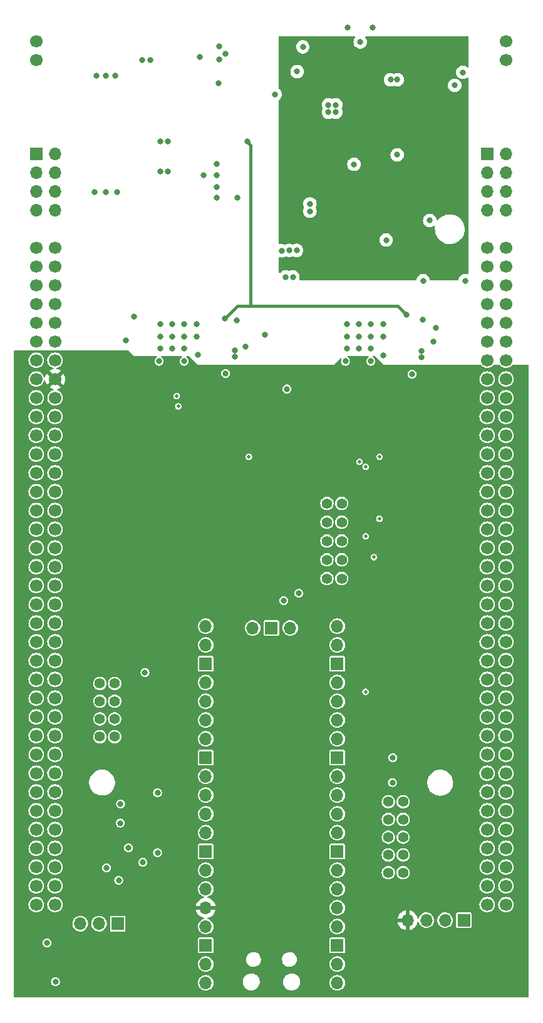
<source format=gbr>
%TF.GenerationSoftware,KiCad,Pcbnew,(6.0.7-1)-1*%
%TF.CreationDate,2022-08-23T13:00:42-05:00*%
%TF.ProjectId,NR1B-analog,4e523142-2d61-46e6-916c-6f672e6b6963,rev?*%
%TF.SameCoordinates,Original*%
%TF.FileFunction,Copper,L3,Inr*%
%TF.FilePolarity,Positive*%
%FSLAX46Y46*%
G04 Gerber Fmt 4.6, Leading zero omitted, Abs format (unit mm)*
G04 Created by KiCad (PCBNEW (6.0.7-1)-1) date 2022-08-23 13:00:42*
%MOMM*%
%LPD*%
G01*
G04 APERTURE LIST*
%TA.AperFunction,ComponentPad*%
%ADD10C,1.400000*%
%TD*%
%TA.AperFunction,ComponentPad*%
%ADD11O,1.700000X1.700000*%
%TD*%
%TA.AperFunction,ComponentPad*%
%ADD12R,1.700000X1.700000*%
%TD*%
%TA.AperFunction,ComponentPad*%
%ADD13C,1.700000*%
%TD*%
%TA.AperFunction,ViaPad*%
%ADD14C,0.800000*%
%TD*%
%TA.AperFunction,ViaPad*%
%ADD15C,0.480000*%
%TD*%
%TA.AperFunction,Conductor*%
%ADD16C,0.400000*%
%TD*%
%TA.AperFunction,Conductor*%
%ADD17C,0.300000*%
%TD*%
G04 APERTURE END LIST*
D10*
%TO.N,Net-(TP3-Pad1)*%
%TO.C,TP3*%
X61400000Y-114700000D03*
X63400000Y-114700000D03*
%TD*%
%TO.N,/MCU/SCK_DAC*%
%TO.C,SCK_DAC1*%
X92100000Y-85540000D03*
X94100000Y-85540000D03*
%TD*%
%TO.N,Net-(TP2-Pad1)*%
%TO.C,TP2*%
X63400000Y-112300000D03*
X61400000Y-112300000D03*
%TD*%
%TO.N,/Interconnect/SCK*%
%TO.C,SCK_SYS1*%
X100400000Y-130700000D03*
X102400000Y-130700000D03*
%TD*%
%TO.N,Net-(TP4-Pad1)*%
%TO.C,TP4*%
X63400000Y-117100000D03*
X61400000Y-117100000D03*
%TD*%
D11*
%TO.N,/MCU/UART_TX*%
%TO.C,U5*%
X93490000Y-150410000D03*
%TO.N,/MCU/UART_RX*%
X93490000Y-147870000D03*
D12*
%TO.N,GND*%
X93490000Y-145330000D03*
D11*
%TO.N,/Interconnect/ACK*%
X93490000Y-142790000D03*
%TO.N,/Interconnect/ERROR*%
X93490000Y-140250000D03*
%TO.N,/Interconnect/MOSI*%
X93490000Y-137710000D03*
%TO.N,/Interconnect/NSS*%
X93490000Y-135170000D03*
D12*
%TO.N,GND*%
X93490000Y-132630000D03*
D11*
%TO.N,/Interconnect/SCK*%
X93490000Y-130090000D03*
%TO.N,/Interconnect/MISO*%
X93490000Y-127550000D03*
%TO.N,/MCU/MISO_DAC*%
X93490000Y-125010000D03*
%TO.N,/MCU/CS_DAC0*%
X93490000Y-122470000D03*
D12*
%TO.N,GND*%
X93490000Y-119930000D03*
D11*
%TO.N,/MCU/SCK_DAC*%
X93490000Y-117390000D03*
%TO.N,/MCU/MOSI_DAC*%
X93490000Y-114850000D03*
%TO.N,/MCU/CS_DAC1*%
X93490000Y-112310000D03*
%TO.N,/MCU/LDAC*%
X93490000Y-109770000D03*
D12*
%TO.N,GND*%
X93490000Y-107230000D03*
D11*
%TO.N,/MCU/ALARM_DAC0*%
X93490000Y-104690000D03*
%TO.N,/MCU/ALARM_DAC1*%
X93490000Y-102150000D03*
%TO.N,Net-(TP1-Pad1)*%
X75710000Y-102150000D03*
%TO.N,Net-(TP2-Pad1)*%
X75710000Y-104690000D03*
D12*
%TO.N,GND*%
X75710000Y-107230000D03*
D11*
%TO.N,Net-(R25-Pad1)*%
X75710000Y-109770000D03*
%TO.N,Net-(R24-Pad1)*%
X75710000Y-112310000D03*
%TO.N,Net-(R23-Pad1)*%
X75710000Y-114850000D03*
%TO.N,Net-(R22-Pad1)*%
X75710000Y-117390000D03*
D12*
%TO.N,GND*%
X75710000Y-119930000D03*
D11*
%TO.N,Net-(TP3-Pad1)*%
X75710000Y-122470000D03*
%TO.N,Net-(SW1-Pad1)*%
X75710000Y-125010000D03*
%TO.N,/MCU/DAC0_READ*%
X75710000Y-127550000D03*
%TO.N,/MCU/DAC1_READ*%
X75710000Y-130090000D03*
D12*
%TO.N,GND*%
X75710000Y-132630000D03*
D11*
%TO.N,Net-(TP4-Pad1)*%
X75710000Y-135170000D03*
%TO.N,unconnected-(U5-Pad35)*%
X75710000Y-137710000D03*
%TO.N,+3V3*%
X75710000Y-140250000D03*
%TO.N,unconnected-(U5-Pad37)*%
X75710000Y-142790000D03*
D12*
%TO.N,GND*%
X75710000Y-145330000D03*
D11*
%TO.N,unconnected-(U5-Pad39)*%
X75710000Y-147870000D03*
%TO.N,unconnected-(U5-Pad40)*%
X75710000Y-150410000D03*
%TO.N,Net-(J3-Pad1)*%
X87140000Y-102380000D03*
D12*
%TO.N,GND*%
X84600000Y-102380000D03*
D11*
%TO.N,Net-(J3-Pad3)*%
X82060000Y-102380000D03*
%TD*%
D10*
%TO.N,/Interconnect/MISO*%
%TO.C,MISO_SYS1*%
X102400000Y-128300000D03*
X100400000Y-128300000D03*
%TD*%
%TO.N,/MCU/MISO_DAC*%
%TO.C,MISO_DAC1*%
X94100000Y-88080000D03*
X92100000Y-88080000D03*
%TD*%
%TO.N,/Interconnect/MOSI*%
%TO.C,MOSI_SYS1*%
X100400000Y-135500000D03*
X102400000Y-135500000D03*
%TD*%
D12*
%TO.N,OUT_SENSE1*%
%TO.C,J1*%
X113766600Y-38227000D03*
D11*
%TO.N,unconnected-(J1-Pad2)*%
X116306600Y-38227000D03*
%TO.N,OUT_DRIVE1*%
X113766600Y-40767000D03*
%TO.N,unconnected-(J1-Pad4)*%
X116306600Y-40767000D03*
%TO.N,OUT_SENSE0*%
X113766600Y-43307000D03*
%TO.N,unconnected-(J1-Pad6)*%
X116306600Y-43307000D03*
%TO.N,OUT_DRIVE0*%
X113766600Y-45847000D03*
%TO.N,unconnected-(J1-Pad8)*%
X116306600Y-45847000D03*
%TD*%
D12*
%TO.N,GND*%
%TO.C,J8*%
X110610000Y-141925000D03*
D11*
%TO.N,/MCU/UART_TX*%
X108070000Y-141925000D03*
%TO.N,/MCU/UART_RX*%
X105530000Y-141925000D03*
%TO.N,+3V3*%
X102990000Y-141925000D03*
%TD*%
D12*
%TO.N,Net-(J3-Pad1)*%
%TO.C,J3*%
X63825000Y-142405000D03*
D11*
%TO.N,GND*%
X61285000Y-142405000D03*
%TO.N,Net-(J3-Pad3)*%
X58745000Y-142405000D03*
%TD*%
D13*
%TO.N,unconnected-(X1-Pad1)*%
%TO.C,X1*%
X52806600Y-50927000D03*
%TO.N,unconnected-(X1-Pad2)*%
X55346600Y-50927000D03*
%TO.N,unconnected-(X1-Pad3)*%
X52806600Y-53467000D03*
%TO.N,unconnected-(X1-Pad4)*%
X55346600Y-53467000D03*
%TO.N,unconnected-(X1-Pad5)*%
X52806600Y-56007000D03*
%TO.N,unconnected-(X1-Pad6)*%
X55346600Y-56007000D03*
%TO.N,unconnected-(X1-Pad7)*%
X52806600Y-58547000D03*
%TO.N,GND*%
X55346600Y-58547000D03*
%TO.N,unconnected-(X1-Pad9)*%
X52806600Y-61087000D03*
%TO.N,unconnected-(X1-Pad10)*%
X55346600Y-61087000D03*
%TO.N,unconnected-(X1-Pad11)*%
X52806600Y-63627000D03*
%TO.N,unconnected-(X1-Pad12)*%
X55346600Y-63627000D03*
%TO.N,unconnected-(X1-Pad13)*%
X52806600Y-66167000D03*
%TO.N,unconnected-(X1-Pad14)*%
X55346600Y-66167000D03*
%TO.N,unconnected-(X1-Pad15)*%
X52806600Y-68707000D03*
%TO.N,+3V3*%
X55346600Y-68707000D03*
%TO.N,unconnected-(X1-Pad17)*%
X52806600Y-71247000D03*
%TO.N,unconnected-(X1-Pad18)*%
X55346600Y-71247000D03*
%TO.N,GND*%
X52806600Y-73787000D03*
X55346600Y-73787000D03*
%TO.N,unconnected-(X1-Pad21)*%
X52806600Y-76327000D03*
%TO.N,GND*%
X55346600Y-76327000D03*
%TO.N,unconnected-(X1-Pad23)*%
X52806600Y-78867000D03*
%TO.N,unconnected-(X1-Pad24)*%
X55346600Y-78867000D03*
%TO.N,unconnected-(X1-Pad25)*%
X52806600Y-81407000D03*
%TO.N,unconnected-(X1-Pad26)*%
X55346600Y-81407000D03*
%TO.N,unconnected-(X1-Pad27)*%
X52806600Y-83947000D03*
%TO.N,unconnected-(X1-Pad28)*%
X55346600Y-83947000D03*
%TO.N,unconnected-(X1-Pad29)*%
X52806600Y-86487000D03*
%TO.N,unconnected-(X1-Pad30)*%
X55346600Y-86487000D03*
%TO.N,unconnected-(X1-Pad31)*%
X52806600Y-89027000D03*
%TO.N,/Interconnect/NSS*%
X55346600Y-89027000D03*
%TO.N,unconnected-(X1-Pad33)*%
X52806600Y-91567000D03*
%TO.N,unconnected-(X1-Pad34)*%
X55346600Y-91567000D03*
%TO.N,unconnected-(X1-Pad35)*%
X52806600Y-94107000D03*
%TO.N,unconnected-(X1-Pad36)*%
X55346600Y-94107000D03*
%TO.N,unconnected-(X1-Pad37)*%
X52806600Y-96647000D03*
%TO.N,unconnected-(X1-Pad38)*%
X55346600Y-96647000D03*
%TO.N,unconnected-(X1-Pad39)*%
X52806600Y-99187000D03*
%TO.N,unconnected-(X1-Pad40)*%
X55346600Y-99187000D03*
%TO.N,unconnected-(X1-Pad41)*%
X52806600Y-101727000D03*
%TO.N,unconnected-(X1-Pad42)*%
X55346600Y-101727000D03*
%TO.N,unconnected-(X1-Pad43)*%
X52806600Y-104267000D03*
%TO.N,unconnected-(X1-Pad44)*%
X55346600Y-104267000D03*
%TO.N,/Interconnect/MOSI*%
X52806600Y-106807000D03*
%TO.N,unconnected-(X1-Pad46)*%
X55346600Y-106807000D03*
%TO.N,unconnected-(X1-Pad47)*%
X52806600Y-109347000D03*
%TO.N,unconnected-(X1-Pad48)*%
X55346600Y-109347000D03*
%TO.N,GND*%
X52806600Y-111887000D03*
%TO.N,unconnected-(X1-Pad50)*%
X55346600Y-111887000D03*
%TO.N,unconnected-(X1-Pad51)*%
X52806600Y-114427000D03*
%TO.N,unconnected-(X1-Pad52)*%
X55346600Y-114427000D03*
%TO.N,unconnected-(X1-Pad53)*%
X52806600Y-116967000D03*
%TO.N,unconnected-(X1-Pad54)*%
X55346600Y-116967000D03*
%TO.N,unconnected-(X1-Pad55)*%
X52806600Y-119507000D03*
%TO.N,unconnected-(X1-Pad56)*%
X55346600Y-119507000D03*
%TO.N,unconnected-(X1-Pad57)*%
X52806600Y-122047000D03*
%TO.N,unconnected-(X1-Pad58)*%
X55346600Y-122047000D03*
%TO.N,unconnected-(X1-Pad59)*%
X52806600Y-124587000D03*
%TO.N,GND*%
X55346600Y-124587000D03*
%TO.N,unconnected-(X1-Pad61)*%
X52806600Y-127127000D03*
%TO.N,unconnected-(X1-Pad62)*%
X55346600Y-127127000D03*
%TO.N,unconnected-(X1-Pad63)*%
X52806600Y-129667000D03*
%TO.N,unconnected-(X1-Pad64)*%
X55346600Y-129667000D03*
%TO.N,unconnected-(X1-Pad65)*%
X52806600Y-132207000D03*
%TO.N,unconnected-(X1-Pad66)*%
X55346600Y-132207000D03*
%TO.N,unconnected-(X1-Pad67)*%
X52806600Y-134747000D03*
%TO.N,unconnected-(X1-Pad68)*%
X55346600Y-134747000D03*
%TO.N,unconnected-(X1-Pad69)*%
X52806600Y-137287000D03*
%TO.N,unconnected-(X1-Pad70)*%
X55346600Y-137287000D03*
%TO.N,GND*%
X52806600Y-139827000D03*
X55346600Y-139827000D03*
%TO.N,unconnected-(X1-Pad73)*%
X113766600Y-50927000D03*
%TO.N,unconnected-(X1-Pad74)*%
X116306600Y-50927000D03*
%TO.N,unconnected-(X1-Pad75)*%
X113766600Y-53467000D03*
%TO.N,unconnected-(X1-Pad76)*%
X116306600Y-53467000D03*
%TO.N,unconnected-(X1-Pad77)*%
X113766600Y-56007000D03*
%TO.N,unconnected-(X1-Pad78)*%
X116306600Y-56007000D03*
%TO.N,unconnected-(X1-Pad79)*%
X113766600Y-58547000D03*
%TO.N,unconnected-(X1-Pad80)*%
X116306600Y-58547000D03*
%TO.N,GND*%
X113766600Y-61087000D03*
%TO.N,unconnected-(X1-Pad82)*%
X116306600Y-61087000D03*
%TO.N,/Interconnect/SCK*%
X113766600Y-63627000D03*
%TO.N,unconnected-(X1-Pad84)*%
X116306600Y-63627000D03*
%TO.N,/Interconnect/MISO*%
X113766600Y-66167000D03*
%TO.N,unconnected-(X1-Pad86)*%
X116306600Y-66167000D03*
%TO.N,unconnected-(X1-Pad87)*%
X113766600Y-68707000D03*
%TO.N,unconnected-(X1-Pad88)*%
X116306600Y-68707000D03*
%TO.N,unconnected-(X1-Pad89)*%
X113766600Y-71247000D03*
%TO.N,unconnected-(X1-Pad90)*%
X116306600Y-71247000D03*
%TO.N,unconnected-(X1-Pad91)*%
X113766600Y-73787000D03*
%TO.N,GND*%
X116306600Y-73787000D03*
%TO.N,unconnected-(X1-Pad93)*%
X113766600Y-76327000D03*
%TO.N,unconnected-(X1-Pad94)*%
X116306600Y-76327000D03*
%TO.N,unconnected-(X1-Pad95)*%
X113766600Y-78867000D03*
%TO.N,unconnected-(X1-Pad96)*%
X116306600Y-78867000D03*
%TO.N,unconnected-(X1-Pad97)*%
X113766600Y-81407000D03*
%TO.N,unconnected-(X1-Pad98)*%
X116306600Y-81407000D03*
%TO.N,unconnected-(X1-Pad99)*%
X113766600Y-83947000D03*
%TO.N,unconnected-(X1-Pad100)*%
X116306600Y-83947000D03*
%TO.N,unconnected-(X1-Pad101)*%
X113766600Y-86487000D03*
%TO.N,unconnected-(X1-Pad102)*%
X116306600Y-86487000D03*
%TO.N,unconnected-(X1-Pad103)*%
X113766600Y-89027000D03*
%TO.N,unconnected-(X1-Pad104)*%
X116306600Y-89027000D03*
%TO.N,unconnected-(X1-Pad105)*%
X113766600Y-91567000D03*
%TO.N,unconnected-(X1-Pad106)*%
X116306600Y-91567000D03*
%TO.N,unconnected-(X1-Pad107)*%
X113766600Y-94107000D03*
%TO.N,unconnected-(X1-Pad108)*%
X116306600Y-94107000D03*
%TO.N,unconnected-(X1-Pad109)*%
X113766600Y-96647000D03*
%TO.N,unconnected-(X1-Pad110)*%
X116306600Y-96647000D03*
%TO.N,GND*%
X113766600Y-99187000D03*
%TO.N,unconnected-(X1-Pad112)*%
X116306600Y-99187000D03*
%TO.N,unconnected-(X1-Pad113)*%
X113766600Y-101727000D03*
%TO.N,unconnected-(X1-Pad114)*%
X116306600Y-101727000D03*
%TO.N,unconnected-(X1-Pad115)*%
X113766600Y-104267000D03*
%TO.N,unconnected-(X1-Pad116)*%
X116306600Y-104267000D03*
%TO.N,unconnected-(X1-Pad117)*%
X113766600Y-106807000D03*
%TO.N,unconnected-(X1-Pad118)*%
X116306600Y-106807000D03*
%TO.N,unconnected-(X1-Pad119)*%
X113766600Y-109347000D03*
%TO.N,unconnected-(X1-Pad120)*%
X116306600Y-109347000D03*
%TO.N,unconnected-(X1-Pad121)*%
X113766600Y-111887000D03*
%TO.N,unconnected-(X1-Pad122)*%
X116306600Y-111887000D03*
%TO.N,unconnected-(X1-Pad123)*%
X113766600Y-114427000D03*
%TO.N,unconnected-(X1-Pad124)*%
X116306600Y-114427000D03*
%TO.N,unconnected-(X1-Pad125)*%
X113766600Y-116967000D03*
%TO.N,GND*%
X116306600Y-116967000D03*
%TO.N,unconnected-(X1-Pad127)*%
X113766600Y-119507000D03*
%TO.N,unconnected-(X1-Pad128)*%
X116306600Y-119507000D03*
%TO.N,unconnected-(X1-Pad129)*%
X113766600Y-122047000D03*
%TO.N,unconnected-(X1-Pad130)*%
X116306600Y-122047000D03*
%TO.N,unconnected-(X1-Pad131)*%
X113766600Y-124587000D03*
%TO.N,unconnected-(X1-Pad132)*%
X116306600Y-124587000D03*
%TO.N,/Interconnect/ERROR*%
X113766600Y-127127000D03*
%TO.N,unconnected-(X1-Pad134)*%
X116306600Y-127127000D03*
%TO.N,GND*%
X113766600Y-129667000D03*
%TO.N,unconnected-(X1-Pad136)*%
X116306600Y-129667000D03*
%TO.N,unconnected-(X1-Pad137)*%
X113766600Y-132207000D03*
%TO.N,/Interconnect/ACK*%
X116306600Y-132207000D03*
%TO.N,unconnected-(X1-Pad139)*%
X113766600Y-134747000D03*
%TO.N,unconnected-(X1-Pad140)*%
X116306600Y-134747000D03*
%TO.N,unconnected-(X1-Pad141)*%
X113766600Y-137287000D03*
%TO.N,unconnected-(X1-Pad142)*%
X116306600Y-137287000D03*
%TO.N,GND*%
X113766600Y-139827000D03*
X116306600Y-139827000D03*
%TO.N,N/C*%
X52806600Y-22987000D03*
X52806600Y-25527000D03*
X116306600Y-22987000D03*
X116306600Y-25527000D03*
%TD*%
D10*
%TO.N,/MCU/CS_DAC1*%
%TO.C,CS_DAC1*%
X92100000Y-95700000D03*
X94100000Y-95700000D03*
%TD*%
%TO.N,Net-(TP1-Pad1)*%
%TO.C,TP1*%
X61400000Y-109900000D03*
X63400000Y-109900000D03*
%TD*%
%TO.N,/MCU/MOSI_DAC*%
%TO.C,MOSI_DAC1*%
X94100000Y-90620000D03*
X92100000Y-90620000D03*
%TD*%
%TO.N,GND*%
%TO.C,GND1*%
X100400000Y-125900000D03*
X102400000Y-125900000D03*
%TD*%
D12*
%TO.N,Net-(FB2-Pad2)*%
%TO.C,J2*%
X52806600Y-38227000D03*
D11*
%TO.N,Net-(FB3-Pad1)*%
X55346600Y-38227000D03*
%TO.N,GND*%
X52806600Y-40767000D03*
X55346600Y-40767000D03*
%TO.N,Net-(FB1-Pad2)*%
X52806600Y-43307000D03*
%TO.N,GND*%
X55346600Y-43307000D03*
%TO.N,+12V*%
X52806600Y-45847000D03*
%TO.N,+24V*%
X55346600Y-45847000D03*
%TD*%
D10*
%TO.N,/MCU/CS_DAC0*%
%TO.C,CS_DAC0*%
X92100000Y-93160000D03*
X94100000Y-93160000D03*
%TD*%
%TO.N,/Interconnect/NSS*%
%TO.C,CS_SYS1*%
X102400000Y-133100000D03*
X100400000Y-133100000D03*
%TD*%
D14*
%TO.N,+12Vref*%
X96600000Y-27900000D03*
X93100000Y-27600000D03*
X93100000Y-25000000D03*
X94234000Y-27600000D03*
X110236000Y-32512000D03*
X87600000Y-46600000D03*
X93100000Y-26300000D03*
X94200000Y-25000000D03*
X94234000Y-26300000D03*
X87000000Y-49800000D03*
X97000000Y-39000000D03*
X107200000Y-50400000D03*
X95800000Y-35600000D03*
X103790500Y-49900000D03*
X97050000Y-35600000D03*
X94450000Y-35600000D03*
X92700000Y-36650000D03*
%TO.N,GND*%
X72800000Y-61300000D03*
X69596000Y-36576000D03*
X71200000Y-64600000D03*
X105050000Y-60700000D03*
X78390000Y-24700000D03*
X79900000Y-60750000D03*
X96400000Y-63000000D03*
X69200000Y-132800000D03*
X89800000Y-46000000D03*
X69600000Y-61300000D03*
X60706000Y-43434000D03*
X110800000Y-55400000D03*
X98000000Y-64600000D03*
X62230000Y-27686000D03*
X92300000Y-31600000D03*
X88845000Y-23755000D03*
X96400000Y-64600000D03*
X68249800Y-25527000D03*
X89800000Y-45000000D03*
X77200000Y-44196000D03*
X98300000Y-21100000D03*
X106450000Y-63650000D03*
X77500000Y-25470000D03*
X99700000Y-63000000D03*
X101600000Y-28200000D03*
X98000000Y-66300000D03*
X72800000Y-66300000D03*
X101600000Y-38354000D03*
X98000000Y-63000000D03*
X78400000Y-67950000D03*
X69600000Y-64600000D03*
X63500000Y-27686000D03*
X72800000Y-64600000D03*
X69200000Y-124700000D03*
X77520000Y-23710000D03*
X99700000Y-61300000D03*
X65278226Y-132142304D03*
X72800000Y-63000000D03*
X69400000Y-66300000D03*
X88061800Y-27101800D03*
X94800000Y-64600000D03*
X103600000Y-68050000D03*
X109372400Y-28956000D03*
X94800000Y-63000000D03*
X62230000Y-43434000D03*
X106000000Y-47242815D03*
X77200000Y-42700000D03*
X74500000Y-61300000D03*
X55397400Y-150283200D03*
X80010000Y-44196000D03*
X94800000Y-61300000D03*
X86500000Y-54900000D03*
X81050000Y-64350000D03*
X67200000Y-134100000D03*
X69600000Y-63000000D03*
X71200000Y-63000000D03*
X100700000Y-28200000D03*
X96400000Y-61300000D03*
X63754000Y-43434000D03*
X60960000Y-27686000D03*
X94900000Y-21100000D03*
X100100000Y-49900000D03*
X93300000Y-32600000D03*
X93300000Y-31600000D03*
X77216000Y-39624000D03*
X87500000Y-54900000D03*
X63949148Y-136524669D03*
X98000000Y-61300000D03*
X105100000Y-55400000D03*
X74930000Y-25146000D03*
X94600000Y-66300000D03*
X67132200Y-25527000D03*
X92300000Y-32600000D03*
X96600000Y-23100000D03*
X75438000Y-41148000D03*
X77216000Y-41148000D03*
X77470000Y-28702000D03*
X69596000Y-40640000D03*
X70612000Y-40640000D03*
X54254400Y-145000000D03*
X74500000Y-63000000D03*
X62314741Y-134854342D03*
X71200000Y-61300000D03*
X110464600Y-27203400D03*
X67500000Y-108400000D03*
X70612000Y-36576000D03*
%TO.N,-14Vreg*%
X106850000Y-61800000D03*
X85110000Y-30180000D03*
X83750000Y-62750000D03*
%TO.N,+14Vreg*%
X102850000Y-60000000D03*
X78300000Y-60550000D03*
X81325000Y-36570000D03*
D15*
%TO.N,+3V3*%
X74300000Y-90000000D03*
D14*
X101100000Y-98300000D03*
X95750000Y-66400000D03*
D15*
X76100000Y-84000000D03*
D14*
X96650000Y-66400000D03*
X88700000Y-93000000D03*
X70550000Y-66400000D03*
X71450000Y-66400000D03*
X101900000Y-99800000D03*
%TO.N,+5V*%
X104850000Y-64900000D03*
X104850000Y-65800000D03*
X79650000Y-65700000D03*
X66050000Y-60250000D03*
X79650000Y-64800000D03*
X74650000Y-65450000D03*
X99750000Y-65500000D03*
D15*
%TO.N,/MCU/CS_DAC0*%
X98450000Y-92800000D03*
D14*
%TO.N,REF_OUT*%
X86000000Y-51350000D03*
X95755000Y-39655000D03*
X87000000Y-51300000D03*
X88000000Y-51300000D03*
%TO.N,/MCU/ALARM_DAC1*%
X86233000Y-98679000D03*
%TO.N,/MCU/CS_DAC1*%
X88300000Y-97700000D03*
%TO.N,/MCU/LDAC*%
X86700000Y-70050000D03*
X64900000Y-63500000D03*
D15*
%TO.N,/MCU/SCK_DAC*%
X96500000Y-79900000D03*
X71790000Y-71030000D03*
%TO.N,/MCU/MOSI_DAC*%
X97350000Y-90000000D03*
X97337400Y-80572600D03*
X97320000Y-111030000D03*
X72000000Y-72400000D03*
%TO.N,/MCU/MISO_DAC*%
X81541985Y-79211985D03*
X99200000Y-87600000D03*
X99208015Y-79211985D03*
D14*
%TO.N,Net-(R11-Pad1)*%
X64200000Y-126200000D03*
X101000000Y-119950000D03*
%TO.N,Net-(R12-Pad2)*%
X64150000Y-128800000D03*
X100950000Y-123300000D03*
%TD*%
D16*
%TO.N,+14Vreg*%
X101700000Y-58850000D02*
X102850000Y-60000000D01*
X81800000Y-37045000D02*
X81800000Y-58850000D01*
X81325000Y-36570000D02*
X81800000Y-37045000D01*
X80000000Y-58850000D02*
X78300000Y-60550000D01*
X81800000Y-58850000D02*
X101700000Y-58850000D01*
X81800000Y-58850000D02*
X80000000Y-58850000D01*
D17*
%TO.N,+3V3*%
X54146600Y-69907000D02*
X51352600Y-69907000D01*
X55346600Y-68707000D02*
X54146600Y-69907000D01*
X54051200Y-67411600D02*
X51104800Y-67411600D01*
X55346600Y-68707000D02*
X54051200Y-67411600D01*
%TD*%
%TA.AperFunction,Conductor*%
%TO.N,+12Vref*%
G36*
X95886539Y-22316002D02*
G01*
X95933032Y-22369658D01*
X95943136Y-22439932D01*
X95912056Y-22506308D01*
X95860960Y-22563056D01*
X95765473Y-22728444D01*
X95706458Y-22910072D01*
X95705768Y-22916633D01*
X95705768Y-22916635D01*
X95689004Y-23076134D01*
X95686496Y-23100000D01*
X95706458Y-23289928D01*
X95765473Y-23471556D01*
X95860960Y-23636944D01*
X95988747Y-23778866D01*
X96143248Y-23891118D01*
X96149276Y-23893802D01*
X96149278Y-23893803D01*
X96311681Y-23966109D01*
X96317712Y-23968794D01*
X96411112Y-23988647D01*
X96498056Y-24007128D01*
X96498061Y-24007128D01*
X96504513Y-24008500D01*
X96695487Y-24008500D01*
X96701939Y-24007128D01*
X96701944Y-24007128D01*
X96788888Y-23988647D01*
X96882288Y-23968794D01*
X96888319Y-23966109D01*
X97050722Y-23893803D01*
X97050724Y-23893802D01*
X97056752Y-23891118D01*
X97211253Y-23778866D01*
X97339040Y-23636944D01*
X97434527Y-23471556D01*
X97493542Y-23289928D01*
X97513504Y-23100000D01*
X97510996Y-23076134D01*
X97494232Y-22916635D01*
X97494232Y-22916633D01*
X97493542Y-22910072D01*
X97434527Y-22728444D01*
X97339040Y-22563056D01*
X97287944Y-22506308D01*
X97257228Y-22442302D01*
X97265993Y-22371849D01*
X97311456Y-22317318D01*
X97381582Y-22296000D01*
X111126000Y-22296000D01*
X111194121Y-22316002D01*
X111240614Y-22369658D01*
X111252000Y-22422000D01*
X111252000Y-26405223D01*
X111231998Y-26473344D01*
X111178342Y-26519837D01*
X111108068Y-26529941D01*
X111051939Y-26507159D01*
X110926694Y-26416163D01*
X110926693Y-26416162D01*
X110921352Y-26412282D01*
X110915324Y-26409598D01*
X110915322Y-26409597D01*
X110752919Y-26337291D01*
X110752918Y-26337291D01*
X110746888Y-26334606D01*
X110652594Y-26314563D01*
X110566544Y-26296272D01*
X110566539Y-26296272D01*
X110560087Y-26294900D01*
X110369113Y-26294900D01*
X110362661Y-26296272D01*
X110362656Y-26296272D01*
X110276606Y-26314563D01*
X110182312Y-26334606D01*
X110176282Y-26337291D01*
X110176281Y-26337291D01*
X110013878Y-26409597D01*
X110013876Y-26409598D01*
X110007848Y-26412282D01*
X109853347Y-26524534D01*
X109848926Y-26529444D01*
X109848925Y-26529445D01*
X109848479Y-26529941D01*
X109725560Y-26666456D01*
X109630073Y-26831844D01*
X109571058Y-27013472D01*
X109551096Y-27203400D01*
X109551786Y-27209965D01*
X109569979Y-27383059D01*
X109571058Y-27393328D01*
X109630073Y-27574956D01*
X109725560Y-27740344D01*
X109729978Y-27745251D01*
X109729979Y-27745252D01*
X109847509Y-27875782D01*
X109853347Y-27882266D01*
X109858689Y-27886147D01*
X109858691Y-27886149D01*
X109883474Y-27904155D01*
X109926411Y-27935350D01*
X109969764Y-27991571D01*
X109970506Y-28000213D01*
X110026993Y-28003442D01*
X110035899Y-28007008D01*
X110176277Y-28069508D01*
X110176285Y-28069511D01*
X110182312Y-28072194D01*
X110265574Y-28089892D01*
X110362656Y-28110528D01*
X110362661Y-28110528D01*
X110369113Y-28111900D01*
X110560087Y-28111900D01*
X110566539Y-28110528D01*
X110566544Y-28110528D01*
X110663626Y-28089892D01*
X110746888Y-28072194D01*
X110752921Y-28069508D01*
X110915322Y-27997203D01*
X110915324Y-27997202D01*
X110921352Y-27994518D01*
X110952392Y-27971966D01*
X111051939Y-27899641D01*
X111118807Y-27875782D01*
X111187958Y-27891863D01*
X111237439Y-27942777D01*
X111252000Y-28001577D01*
X111252000Y-54413650D01*
X111231998Y-54481771D01*
X111178342Y-54528264D01*
X111108068Y-54538368D01*
X111087772Y-54533648D01*
X111082288Y-54531206D01*
X111075835Y-54529834D01*
X111075834Y-54529834D01*
X110901944Y-54492872D01*
X110901939Y-54492872D01*
X110895487Y-54491500D01*
X110704513Y-54491500D01*
X110698061Y-54492872D01*
X110698056Y-54492872D01*
X110611112Y-54511353D01*
X110517712Y-54531206D01*
X110511682Y-54533891D01*
X110511681Y-54533891D01*
X110349278Y-54606197D01*
X110349276Y-54606198D01*
X110343248Y-54608882D01*
X110188747Y-54721134D01*
X110060960Y-54863056D01*
X109965473Y-55028444D01*
X109906458Y-55210072D01*
X109905768Y-55216637D01*
X109902769Y-55245170D01*
X109875756Y-55310827D01*
X109817534Y-55351457D01*
X109777459Y-55358000D01*
X106122541Y-55358000D01*
X106054420Y-55337998D01*
X106007927Y-55284342D01*
X105997231Y-55245170D01*
X105994232Y-55216637D01*
X105993542Y-55210072D01*
X105934527Y-55028444D01*
X105839040Y-54863056D01*
X105711253Y-54721134D01*
X105556752Y-54608882D01*
X105550724Y-54606198D01*
X105550722Y-54606197D01*
X105388319Y-54533891D01*
X105388318Y-54533891D01*
X105382288Y-54531206D01*
X105288888Y-54511353D01*
X105201944Y-54492872D01*
X105201939Y-54492872D01*
X105195487Y-54491500D01*
X105004513Y-54491500D01*
X104998061Y-54492872D01*
X104998056Y-54492872D01*
X104911112Y-54511353D01*
X104817712Y-54531206D01*
X104811682Y-54533891D01*
X104811681Y-54533891D01*
X104649278Y-54606197D01*
X104649276Y-54606198D01*
X104643248Y-54608882D01*
X104488747Y-54721134D01*
X104360960Y-54863056D01*
X104265473Y-55028444D01*
X104206458Y-55210072D01*
X104205768Y-55216637D01*
X104202769Y-55245170D01*
X104175756Y-55310827D01*
X104117534Y-55351457D01*
X104077459Y-55358000D01*
X88479864Y-55358000D01*
X88411743Y-55337998D01*
X88365250Y-55284342D01*
X88355146Y-55214068D01*
X88360031Y-55193064D01*
X88391502Y-55096206D01*
X88393542Y-55089928D01*
X88413504Y-54900000D01*
X88393542Y-54710072D01*
X88334527Y-54528444D01*
X88313990Y-54492872D01*
X88297314Y-54463990D01*
X88239040Y-54363056D01*
X88111253Y-54221134D01*
X88012157Y-54149136D01*
X87962094Y-54112763D01*
X87962093Y-54112762D01*
X87956752Y-54108882D01*
X87950724Y-54106198D01*
X87950722Y-54106197D01*
X87788319Y-54033891D01*
X87788318Y-54033891D01*
X87782288Y-54031206D01*
X87688888Y-54011353D01*
X87601944Y-53992872D01*
X87601939Y-53992872D01*
X87595487Y-53991500D01*
X87404513Y-53991500D01*
X87398061Y-53992872D01*
X87398056Y-53992872D01*
X87311112Y-54011353D01*
X87217712Y-54031206D01*
X87051248Y-54105320D01*
X86980882Y-54114754D01*
X86948753Y-54105320D01*
X86782288Y-54031206D01*
X86688888Y-54011353D01*
X86601944Y-53992872D01*
X86601939Y-53992872D01*
X86595487Y-53991500D01*
X86404513Y-53991500D01*
X86398061Y-53992872D01*
X86398056Y-53992872D01*
X86311112Y-54011353D01*
X86217712Y-54031206D01*
X86211682Y-54033891D01*
X86211681Y-54033891D01*
X86049278Y-54106197D01*
X86049276Y-54106198D01*
X86043248Y-54108882D01*
X86037907Y-54112762D01*
X86037906Y-54112763D01*
X85987843Y-54149136D01*
X85888747Y-54221134D01*
X85884326Y-54226044D01*
X85884325Y-54226045D01*
X85817636Y-54300111D01*
X85757190Y-54337351D01*
X85686207Y-54335999D01*
X85627222Y-54296486D01*
X85598964Y-54231355D01*
X85598000Y-54215801D01*
X85598000Y-52348946D01*
X85618002Y-52280825D01*
X85671658Y-52234332D01*
X85741932Y-52224228D01*
X85750197Y-52225699D01*
X85898056Y-52257128D01*
X85898061Y-52257128D01*
X85904513Y-52258500D01*
X86095487Y-52258500D01*
X86101939Y-52257128D01*
X86101944Y-52257128D01*
X86188888Y-52238647D01*
X86282288Y-52218794D01*
X86305409Y-52208500D01*
X86450724Y-52143802D01*
X86450725Y-52143801D01*
X86456752Y-52141118D01*
X86462089Y-52137240D01*
X86462093Y-52137238D01*
X86473436Y-52128997D01*
X86540304Y-52105139D01*
X86598744Y-52115827D01*
X86711677Y-52166108D01*
X86711685Y-52166111D01*
X86717712Y-52168794D01*
X86811112Y-52188647D01*
X86898056Y-52207128D01*
X86898061Y-52207128D01*
X86904513Y-52208500D01*
X87095487Y-52208500D01*
X87101939Y-52207128D01*
X87101944Y-52207128D01*
X87188887Y-52188647D01*
X87282288Y-52168794D01*
X87448752Y-52094680D01*
X87519118Y-52085246D01*
X87551247Y-52094680D01*
X87717712Y-52168794D01*
X87811112Y-52188647D01*
X87898056Y-52207128D01*
X87898061Y-52207128D01*
X87904513Y-52208500D01*
X88095487Y-52208500D01*
X88101939Y-52207128D01*
X88101944Y-52207128D01*
X88188887Y-52188647D01*
X88282288Y-52168794D01*
X88288321Y-52166108D01*
X88450722Y-52093803D01*
X88450724Y-52093802D01*
X88456752Y-52091118D01*
X88500001Y-52059696D01*
X88542434Y-52028866D01*
X88611253Y-51978866D01*
X88739040Y-51836944D01*
X88834527Y-51671556D01*
X88893542Y-51489928D01*
X88913504Y-51300000D01*
X88893542Y-51110072D01*
X88834527Y-50928444D01*
X88739040Y-50763056D01*
X88676685Y-50693803D01*
X88615675Y-50626045D01*
X88615674Y-50626044D01*
X88611253Y-50621134D01*
X88506273Y-50544861D01*
X88462094Y-50512763D01*
X88462093Y-50512762D01*
X88456752Y-50508882D01*
X88450724Y-50506198D01*
X88450722Y-50506197D01*
X88288319Y-50433891D01*
X88288318Y-50433891D01*
X88282288Y-50431206D01*
X88188887Y-50411353D01*
X88101944Y-50392872D01*
X88101939Y-50392872D01*
X88095487Y-50391500D01*
X87904513Y-50391500D01*
X87898061Y-50392872D01*
X87898056Y-50392872D01*
X87811113Y-50411353D01*
X87717712Y-50431206D01*
X87711682Y-50433891D01*
X87711681Y-50433891D01*
X87649911Y-50461393D01*
X87551248Y-50505320D01*
X87480882Y-50514754D01*
X87448753Y-50505320D01*
X87350089Y-50461393D01*
X87288319Y-50433891D01*
X87288318Y-50433891D01*
X87282288Y-50431206D01*
X87188887Y-50411353D01*
X87101944Y-50392872D01*
X87101939Y-50392872D01*
X87095487Y-50391500D01*
X86904513Y-50391500D01*
X86898061Y-50392872D01*
X86898056Y-50392872D01*
X86811113Y-50411353D01*
X86717712Y-50431206D01*
X86711682Y-50433891D01*
X86711681Y-50433891D01*
X86549279Y-50506197D01*
X86543248Y-50508882D01*
X86537911Y-50512760D01*
X86537907Y-50512762D01*
X86526564Y-50521003D01*
X86459696Y-50544861D01*
X86401256Y-50534173D01*
X86288323Y-50483892D01*
X86288315Y-50483889D01*
X86282288Y-50481206D01*
X86188888Y-50461353D01*
X86101944Y-50442872D01*
X86101939Y-50442872D01*
X86095487Y-50441500D01*
X85904513Y-50441500D01*
X85898061Y-50442872D01*
X85898056Y-50442872D01*
X85750197Y-50474301D01*
X85679406Y-50468899D01*
X85622774Y-50426082D01*
X85598280Y-50359445D01*
X85598000Y-50351054D01*
X85598000Y-49900000D01*
X99186496Y-49900000D01*
X99206458Y-50089928D01*
X99265473Y-50271556D01*
X99360960Y-50436944D01*
X99365378Y-50441851D01*
X99365379Y-50441852D01*
X99425733Y-50508882D01*
X99488747Y-50578866D01*
X99643248Y-50691118D01*
X99649276Y-50693802D01*
X99649278Y-50693803D01*
X99804824Y-50763056D01*
X99817712Y-50768794D01*
X99911112Y-50788647D01*
X99998056Y-50807128D01*
X99998061Y-50807128D01*
X100004513Y-50808500D01*
X100195487Y-50808500D01*
X100201939Y-50807128D01*
X100201944Y-50807128D01*
X100288888Y-50788647D01*
X100382288Y-50768794D01*
X100395176Y-50763056D01*
X100550722Y-50693803D01*
X100550724Y-50693802D01*
X100556752Y-50691118D01*
X100711253Y-50578866D01*
X100774267Y-50508882D01*
X100834621Y-50441852D01*
X100834622Y-50441851D01*
X100839040Y-50436944D01*
X100934527Y-50271556D01*
X100993542Y-50089928D01*
X101013504Y-49900000D01*
X101010567Y-49872060D01*
X100994232Y-49716635D01*
X100994232Y-49716633D01*
X100993542Y-49710072D01*
X100934527Y-49528444D01*
X100839040Y-49363056D01*
X100794358Y-49313431D01*
X100715675Y-49226045D01*
X100715674Y-49226044D01*
X100711253Y-49221134D01*
X100556752Y-49108882D01*
X100550724Y-49106198D01*
X100550722Y-49106197D01*
X100388319Y-49033891D01*
X100388318Y-49033891D01*
X100382288Y-49031206D01*
X100288887Y-49011353D01*
X100201944Y-48992872D01*
X100201939Y-48992872D01*
X100195487Y-48991500D01*
X100004513Y-48991500D01*
X99998061Y-48992872D01*
X99998056Y-48992872D01*
X99911113Y-49011353D01*
X99817712Y-49031206D01*
X99811682Y-49033891D01*
X99811681Y-49033891D01*
X99649278Y-49106197D01*
X99649276Y-49106198D01*
X99643248Y-49108882D01*
X99488747Y-49221134D01*
X99484326Y-49226044D01*
X99484325Y-49226045D01*
X99405643Y-49313431D01*
X99360960Y-49363056D01*
X99265473Y-49528444D01*
X99206458Y-49710072D01*
X99205768Y-49716633D01*
X99205768Y-49716635D01*
X99189433Y-49872060D01*
X99186496Y-49900000D01*
X85598000Y-49900000D01*
X85598000Y-47242815D01*
X105086496Y-47242815D01*
X105106458Y-47432743D01*
X105165473Y-47614371D01*
X105260960Y-47779759D01*
X105265378Y-47784666D01*
X105265379Y-47784667D01*
X105384325Y-47916770D01*
X105388747Y-47921681D01*
X105543248Y-48033933D01*
X105549276Y-48036617D01*
X105549278Y-48036618D01*
X105640823Y-48077376D01*
X105717712Y-48111609D01*
X105811113Y-48131462D01*
X105898056Y-48149943D01*
X105898061Y-48149943D01*
X105904513Y-48151315D01*
X106095487Y-48151315D01*
X106101939Y-48149943D01*
X106101944Y-48149943D01*
X106188887Y-48131462D01*
X106282288Y-48111609D01*
X106359177Y-48077376D01*
X106450722Y-48036618D01*
X106450724Y-48036617D01*
X106456752Y-48033933D01*
X106462479Y-48029772D01*
X106521851Y-47986636D01*
X106588719Y-47962777D01*
X106657871Y-47978858D01*
X106707351Y-48029772D01*
X106721222Y-48101742D01*
X106694422Y-48356733D01*
X106704225Y-48637458D01*
X106704987Y-48641781D01*
X106704988Y-48641788D01*
X106728764Y-48776624D01*
X106753002Y-48914087D01*
X106839803Y-49181235D01*
X106962940Y-49433702D01*
X106965395Y-49437341D01*
X106965398Y-49437347D01*
X107022984Y-49522721D01*
X107120015Y-49666576D01*
X107307971Y-49875322D01*
X107523150Y-50055879D01*
X107761364Y-50204731D01*
X108017975Y-50318982D01*
X108287990Y-50396407D01*
X108292340Y-50397018D01*
X108292343Y-50397019D01*
X108395290Y-50411487D01*
X108566152Y-50435500D01*
X108776746Y-50435500D01*
X108778932Y-50435347D01*
X108778936Y-50435347D01*
X108982427Y-50421118D01*
X108982432Y-50421117D01*
X108986812Y-50420811D01*
X109261570Y-50362409D01*
X109265699Y-50360906D01*
X109265703Y-50360905D01*
X109521381Y-50267846D01*
X109521385Y-50267844D01*
X109525526Y-50266337D01*
X109773542Y-50134464D01*
X109878496Y-50058211D01*
X109997229Y-49971947D01*
X109997232Y-49971944D01*
X110000792Y-49969358D01*
X110202852Y-49774231D01*
X110375788Y-49552882D01*
X110377984Y-49549078D01*
X110377989Y-49549071D01*
X110514035Y-49313431D01*
X110516236Y-49309619D01*
X110621462Y-49049176D01*
X110625273Y-49033891D01*
X110688353Y-48780893D01*
X110688354Y-48780888D01*
X110689417Y-48776624D01*
X110718778Y-48497267D01*
X110708975Y-48216542D01*
X110690715Y-48112981D01*
X110676092Y-48030052D01*
X110660198Y-47939913D01*
X110573397Y-47672765D01*
X110450260Y-47420298D01*
X110447805Y-47416659D01*
X110447802Y-47416653D01*
X110369872Y-47301118D01*
X110293185Y-47187424D01*
X110105229Y-46978678D01*
X109890050Y-46798121D01*
X109651836Y-46649269D01*
X109451484Y-46560066D01*
X109399239Y-46536805D01*
X109399237Y-46536804D01*
X109395225Y-46535018D01*
X109125210Y-46457593D01*
X109120860Y-46456982D01*
X109120857Y-46456981D01*
X109017910Y-46442513D01*
X108847048Y-46418500D01*
X108636454Y-46418500D01*
X108634268Y-46418653D01*
X108634264Y-46418653D01*
X108430773Y-46432882D01*
X108430768Y-46432883D01*
X108426388Y-46433189D01*
X108151630Y-46491591D01*
X108147501Y-46493094D01*
X108147497Y-46493095D01*
X107891819Y-46586154D01*
X107891815Y-46586156D01*
X107887674Y-46587663D01*
X107639658Y-46719536D01*
X107636099Y-46722122D01*
X107636097Y-46722123D01*
X107422178Y-46877544D01*
X107412408Y-46884642D01*
X107210348Y-47079769D01*
X107207640Y-47083235D01*
X107207632Y-47083244D01*
X107125598Y-47188243D01*
X107067897Y-47229609D01*
X106996992Y-47233212D01*
X106935395Y-47197909D01*
X106902662Y-47134908D01*
X106900999Y-47123840D01*
X106894232Y-47059450D01*
X106894232Y-47059448D01*
X106893542Y-47052887D01*
X106834527Y-46871259D01*
X106739040Y-46705871D01*
X106688076Y-46649269D01*
X106615675Y-46568860D01*
X106615674Y-46568859D01*
X106611253Y-46563949D01*
X106510405Y-46490678D01*
X106462094Y-46455578D01*
X106462093Y-46455577D01*
X106456752Y-46451697D01*
X106450724Y-46449013D01*
X106450722Y-46449012D01*
X106288319Y-46376706D01*
X106288318Y-46376706D01*
X106282288Y-46374021D01*
X106188888Y-46354168D01*
X106101944Y-46335687D01*
X106101939Y-46335687D01*
X106095487Y-46334315D01*
X105904513Y-46334315D01*
X105898061Y-46335687D01*
X105898056Y-46335687D01*
X105811112Y-46354168D01*
X105717712Y-46374021D01*
X105711682Y-46376706D01*
X105711681Y-46376706D01*
X105549278Y-46449012D01*
X105549276Y-46449013D01*
X105543248Y-46451697D01*
X105537907Y-46455577D01*
X105537906Y-46455578D01*
X105489595Y-46490678D01*
X105388747Y-46563949D01*
X105384326Y-46568859D01*
X105384325Y-46568860D01*
X105311925Y-46649269D01*
X105260960Y-46705871D01*
X105165473Y-46871259D01*
X105106458Y-47052887D01*
X105105768Y-47059448D01*
X105105768Y-47059450D01*
X105097837Y-47134908D01*
X105086496Y-47242815D01*
X85598000Y-47242815D01*
X85598000Y-46000000D01*
X88886496Y-46000000D01*
X88906458Y-46189928D01*
X88965473Y-46371556D01*
X88968776Y-46377278D01*
X88968777Y-46377279D01*
X89000880Y-46432882D01*
X89060960Y-46536944D01*
X89065378Y-46541851D01*
X89065379Y-46541852D01*
X89162098Y-46649269D01*
X89188747Y-46678866D01*
X89343248Y-46791118D01*
X89349276Y-46793802D01*
X89349278Y-46793803D01*
X89510394Y-46865536D01*
X89517712Y-46868794D01*
X89592271Y-46884642D01*
X89698056Y-46907128D01*
X89698061Y-46907128D01*
X89704513Y-46908500D01*
X89895487Y-46908500D01*
X89901939Y-46907128D01*
X89901944Y-46907128D01*
X90007729Y-46884642D01*
X90082288Y-46868794D01*
X90089606Y-46865536D01*
X90250722Y-46793803D01*
X90250724Y-46793802D01*
X90256752Y-46791118D01*
X90411253Y-46678866D01*
X90437902Y-46649269D01*
X90534621Y-46541852D01*
X90534622Y-46541851D01*
X90539040Y-46536944D01*
X90599120Y-46432882D01*
X90631223Y-46377279D01*
X90631224Y-46377278D01*
X90634527Y-46371556D01*
X90693542Y-46189928D01*
X90713504Y-46000000D01*
X90693542Y-45810072D01*
X90634527Y-45628444D01*
X90596743Y-45563000D01*
X90580005Y-45494005D01*
X90596743Y-45437000D01*
X90631223Y-45377279D01*
X90631224Y-45377278D01*
X90634527Y-45371556D01*
X90693542Y-45189928D01*
X90713504Y-45000000D01*
X90693542Y-44810072D01*
X90634527Y-44628444D01*
X90539040Y-44463056D01*
X90411253Y-44321134D01*
X90256752Y-44208882D01*
X90250724Y-44206198D01*
X90250722Y-44206197D01*
X90088319Y-44133891D01*
X90088318Y-44133891D01*
X90082288Y-44131206D01*
X89988887Y-44111353D01*
X89901944Y-44092872D01*
X89901939Y-44092872D01*
X89895487Y-44091500D01*
X89704513Y-44091500D01*
X89698061Y-44092872D01*
X89698056Y-44092872D01*
X89611112Y-44111353D01*
X89517712Y-44131206D01*
X89511682Y-44133891D01*
X89511681Y-44133891D01*
X89349278Y-44206197D01*
X89349276Y-44206198D01*
X89343248Y-44208882D01*
X89188747Y-44321134D01*
X89060960Y-44463056D01*
X88965473Y-44628444D01*
X88906458Y-44810072D01*
X88886496Y-45000000D01*
X88906458Y-45189928D01*
X88965473Y-45371556D01*
X88968776Y-45377278D01*
X88968777Y-45377279D01*
X89003257Y-45437000D01*
X89019995Y-45505995D01*
X89003257Y-45563000D01*
X88965473Y-45628444D01*
X88906458Y-45810072D01*
X88886496Y-46000000D01*
X85598000Y-46000000D01*
X85598000Y-39655000D01*
X94841496Y-39655000D01*
X94861458Y-39844928D01*
X94920473Y-40026556D01*
X95015960Y-40191944D01*
X95143747Y-40333866D01*
X95298248Y-40446118D01*
X95304276Y-40448802D01*
X95304278Y-40448803D01*
X95466681Y-40521109D01*
X95472712Y-40523794D01*
X95566113Y-40543647D01*
X95653056Y-40562128D01*
X95653061Y-40562128D01*
X95659513Y-40563500D01*
X95850487Y-40563500D01*
X95856939Y-40562128D01*
X95856944Y-40562128D01*
X95943887Y-40543647D01*
X96037288Y-40523794D01*
X96043319Y-40521109D01*
X96205722Y-40448803D01*
X96205724Y-40448802D01*
X96211752Y-40446118D01*
X96366253Y-40333866D01*
X96494040Y-40191944D01*
X96589527Y-40026556D01*
X96648542Y-39844928D01*
X96668504Y-39655000D01*
X96648542Y-39465072D01*
X96589527Y-39283444D01*
X96494040Y-39118056D01*
X96366253Y-38976134D01*
X96255755Y-38895852D01*
X96217094Y-38867763D01*
X96217093Y-38867762D01*
X96211752Y-38863882D01*
X96205724Y-38861198D01*
X96205722Y-38861197D01*
X96043319Y-38788891D01*
X96043318Y-38788891D01*
X96037288Y-38786206D01*
X95943887Y-38766353D01*
X95856944Y-38747872D01*
X95856939Y-38747872D01*
X95850487Y-38746500D01*
X95659513Y-38746500D01*
X95653061Y-38747872D01*
X95653056Y-38747872D01*
X95566113Y-38766353D01*
X95472712Y-38786206D01*
X95466682Y-38788891D01*
X95466681Y-38788891D01*
X95304278Y-38861197D01*
X95304276Y-38861198D01*
X95298248Y-38863882D01*
X95292907Y-38867762D01*
X95292906Y-38867763D01*
X95254245Y-38895852D01*
X95143747Y-38976134D01*
X95015960Y-39118056D01*
X94920473Y-39283444D01*
X94861458Y-39465072D01*
X94841496Y-39655000D01*
X85598000Y-39655000D01*
X85598000Y-38354000D01*
X100686496Y-38354000D01*
X100706458Y-38543928D01*
X100765473Y-38725556D01*
X100860960Y-38890944D01*
X100988747Y-39032866D01*
X101087843Y-39104864D01*
X101113871Y-39123774D01*
X101143248Y-39145118D01*
X101149276Y-39147802D01*
X101149278Y-39147803D01*
X101311681Y-39220109D01*
X101317712Y-39222794D01*
X101411112Y-39242647D01*
X101498056Y-39261128D01*
X101498061Y-39261128D01*
X101504513Y-39262500D01*
X101695487Y-39262500D01*
X101701939Y-39261128D01*
X101701944Y-39261128D01*
X101788888Y-39242647D01*
X101882288Y-39222794D01*
X101888319Y-39220109D01*
X102050722Y-39147803D01*
X102050724Y-39147802D01*
X102056752Y-39145118D01*
X102086130Y-39123774D01*
X102112157Y-39104864D01*
X102211253Y-39032866D01*
X102339040Y-38890944D01*
X102434527Y-38725556D01*
X102493542Y-38543928D01*
X102513504Y-38354000D01*
X102493542Y-38164072D01*
X102434527Y-37982444D01*
X102339040Y-37817056D01*
X102211253Y-37675134D01*
X102056752Y-37562882D01*
X102050724Y-37560198D01*
X102050722Y-37560197D01*
X101888319Y-37487891D01*
X101888318Y-37487891D01*
X101882288Y-37485206D01*
X101788887Y-37465353D01*
X101701944Y-37446872D01*
X101701939Y-37446872D01*
X101695487Y-37445500D01*
X101504513Y-37445500D01*
X101498061Y-37446872D01*
X101498056Y-37446872D01*
X101411112Y-37465353D01*
X101317712Y-37485206D01*
X101311682Y-37487891D01*
X101311681Y-37487891D01*
X101149278Y-37560197D01*
X101149276Y-37560198D01*
X101143248Y-37562882D01*
X100988747Y-37675134D01*
X100860960Y-37817056D01*
X100765473Y-37982444D01*
X100706458Y-38164072D01*
X100686496Y-38354000D01*
X85598000Y-38354000D01*
X85598000Y-32600000D01*
X91386496Y-32600000D01*
X91406458Y-32789928D01*
X91465473Y-32971556D01*
X91560960Y-33136944D01*
X91688747Y-33278866D01*
X91787843Y-33350864D01*
X91800000Y-33359696D01*
X91843248Y-33391118D01*
X91849276Y-33393802D01*
X91849278Y-33393803D01*
X91851248Y-33394680D01*
X92017712Y-33468794D01*
X92111113Y-33488647D01*
X92198056Y-33507128D01*
X92198061Y-33507128D01*
X92204513Y-33508500D01*
X92395487Y-33508500D01*
X92401939Y-33507128D01*
X92401944Y-33507128D01*
X92488887Y-33488647D01*
X92582288Y-33468794D01*
X92748752Y-33394680D01*
X92819118Y-33385246D01*
X92851247Y-33394680D01*
X93017712Y-33468794D01*
X93111113Y-33488647D01*
X93198056Y-33507128D01*
X93198061Y-33507128D01*
X93204513Y-33508500D01*
X93395487Y-33508500D01*
X93401939Y-33507128D01*
X93401944Y-33507128D01*
X93488887Y-33488647D01*
X93582288Y-33468794D01*
X93748752Y-33394680D01*
X93750722Y-33393803D01*
X93750724Y-33393802D01*
X93756752Y-33391118D01*
X93800001Y-33359696D01*
X93812157Y-33350864D01*
X93911253Y-33278866D01*
X94039040Y-33136944D01*
X94134527Y-32971556D01*
X94193542Y-32789928D01*
X94213504Y-32600000D01*
X94193542Y-32410072D01*
X94134527Y-32228444D01*
X94096743Y-32163000D01*
X94080005Y-32094005D01*
X94096743Y-32037000D01*
X94131223Y-31977279D01*
X94131224Y-31977278D01*
X94134527Y-31971556D01*
X94193542Y-31789928D01*
X94213504Y-31600000D01*
X94193542Y-31410072D01*
X94134527Y-31228444D01*
X94039040Y-31063056D01*
X94026199Y-31048794D01*
X93915675Y-30926045D01*
X93915674Y-30926044D01*
X93911253Y-30921134D01*
X93812157Y-30849136D01*
X93762094Y-30812763D01*
X93762093Y-30812762D01*
X93756752Y-30808882D01*
X93750724Y-30806198D01*
X93750722Y-30806197D01*
X93588319Y-30733891D01*
X93588318Y-30733891D01*
X93582288Y-30731206D01*
X93488290Y-30711226D01*
X93401944Y-30692872D01*
X93401939Y-30692872D01*
X93395487Y-30691500D01*
X93204513Y-30691500D01*
X93198061Y-30692872D01*
X93198056Y-30692872D01*
X93111710Y-30711226D01*
X93017712Y-30731206D01*
X92851248Y-30805320D01*
X92780882Y-30814754D01*
X92748753Y-30805320D01*
X92582288Y-30731206D01*
X92488290Y-30711226D01*
X92401944Y-30692872D01*
X92401939Y-30692872D01*
X92395487Y-30691500D01*
X92204513Y-30691500D01*
X92198061Y-30692872D01*
X92198056Y-30692872D01*
X92111710Y-30711226D01*
X92017712Y-30731206D01*
X92011682Y-30733891D01*
X92011681Y-30733891D01*
X91849278Y-30806197D01*
X91849276Y-30806198D01*
X91843248Y-30808882D01*
X91837907Y-30812762D01*
X91837906Y-30812763D01*
X91787843Y-30849136D01*
X91688747Y-30921134D01*
X91684326Y-30926044D01*
X91684325Y-30926045D01*
X91573802Y-31048794D01*
X91560960Y-31063056D01*
X91465473Y-31228444D01*
X91406458Y-31410072D01*
X91386496Y-31600000D01*
X91406458Y-31789928D01*
X91465473Y-31971556D01*
X91468776Y-31977278D01*
X91468777Y-31977279D01*
X91503257Y-32037000D01*
X91519995Y-32105995D01*
X91503257Y-32163000D01*
X91465473Y-32228444D01*
X91406458Y-32410072D01*
X91386496Y-32600000D01*
X85598000Y-32600000D01*
X85598000Y-31012615D01*
X85618002Y-30944494D01*
X85649939Y-30910679D01*
X85667248Y-30898103D01*
X85721253Y-30858866D01*
X85833781Y-30733891D01*
X85844621Y-30721852D01*
X85844622Y-30721851D01*
X85849040Y-30716944D01*
X85944527Y-30551556D01*
X86003542Y-30369928D01*
X86023504Y-30180000D01*
X86003542Y-29990072D01*
X85944527Y-29808444D01*
X85849040Y-29643056D01*
X85721253Y-29501134D01*
X85649939Y-29449321D01*
X85606585Y-29393098D01*
X85598000Y-29347385D01*
X85598000Y-28200000D01*
X99786496Y-28200000D01*
X99806458Y-28389928D01*
X99865473Y-28571556D01*
X99868776Y-28577278D01*
X99868777Y-28577279D01*
X99902686Y-28636010D01*
X99960960Y-28736944D01*
X100088747Y-28878866D01*
X100243248Y-28991118D01*
X100249276Y-28993802D01*
X100249278Y-28993803D01*
X100411681Y-29066109D01*
X100417712Y-29068794D01*
X100511113Y-29088647D01*
X100598056Y-29107128D01*
X100598061Y-29107128D01*
X100604513Y-29108500D01*
X100795487Y-29108500D01*
X100801939Y-29107128D01*
X100801944Y-29107128D01*
X100888887Y-29088647D01*
X100982288Y-29068794D01*
X101098752Y-29016941D01*
X101169118Y-29007507D01*
X101201246Y-29016940D01*
X101317712Y-29068794D01*
X101411113Y-29088647D01*
X101498056Y-29107128D01*
X101498061Y-29107128D01*
X101504513Y-29108500D01*
X101695487Y-29108500D01*
X101701939Y-29107128D01*
X101701944Y-29107128D01*
X101788887Y-29088647D01*
X101882288Y-29068794D01*
X101888319Y-29066109D01*
X102050722Y-28993803D01*
X102050724Y-28993802D01*
X102056752Y-28991118D01*
X102105088Y-28956000D01*
X108458896Y-28956000D01*
X108459586Y-28962565D01*
X108464310Y-29007507D01*
X108478858Y-29145928D01*
X108537873Y-29327556D01*
X108633360Y-29492944D01*
X108761147Y-29634866D01*
X108915648Y-29747118D01*
X108921676Y-29749802D01*
X108921678Y-29749803D01*
X109084081Y-29822109D01*
X109090112Y-29824794D01*
X109183513Y-29844647D01*
X109270456Y-29863128D01*
X109270461Y-29863128D01*
X109276913Y-29864500D01*
X109467887Y-29864500D01*
X109474339Y-29863128D01*
X109474344Y-29863128D01*
X109561287Y-29844647D01*
X109654688Y-29824794D01*
X109660719Y-29822109D01*
X109823122Y-29749803D01*
X109823124Y-29749802D01*
X109829152Y-29747118D01*
X109983653Y-29634866D01*
X110111440Y-29492944D01*
X110206927Y-29327556D01*
X110265942Y-29145928D01*
X110280491Y-29007507D01*
X110285214Y-28962565D01*
X110285904Y-28956000D01*
X110265942Y-28766072D01*
X110206927Y-28584444D01*
X110195858Y-28565271D01*
X110114741Y-28424774D01*
X110111440Y-28419056D01*
X109983653Y-28277134D01*
X109910589Y-28224050D01*
X109867236Y-28167829D01*
X109866494Y-28159187D01*
X109810007Y-28155958D01*
X109801101Y-28152392D01*
X109660723Y-28089892D01*
X109660715Y-28089889D01*
X109654688Y-28087206D01*
X109561287Y-28067353D01*
X109474344Y-28048872D01*
X109474339Y-28048872D01*
X109467887Y-28047500D01*
X109276913Y-28047500D01*
X109270461Y-28048872D01*
X109270456Y-28048872D01*
X109183513Y-28067353D01*
X109090112Y-28087206D01*
X109084082Y-28089891D01*
X109084081Y-28089891D01*
X108921678Y-28162197D01*
X108921676Y-28162198D01*
X108915648Y-28164882D01*
X108761147Y-28277134D01*
X108633360Y-28419056D01*
X108630059Y-28424774D01*
X108548943Y-28565271D01*
X108537873Y-28584444D01*
X108478858Y-28766072D01*
X108458896Y-28956000D01*
X102105088Y-28956000D01*
X102211253Y-28878866D01*
X102339040Y-28736944D01*
X102397314Y-28636010D01*
X102431223Y-28577279D01*
X102431224Y-28577278D01*
X102434527Y-28571556D01*
X102493542Y-28389928D01*
X102513504Y-28200000D01*
X102508500Y-28152392D01*
X102494232Y-28016635D01*
X102494232Y-28016633D01*
X102493542Y-28010072D01*
X102434527Y-27828444D01*
X102339040Y-27663056D01*
X102317150Y-27638744D01*
X102215675Y-27526045D01*
X102215674Y-27526044D01*
X102211253Y-27521134D01*
X102056752Y-27408882D01*
X102050724Y-27406198D01*
X102050722Y-27406197D01*
X101888319Y-27333891D01*
X101888318Y-27333891D01*
X101882288Y-27331206D01*
X101788888Y-27311353D01*
X101701944Y-27292872D01*
X101701939Y-27292872D01*
X101695487Y-27291500D01*
X101504513Y-27291500D01*
X101498061Y-27292872D01*
X101498056Y-27292872D01*
X101411112Y-27311353D01*
X101317712Y-27331206D01*
X101201248Y-27383059D01*
X101130882Y-27392493D01*
X101098754Y-27383060D01*
X100982288Y-27331206D01*
X100888888Y-27311353D01*
X100801944Y-27292872D01*
X100801939Y-27292872D01*
X100795487Y-27291500D01*
X100604513Y-27291500D01*
X100598061Y-27292872D01*
X100598056Y-27292872D01*
X100511112Y-27311353D01*
X100417712Y-27331206D01*
X100411682Y-27333891D01*
X100411681Y-27333891D01*
X100249278Y-27406197D01*
X100249276Y-27406198D01*
X100243248Y-27408882D01*
X100088747Y-27521134D01*
X100084326Y-27526044D01*
X100084325Y-27526045D01*
X99982851Y-27638744D01*
X99960960Y-27663056D01*
X99865473Y-27828444D01*
X99806458Y-28010072D01*
X99805768Y-28016633D01*
X99805768Y-28016635D01*
X99791500Y-28152392D01*
X99786496Y-28200000D01*
X85598000Y-28200000D01*
X85598000Y-27101800D01*
X87148296Y-27101800D01*
X87168258Y-27291728D01*
X87227273Y-27473356D01*
X87322760Y-27638744D01*
X87327178Y-27643651D01*
X87327179Y-27643652D01*
X87349799Y-27668774D01*
X87450547Y-27780666D01*
X87605048Y-27892918D01*
X87611076Y-27895602D01*
X87611078Y-27895603D01*
X87773481Y-27967909D01*
X87779512Y-27970594D01*
X87872912Y-27990447D01*
X87959856Y-28008928D01*
X87959861Y-28008928D01*
X87966313Y-28010300D01*
X88157287Y-28010300D01*
X88163739Y-28008928D01*
X88163744Y-28008928D01*
X88250688Y-27990447D01*
X88344088Y-27970594D01*
X88350119Y-27967909D01*
X88512522Y-27895603D01*
X88512524Y-27895602D01*
X88518552Y-27892918D01*
X88673053Y-27780666D01*
X88773801Y-27668774D01*
X88796421Y-27643652D01*
X88796422Y-27643651D01*
X88800840Y-27638744D01*
X88896327Y-27473356D01*
X88955342Y-27291728D01*
X88975304Y-27101800D01*
X88966710Y-27020035D01*
X88956032Y-26918435D01*
X88956032Y-26918433D01*
X88955342Y-26911872D01*
X88896327Y-26730244D01*
X88800840Y-26564856D01*
X88769403Y-26529941D01*
X88677475Y-26427845D01*
X88677474Y-26427844D01*
X88673053Y-26422934D01*
X88555176Y-26337291D01*
X88523894Y-26314563D01*
X88523893Y-26314562D01*
X88518552Y-26310682D01*
X88512524Y-26307998D01*
X88512522Y-26307997D01*
X88350119Y-26235691D01*
X88350118Y-26235691D01*
X88344088Y-26233006D01*
X88250687Y-26213153D01*
X88163744Y-26194672D01*
X88163739Y-26194672D01*
X88157287Y-26193300D01*
X87966313Y-26193300D01*
X87959861Y-26194672D01*
X87959856Y-26194672D01*
X87872912Y-26213153D01*
X87779512Y-26233006D01*
X87773482Y-26235691D01*
X87773481Y-26235691D01*
X87611078Y-26307997D01*
X87611076Y-26307998D01*
X87605048Y-26310682D01*
X87599707Y-26314562D01*
X87599706Y-26314563D01*
X87568424Y-26337291D01*
X87450547Y-26422934D01*
X87446126Y-26427844D01*
X87446125Y-26427845D01*
X87354198Y-26529941D01*
X87322760Y-26564856D01*
X87227273Y-26730244D01*
X87168258Y-26911872D01*
X87167568Y-26918433D01*
X87167568Y-26918435D01*
X87156890Y-27020035D01*
X87148296Y-27101800D01*
X85598000Y-27101800D01*
X85598000Y-23755000D01*
X87931496Y-23755000D01*
X87932186Y-23761565D01*
X87946085Y-23893803D01*
X87951458Y-23944928D01*
X88010473Y-24126556D01*
X88105960Y-24291944D01*
X88233747Y-24433866D01*
X88388248Y-24546118D01*
X88394276Y-24548802D01*
X88394278Y-24548803D01*
X88556681Y-24621109D01*
X88562712Y-24623794D01*
X88656112Y-24643647D01*
X88743056Y-24662128D01*
X88743061Y-24662128D01*
X88749513Y-24663500D01*
X88940487Y-24663500D01*
X88946939Y-24662128D01*
X88946944Y-24662128D01*
X89033888Y-24643647D01*
X89127288Y-24623794D01*
X89133319Y-24621109D01*
X89295722Y-24548803D01*
X89295724Y-24548802D01*
X89301752Y-24546118D01*
X89456253Y-24433866D01*
X89584040Y-24291944D01*
X89679527Y-24126556D01*
X89738542Y-23944928D01*
X89743916Y-23893803D01*
X89757814Y-23761565D01*
X89758504Y-23755000D01*
X89738542Y-23565072D01*
X89679527Y-23383444D01*
X89584040Y-23218056D01*
X89456253Y-23076134D01*
X89301752Y-22963882D01*
X89295724Y-22961198D01*
X89295722Y-22961197D01*
X89133319Y-22888891D01*
X89133318Y-22888891D01*
X89127288Y-22886206D01*
X89033887Y-22866353D01*
X88946944Y-22847872D01*
X88946939Y-22847872D01*
X88940487Y-22846500D01*
X88749513Y-22846500D01*
X88743061Y-22847872D01*
X88743056Y-22847872D01*
X88656112Y-22866353D01*
X88562712Y-22886206D01*
X88556682Y-22888891D01*
X88556681Y-22888891D01*
X88394278Y-22961197D01*
X88394276Y-22961198D01*
X88388248Y-22963882D01*
X88233747Y-23076134D01*
X88105960Y-23218056D01*
X88010473Y-23383444D01*
X87951458Y-23565072D01*
X87931496Y-23755000D01*
X85598000Y-23755000D01*
X85598000Y-22422000D01*
X85618002Y-22353879D01*
X85671658Y-22307386D01*
X85724000Y-22296000D01*
X95818418Y-22296000D01*
X95886539Y-22316002D01*
G37*
%TD.AperFunction*%
%TD*%
%TA.AperFunction,Conductor*%
%TO.N,+3V3*%
G36*
X65217183Y-64818907D02*
G01*
X65228996Y-64828996D01*
X66000000Y-65600000D01*
X69034184Y-65600000D01*
X69092375Y-65618907D01*
X69128339Y-65668407D01*
X69128339Y-65729593D01*
X69094451Y-65777542D01*
X68971718Y-65871718D01*
X68875464Y-65997159D01*
X68814956Y-66143238D01*
X68794318Y-66300000D01*
X68814956Y-66456762D01*
X68875464Y-66602841D01*
X68971718Y-66728282D01*
X69097159Y-66824536D01*
X69243238Y-66885044D01*
X69400000Y-66905682D01*
X69556762Y-66885044D01*
X69702841Y-66824536D01*
X69828282Y-66728282D01*
X69924536Y-66602841D01*
X69985044Y-66456762D01*
X70005682Y-66300000D01*
X69985044Y-66143238D01*
X69924536Y-65997159D01*
X69828282Y-65871718D01*
X69705549Y-65777542D01*
X69670893Y-65727118D01*
X69672494Y-65665953D01*
X69709742Y-65617412D01*
X69765816Y-65600000D01*
X72434184Y-65600000D01*
X72492375Y-65618907D01*
X72528339Y-65668407D01*
X72528339Y-65729593D01*
X72494451Y-65777542D01*
X72371718Y-65871718D01*
X72275464Y-65997159D01*
X72214956Y-66143238D01*
X72194318Y-66300000D01*
X72214956Y-66456762D01*
X72275464Y-66602841D01*
X72371718Y-66728282D01*
X72497159Y-66824536D01*
X72643238Y-66885044D01*
X72800000Y-66905682D01*
X72956762Y-66885044D01*
X73102841Y-66824536D01*
X73228282Y-66728282D01*
X73324536Y-66602841D01*
X73385044Y-66456762D01*
X73405682Y-66300000D01*
X73385044Y-66143238D01*
X73324536Y-65997159D01*
X73228282Y-65871718D01*
X73105549Y-65777542D01*
X73070893Y-65727118D01*
X73072494Y-65665953D01*
X73109742Y-65617412D01*
X73165816Y-65600000D01*
X73358992Y-65600000D01*
X73417183Y-65618907D01*
X73428996Y-65628996D01*
X74600000Y-66800000D01*
X93000000Y-66800000D01*
X93918456Y-65881544D01*
X93972973Y-65853767D01*
X94033405Y-65863338D01*
X94076670Y-65906603D01*
X94086241Y-65967035D01*
X94075668Y-65996893D01*
X94075464Y-65997159D01*
X94014956Y-66143238D01*
X93994318Y-66300000D01*
X94014956Y-66456762D01*
X94075464Y-66602841D01*
X94171718Y-66728282D01*
X94297159Y-66824536D01*
X94443238Y-66885044D01*
X94600000Y-66905682D01*
X94756762Y-66885044D01*
X94902841Y-66824536D01*
X95028282Y-66728282D01*
X95124536Y-66602841D01*
X95185044Y-66456762D01*
X95205682Y-66300000D01*
X95185044Y-66143238D01*
X95124536Y-65997159D01*
X95028282Y-65871718D01*
X94905549Y-65777542D01*
X94870893Y-65727118D01*
X94872494Y-65665953D01*
X94909742Y-65617412D01*
X94965816Y-65600000D01*
X97634184Y-65600000D01*
X97692375Y-65618907D01*
X97728339Y-65668407D01*
X97728339Y-65729593D01*
X97694451Y-65777542D01*
X97571718Y-65871718D01*
X97475464Y-65997159D01*
X97414956Y-66143238D01*
X97394318Y-66300000D01*
X97414956Y-66456762D01*
X97475464Y-66602841D01*
X97571718Y-66728282D01*
X97697159Y-66824536D01*
X97843238Y-66885044D01*
X98000000Y-66905682D01*
X98156762Y-66885044D01*
X98302841Y-66824536D01*
X98428282Y-66728282D01*
X98524536Y-66602841D01*
X98585044Y-66456762D01*
X98605682Y-66300000D01*
X98585044Y-66143238D01*
X98524536Y-65997159D01*
X98428282Y-65871718D01*
X98305549Y-65777542D01*
X98270893Y-65727118D01*
X98272494Y-65665953D01*
X98309742Y-65617412D01*
X98365816Y-65600000D01*
X98558992Y-65600000D01*
X98617183Y-65618907D01*
X98628996Y-65628996D01*
X99800000Y-66800000D01*
X112879945Y-66800000D01*
X112938136Y-66818907D01*
X112957531Y-66837506D01*
X113007277Y-66900270D01*
X113010957Y-66903402D01*
X113010959Y-66903404D01*
X113123617Y-66999283D01*
X113164164Y-67033791D01*
X113168387Y-67036151D01*
X113168391Y-67036154D01*
X113207942Y-67058258D01*
X113343998Y-67134297D01*
X113348596Y-67135791D01*
X113535324Y-67196463D01*
X113535326Y-67196464D01*
X113539929Y-67197959D01*
X113744494Y-67222351D01*
X113749316Y-67221980D01*
X113749319Y-67221980D01*
X113817141Y-67216761D01*
X113949900Y-67206546D01*
X114148325Y-67151145D01*
X114152638Y-67148966D01*
X114152644Y-67148964D01*
X114327889Y-67060441D01*
X114327891Y-67060440D01*
X114332210Y-67058258D01*
X114367543Y-67030653D01*
X114490735Y-66934406D01*
X114490739Y-66934402D01*
X114494551Y-66931424D01*
X114522539Y-66899000D01*
X114578375Y-66834312D01*
X114630711Y-66802616D01*
X114653318Y-66800000D01*
X115419945Y-66800000D01*
X115478136Y-66818907D01*
X115497531Y-66837506D01*
X115547277Y-66900270D01*
X115550957Y-66903402D01*
X115550959Y-66903404D01*
X115663617Y-66999283D01*
X115704164Y-67033791D01*
X115708387Y-67036151D01*
X115708391Y-67036154D01*
X115747942Y-67058258D01*
X115883998Y-67134297D01*
X115888596Y-67135791D01*
X116075324Y-67196463D01*
X116075326Y-67196464D01*
X116079929Y-67197959D01*
X116284494Y-67222351D01*
X116289316Y-67221980D01*
X116289319Y-67221980D01*
X116357141Y-67216761D01*
X116489900Y-67206546D01*
X116688325Y-67151145D01*
X116692638Y-67148966D01*
X116692644Y-67148964D01*
X116867889Y-67060441D01*
X116867891Y-67060440D01*
X116872210Y-67058258D01*
X116907543Y-67030653D01*
X117030735Y-66934406D01*
X117030739Y-66934402D01*
X117034551Y-66931424D01*
X117062539Y-66899000D01*
X117118375Y-66834312D01*
X117170711Y-66802616D01*
X117193318Y-66800000D01*
X119301000Y-66800000D01*
X119359191Y-66818907D01*
X119395155Y-66868407D01*
X119400000Y-66899000D01*
X119400000Y-152301000D01*
X119381093Y-152359191D01*
X119331593Y-152395155D01*
X119301000Y-152400000D01*
X49899000Y-152400000D01*
X49840809Y-152381093D01*
X49804845Y-152331593D01*
X49800000Y-152301000D01*
X49800000Y-150283200D01*
X54791718Y-150283200D01*
X54812356Y-150439962D01*
X54872864Y-150586041D01*
X54969118Y-150711482D01*
X55094559Y-150807736D01*
X55240638Y-150868244D01*
X55397400Y-150888882D01*
X55554162Y-150868244D01*
X55700241Y-150807736D01*
X55825682Y-150711482D01*
X55921936Y-150586041D01*
X55982444Y-150439962D01*
X55988329Y-150395262D01*
X74654520Y-150395262D01*
X74654925Y-150400082D01*
X74670973Y-150591190D01*
X74671759Y-150600553D01*
X74673092Y-150605201D01*
X74673092Y-150605202D01*
X74723596Y-150781329D01*
X74728544Y-150798586D01*
X74730759Y-150802896D01*
X74747132Y-150834755D01*
X74822712Y-150981818D01*
X74950677Y-151143270D01*
X74954357Y-151146402D01*
X74954359Y-151146404D01*
X75067017Y-151242283D01*
X75107564Y-151276791D01*
X75111787Y-151279151D01*
X75111791Y-151279154D01*
X75151342Y-151301258D01*
X75287398Y-151377297D01*
X75291996Y-151378791D01*
X75478724Y-151439463D01*
X75478726Y-151439464D01*
X75483329Y-151440959D01*
X75687894Y-151465351D01*
X75692716Y-151464980D01*
X75692719Y-151464980D01*
X75760541Y-151459761D01*
X75893300Y-151449546D01*
X76091725Y-151394145D01*
X76096038Y-151391966D01*
X76096044Y-151391964D01*
X76271289Y-151303441D01*
X76271291Y-151303440D01*
X76275610Y-151301258D01*
X76319237Y-151267173D01*
X76434135Y-151177406D01*
X76434139Y-151177402D01*
X76437951Y-151174424D01*
X76572564Y-151018472D01*
X76591231Y-150985613D01*
X76671934Y-150843550D01*
X76671935Y-150843547D01*
X76674323Y-150839344D01*
X76685897Y-150804554D01*
X76737824Y-150648454D01*
X76737824Y-150648452D01*
X76739351Y-150643863D01*
X76765171Y-150439474D01*
X76765583Y-150410000D01*
X76765115Y-150405229D01*
X76761725Y-150370654D01*
X80723133Y-150370654D01*
X80723902Y-150375127D01*
X80723902Y-150375132D01*
X80741647Y-150478399D01*
X80758941Y-150579047D01*
X80832127Y-150777425D01*
X80834446Y-150781324D01*
X80834449Y-150781329D01*
X80937914Y-150955238D01*
X80940238Y-150959144D01*
X80943233Y-150962559D01*
X80943235Y-150962562D01*
X80988573Y-151014260D01*
X81079655Y-151118119D01*
X81083217Y-151120927D01*
X81242143Y-151246214D01*
X81242146Y-151246216D01*
X81245708Y-151249024D01*
X81249726Y-151251138D01*
X81428825Y-151345367D01*
X81428828Y-151345368D01*
X81432836Y-151347477D01*
X81462462Y-151356676D01*
X81630434Y-151408833D01*
X81630437Y-151408834D01*
X81634773Y-151410180D01*
X81639283Y-151410714D01*
X81639284Y-151410714D01*
X81674213Y-151414848D01*
X81806455Y-151430500D01*
X81928641Y-151430500D01*
X82085560Y-151416081D01*
X82171073Y-151391964D01*
X82284694Y-151359920D01*
X82284695Y-151359920D01*
X82289069Y-151358686D01*
X82478710Y-151265165D01*
X82605135Y-151170759D01*
X82644496Y-151141367D01*
X82644497Y-151141366D01*
X82648133Y-151138651D01*
X82791663Y-150983381D01*
X82806956Y-150959144D01*
X82902074Y-150808391D01*
X82904495Y-150804554D01*
X82982848Y-150608160D01*
X83024099Y-150400775D01*
X83024493Y-150370654D01*
X86173133Y-150370654D01*
X86173902Y-150375127D01*
X86173902Y-150375132D01*
X86191647Y-150478399D01*
X86208941Y-150579047D01*
X86282127Y-150777425D01*
X86284446Y-150781324D01*
X86284449Y-150781329D01*
X86387914Y-150955238D01*
X86390238Y-150959144D01*
X86393233Y-150962559D01*
X86393235Y-150962562D01*
X86438573Y-151014260D01*
X86529655Y-151118119D01*
X86533217Y-151120927D01*
X86692143Y-151246214D01*
X86692146Y-151246216D01*
X86695708Y-151249024D01*
X86699726Y-151251138D01*
X86878825Y-151345367D01*
X86878828Y-151345368D01*
X86882836Y-151347477D01*
X86912462Y-151356676D01*
X87080434Y-151408833D01*
X87080437Y-151408834D01*
X87084773Y-151410180D01*
X87089283Y-151410714D01*
X87089284Y-151410714D01*
X87124213Y-151414848D01*
X87256455Y-151430500D01*
X87378641Y-151430500D01*
X87535560Y-151416081D01*
X87621073Y-151391964D01*
X87734694Y-151359920D01*
X87734695Y-151359920D01*
X87739069Y-151358686D01*
X87928710Y-151265165D01*
X88055135Y-151170759D01*
X88094496Y-151141367D01*
X88094497Y-151141366D01*
X88098133Y-151138651D01*
X88241663Y-150983381D01*
X88256956Y-150959144D01*
X88352074Y-150808391D01*
X88354495Y-150804554D01*
X88432848Y-150608160D01*
X88474099Y-150400775D01*
X88474171Y-150395262D01*
X92434520Y-150395262D01*
X92434925Y-150400082D01*
X92450973Y-150591190D01*
X92451759Y-150600553D01*
X92453092Y-150605201D01*
X92453092Y-150605202D01*
X92503596Y-150781329D01*
X92508544Y-150798586D01*
X92510759Y-150802896D01*
X92527132Y-150834755D01*
X92602712Y-150981818D01*
X92730677Y-151143270D01*
X92734357Y-151146402D01*
X92734359Y-151146404D01*
X92847017Y-151242283D01*
X92887564Y-151276791D01*
X92891787Y-151279151D01*
X92891791Y-151279154D01*
X92931342Y-151301258D01*
X93067398Y-151377297D01*
X93071996Y-151378791D01*
X93258724Y-151439463D01*
X93258726Y-151439464D01*
X93263329Y-151440959D01*
X93467894Y-151465351D01*
X93472716Y-151464980D01*
X93472719Y-151464980D01*
X93540541Y-151459761D01*
X93673300Y-151449546D01*
X93871725Y-151394145D01*
X93876038Y-151391966D01*
X93876044Y-151391964D01*
X94051289Y-151303441D01*
X94051291Y-151303440D01*
X94055610Y-151301258D01*
X94099237Y-151267173D01*
X94214135Y-151177406D01*
X94214139Y-151177402D01*
X94217951Y-151174424D01*
X94352564Y-151018472D01*
X94371231Y-150985613D01*
X94451934Y-150843550D01*
X94451935Y-150843547D01*
X94454323Y-150839344D01*
X94465897Y-150804554D01*
X94517824Y-150648454D01*
X94517824Y-150648452D01*
X94519351Y-150643863D01*
X94545171Y-150439474D01*
X94545583Y-150410000D01*
X94545115Y-150405229D01*
X94525952Y-150209780D01*
X94525951Y-150209776D01*
X94525480Y-150204970D01*
X94465935Y-150007749D01*
X94369218Y-149825849D01*
X94239011Y-149666200D01*
X94222790Y-149652781D01*
X94084002Y-149537965D01*
X94084000Y-149537964D01*
X94080275Y-149534882D01*
X93899055Y-149436897D01*
X93835855Y-149417333D01*
X93706875Y-149377407D01*
X93706871Y-149377406D01*
X93702254Y-149375977D01*
X93697446Y-149375472D01*
X93697443Y-149375471D01*
X93502185Y-149354949D01*
X93502183Y-149354949D01*
X93497369Y-149354443D01*
X93437354Y-149359905D01*
X93297022Y-149372675D01*
X93297017Y-149372676D01*
X93292203Y-149373114D01*
X93094572Y-149431280D01*
X93090288Y-149433519D01*
X93090287Y-149433520D01*
X93079665Y-149439073D01*
X92912002Y-149526726D01*
X92908231Y-149529758D01*
X92755220Y-149652781D01*
X92755217Y-149652783D01*
X92751447Y-149655815D01*
X92748333Y-149659526D01*
X92748332Y-149659527D01*
X92641509Y-149786834D01*
X92619024Y-149813630D01*
X92616689Y-149817878D01*
X92616688Y-149817879D01*
X92596326Y-149854918D01*
X92519776Y-149994162D01*
X92457484Y-150190532D01*
X92456944Y-150195344D01*
X92456944Y-150195345D01*
X92447090Y-150283200D01*
X92434520Y-150395262D01*
X88474171Y-150395262D01*
X88475723Y-150276766D01*
X88476808Y-150193886D01*
X88476808Y-150193881D01*
X88476867Y-150189346D01*
X88472472Y-150163764D01*
X88444122Y-149998779D01*
X88441059Y-149980953D01*
X88367873Y-149782575D01*
X88365554Y-149778676D01*
X88365551Y-149778671D01*
X88262086Y-149604762D01*
X88262085Y-149604761D01*
X88259762Y-149600856D01*
X88235587Y-149573289D01*
X88123337Y-149445293D01*
X88120345Y-149441881D01*
X88009430Y-149354443D01*
X87957857Y-149313786D01*
X87957854Y-149313784D01*
X87954292Y-149310976D01*
X87923613Y-149294835D01*
X87771175Y-149214633D01*
X87771172Y-149214632D01*
X87767164Y-149212523D01*
X87687310Y-149187728D01*
X87569566Y-149151167D01*
X87569563Y-149151166D01*
X87565227Y-149149820D01*
X87560717Y-149149286D01*
X87560716Y-149149286D01*
X87515370Y-149143919D01*
X87393545Y-149129500D01*
X87271359Y-149129500D01*
X87114440Y-149143919D01*
X86910931Y-149201314D01*
X86721290Y-149294835D01*
X86551867Y-149421349D01*
X86408337Y-149576619D01*
X86405919Y-149580452D01*
X86405917Y-149580454D01*
X86390580Y-149604762D01*
X86295505Y-149755446D01*
X86217152Y-149951840D01*
X86175901Y-150159225D01*
X86173133Y-150370654D01*
X83024493Y-150370654D01*
X83025723Y-150276766D01*
X83026808Y-150193886D01*
X83026808Y-150193881D01*
X83026867Y-150189346D01*
X83022472Y-150163764D01*
X82994122Y-149998779D01*
X82991059Y-149980953D01*
X82917873Y-149782575D01*
X82915554Y-149778676D01*
X82915551Y-149778671D01*
X82812086Y-149604762D01*
X82812085Y-149604761D01*
X82809762Y-149600856D01*
X82785587Y-149573289D01*
X82673337Y-149445293D01*
X82670345Y-149441881D01*
X82559430Y-149354443D01*
X82507857Y-149313786D01*
X82507854Y-149313784D01*
X82504292Y-149310976D01*
X82473613Y-149294835D01*
X82321175Y-149214633D01*
X82321172Y-149214632D01*
X82317164Y-149212523D01*
X82237310Y-149187728D01*
X82119566Y-149151167D01*
X82119563Y-149151166D01*
X82115227Y-149149820D01*
X82110717Y-149149286D01*
X82110716Y-149149286D01*
X82065370Y-149143919D01*
X81943545Y-149129500D01*
X81821359Y-149129500D01*
X81664440Y-149143919D01*
X81460931Y-149201314D01*
X81271290Y-149294835D01*
X81101867Y-149421349D01*
X80958337Y-149576619D01*
X80955919Y-149580452D01*
X80955917Y-149580454D01*
X80940580Y-149604762D01*
X80845505Y-149755446D01*
X80767152Y-149951840D01*
X80725901Y-150159225D01*
X80723133Y-150370654D01*
X76761725Y-150370654D01*
X76745952Y-150209780D01*
X76745951Y-150209776D01*
X76745480Y-150204970D01*
X76685935Y-150007749D01*
X76589218Y-149825849D01*
X76459011Y-149666200D01*
X76442790Y-149652781D01*
X76304002Y-149537965D01*
X76304000Y-149537964D01*
X76300275Y-149534882D01*
X76119055Y-149436897D01*
X76055855Y-149417333D01*
X75926875Y-149377407D01*
X75926871Y-149377406D01*
X75922254Y-149375977D01*
X75917446Y-149375472D01*
X75917443Y-149375471D01*
X75722185Y-149354949D01*
X75722183Y-149354949D01*
X75717369Y-149354443D01*
X75657354Y-149359905D01*
X75517022Y-149372675D01*
X75517017Y-149372676D01*
X75512203Y-149373114D01*
X75314572Y-149431280D01*
X75310288Y-149433519D01*
X75310287Y-149433520D01*
X75299665Y-149439073D01*
X75132002Y-149526726D01*
X75128231Y-149529758D01*
X74975220Y-149652781D01*
X74975217Y-149652783D01*
X74971447Y-149655815D01*
X74968333Y-149659526D01*
X74968332Y-149659527D01*
X74861509Y-149786834D01*
X74839024Y-149813630D01*
X74836689Y-149817878D01*
X74836688Y-149817879D01*
X74816326Y-149854918D01*
X74739776Y-149994162D01*
X74677484Y-150190532D01*
X74676944Y-150195344D01*
X74676944Y-150195345D01*
X74667090Y-150283200D01*
X74654520Y-150395262D01*
X55988329Y-150395262D01*
X56003082Y-150283200D01*
X55982444Y-150126438D01*
X55921936Y-149980359D01*
X55825682Y-149854918D01*
X55700241Y-149758664D01*
X55554162Y-149698156D01*
X55397400Y-149677518D01*
X55240638Y-149698156D01*
X55094559Y-149758664D01*
X54969118Y-149854918D01*
X54872864Y-149980359D01*
X54812356Y-150126438D01*
X54791718Y-150283200D01*
X49800000Y-150283200D01*
X49800000Y-147855262D01*
X74654520Y-147855262D01*
X74671759Y-148060553D01*
X74673092Y-148065201D01*
X74673092Y-148065202D01*
X74726153Y-148250247D01*
X74728544Y-148258586D01*
X74822712Y-148441818D01*
X74950677Y-148603270D01*
X74954357Y-148606402D01*
X74954359Y-148606404D01*
X75067017Y-148702283D01*
X75107564Y-148736791D01*
X75111787Y-148739151D01*
X75111791Y-148739154D01*
X75151342Y-148761258D01*
X75287398Y-148837297D01*
X75291996Y-148838791D01*
X75478724Y-148899463D01*
X75478726Y-148899464D01*
X75483329Y-148900959D01*
X75687894Y-148925351D01*
X75692716Y-148924980D01*
X75692719Y-148924980D01*
X75760541Y-148919761D01*
X75893300Y-148909546D01*
X76091725Y-148854145D01*
X76096038Y-148851966D01*
X76096044Y-148851964D01*
X76271289Y-148763441D01*
X76271291Y-148763440D01*
X76275610Y-148761258D01*
X76310943Y-148733653D01*
X76434135Y-148637406D01*
X76434139Y-148637402D01*
X76437951Y-148634424D01*
X76572564Y-148478472D01*
X76591231Y-148445613D01*
X76671934Y-148303550D01*
X76671935Y-148303547D01*
X76674323Y-148299344D01*
X76687882Y-148258586D01*
X76737824Y-148108454D01*
X76737824Y-148108452D01*
X76739351Y-148103863D01*
X76765171Y-147899474D01*
X76765583Y-147870000D01*
X76765313Y-147867244D01*
X76745952Y-147669780D01*
X76745951Y-147669776D01*
X76745480Y-147664970D01*
X76685935Y-147467749D01*
X76596277Y-147299126D01*
X81170541Y-147299126D01*
X81200935Y-147500097D01*
X81271119Y-147690852D01*
X81378226Y-147863599D01*
X81517881Y-148011280D01*
X81521986Y-148014154D01*
X81521989Y-148014157D01*
X81605358Y-148072532D01*
X81684379Y-148127863D01*
X81688975Y-148129852D01*
X81688977Y-148129853D01*
X81786156Y-148171906D01*
X81870919Y-148208586D01*
X82069880Y-148250151D01*
X82074432Y-148250390D01*
X82075234Y-148250432D01*
X82075249Y-148250432D01*
X82076539Y-148250500D01*
X82225800Y-148250500D01*
X82228288Y-148250247D01*
X82228294Y-148250247D01*
X82288816Y-148244099D01*
X82377216Y-148235120D01*
X82571172Y-148174338D01*
X82748944Y-148075797D01*
X82903271Y-147943523D01*
X83027848Y-147782919D01*
X83117587Y-147600545D01*
X83155717Y-147454162D01*
X83167557Y-147408710D01*
X83167558Y-147408706D01*
X83168822Y-147403852D01*
X83174310Y-147299126D01*
X86020541Y-147299126D01*
X86050935Y-147500097D01*
X86121119Y-147690852D01*
X86228226Y-147863599D01*
X86367881Y-148011280D01*
X86371986Y-148014154D01*
X86371989Y-148014157D01*
X86455358Y-148072532D01*
X86534379Y-148127863D01*
X86538975Y-148129852D01*
X86538977Y-148129853D01*
X86636156Y-148171906D01*
X86720919Y-148208586D01*
X86919880Y-148250151D01*
X86924432Y-148250390D01*
X86925234Y-148250432D01*
X86925249Y-148250432D01*
X86926539Y-148250500D01*
X87075800Y-148250500D01*
X87078288Y-148250247D01*
X87078294Y-148250247D01*
X87138816Y-148244099D01*
X87227216Y-148235120D01*
X87421172Y-148174338D01*
X87598944Y-148075797D01*
X87753271Y-147943523D01*
X87821733Y-147855262D01*
X92434520Y-147855262D01*
X92451759Y-148060553D01*
X92453092Y-148065201D01*
X92453092Y-148065202D01*
X92506153Y-148250247D01*
X92508544Y-148258586D01*
X92602712Y-148441818D01*
X92730677Y-148603270D01*
X92734357Y-148606402D01*
X92734359Y-148606404D01*
X92847017Y-148702283D01*
X92887564Y-148736791D01*
X92891787Y-148739151D01*
X92891791Y-148739154D01*
X92931342Y-148761258D01*
X93067398Y-148837297D01*
X93071996Y-148838791D01*
X93258724Y-148899463D01*
X93258726Y-148899464D01*
X93263329Y-148900959D01*
X93467894Y-148925351D01*
X93472716Y-148924980D01*
X93472719Y-148924980D01*
X93540541Y-148919761D01*
X93673300Y-148909546D01*
X93871725Y-148854145D01*
X93876038Y-148851966D01*
X93876044Y-148851964D01*
X94051289Y-148763441D01*
X94051291Y-148763440D01*
X94055610Y-148761258D01*
X94090943Y-148733653D01*
X94214135Y-148637406D01*
X94214139Y-148637402D01*
X94217951Y-148634424D01*
X94352564Y-148478472D01*
X94371231Y-148445613D01*
X94451934Y-148303550D01*
X94451935Y-148303547D01*
X94454323Y-148299344D01*
X94467882Y-148258586D01*
X94517824Y-148108454D01*
X94517824Y-148108452D01*
X94519351Y-148103863D01*
X94545171Y-147899474D01*
X94545583Y-147870000D01*
X94545313Y-147867244D01*
X94525952Y-147669780D01*
X94525951Y-147669776D01*
X94525480Y-147664970D01*
X94465935Y-147467749D01*
X94369218Y-147285849D01*
X94239011Y-147126200D01*
X94208745Y-147101162D01*
X94084002Y-146997965D01*
X94084000Y-146997964D01*
X94080275Y-146994882D01*
X93899055Y-146896897D01*
X93835855Y-146877333D01*
X93706875Y-146837407D01*
X93706871Y-146837406D01*
X93702254Y-146835977D01*
X93697446Y-146835472D01*
X93697443Y-146835471D01*
X93502185Y-146814949D01*
X93502183Y-146814949D01*
X93497369Y-146814443D01*
X93437354Y-146819905D01*
X93297022Y-146832675D01*
X93297017Y-146832676D01*
X93292203Y-146833114D01*
X93094572Y-146891280D01*
X93090288Y-146893519D01*
X93090287Y-146893520D01*
X93079428Y-146899197D01*
X92912002Y-146986726D01*
X92908231Y-146989758D01*
X92755220Y-147112781D01*
X92755217Y-147112783D01*
X92751447Y-147115815D01*
X92748333Y-147119526D01*
X92748332Y-147119527D01*
X92739585Y-147129952D01*
X92619024Y-147273630D01*
X92616689Y-147277878D01*
X92616688Y-147277879D01*
X92609955Y-147290126D01*
X92519776Y-147454162D01*
X92518313Y-147458775D01*
X92518311Y-147458779D01*
X92473341Y-147600545D01*
X92457484Y-147650532D01*
X92456944Y-147655344D01*
X92456944Y-147655345D01*
X92442635Y-147782919D01*
X92434520Y-147855262D01*
X87821733Y-147855262D01*
X87877848Y-147782919D01*
X87967587Y-147600545D01*
X88005717Y-147454162D01*
X88017557Y-147408710D01*
X88017558Y-147408706D01*
X88018822Y-147403852D01*
X88029459Y-147200874D01*
X87999065Y-146999903D01*
X87928881Y-146809148D01*
X87821774Y-146636401D01*
X87682119Y-146488720D01*
X87678014Y-146485846D01*
X87678011Y-146485843D01*
X87519727Y-146375012D01*
X87515621Y-146372137D01*
X87511025Y-146370148D01*
X87511023Y-146370147D01*
X87333677Y-146293403D01*
X87333678Y-146293403D01*
X87329081Y-146291414D01*
X87130120Y-146249849D01*
X87125568Y-146249610D01*
X87124766Y-146249568D01*
X87124751Y-146249568D01*
X87123461Y-146249500D01*
X86974200Y-146249500D01*
X86971712Y-146249753D01*
X86971706Y-146249753D01*
X86911184Y-146255901D01*
X86822784Y-146264880D01*
X86628828Y-146325662D01*
X86451056Y-146424203D01*
X86296729Y-146556477D01*
X86172152Y-146717081D01*
X86082413Y-146899455D01*
X86031178Y-147096148D01*
X86030915Y-147101160D01*
X86030915Y-147101162D01*
X86027096Y-147174048D01*
X86020541Y-147299126D01*
X83174310Y-147299126D01*
X83179459Y-147200874D01*
X83149065Y-146999903D01*
X83078881Y-146809148D01*
X82971774Y-146636401D01*
X82832119Y-146488720D01*
X82828014Y-146485846D01*
X82828011Y-146485843D01*
X82669727Y-146375012D01*
X82665621Y-146372137D01*
X82661025Y-146370148D01*
X82661023Y-146370147D01*
X82483677Y-146293403D01*
X82483678Y-146293403D01*
X82479081Y-146291414D01*
X82280120Y-146249849D01*
X82275568Y-146249610D01*
X82274766Y-146249568D01*
X82274751Y-146249568D01*
X82273461Y-146249500D01*
X82124200Y-146249500D01*
X82121712Y-146249753D01*
X82121706Y-146249753D01*
X82061184Y-146255901D01*
X81972784Y-146264880D01*
X81778828Y-146325662D01*
X81601056Y-146424203D01*
X81446729Y-146556477D01*
X81322152Y-146717081D01*
X81232413Y-146899455D01*
X81181178Y-147096148D01*
X81180915Y-147101160D01*
X81180915Y-147101162D01*
X81177096Y-147174048D01*
X81170541Y-147299126D01*
X76596277Y-147299126D01*
X76589218Y-147285849D01*
X76459011Y-147126200D01*
X76428745Y-147101162D01*
X76304002Y-146997965D01*
X76304000Y-146997964D01*
X76300275Y-146994882D01*
X76119055Y-146896897D01*
X76055855Y-146877333D01*
X75926875Y-146837407D01*
X75926871Y-146837406D01*
X75922254Y-146835977D01*
X75917446Y-146835472D01*
X75917443Y-146835471D01*
X75722185Y-146814949D01*
X75722183Y-146814949D01*
X75717369Y-146814443D01*
X75657354Y-146819905D01*
X75517022Y-146832675D01*
X75517017Y-146832676D01*
X75512203Y-146833114D01*
X75314572Y-146891280D01*
X75310288Y-146893519D01*
X75310287Y-146893520D01*
X75299428Y-146899197D01*
X75132002Y-146986726D01*
X75128231Y-146989758D01*
X74975220Y-147112781D01*
X74975217Y-147112783D01*
X74971447Y-147115815D01*
X74968333Y-147119526D01*
X74968332Y-147119527D01*
X74959585Y-147129952D01*
X74839024Y-147273630D01*
X74836689Y-147277878D01*
X74836688Y-147277879D01*
X74829955Y-147290126D01*
X74739776Y-147454162D01*
X74738313Y-147458775D01*
X74738311Y-147458779D01*
X74693341Y-147600545D01*
X74677484Y-147650532D01*
X74676944Y-147655344D01*
X74676944Y-147655345D01*
X74662635Y-147782919D01*
X74654520Y-147855262D01*
X49800000Y-147855262D01*
X49800000Y-146199748D01*
X74659500Y-146199748D01*
X74671133Y-146258231D01*
X74715448Y-146324552D01*
X74781769Y-146368867D01*
X74791332Y-146370769D01*
X74791334Y-146370770D01*
X74812662Y-146375012D01*
X74840252Y-146380500D01*
X76579748Y-146380500D01*
X76607338Y-146375012D01*
X76628666Y-146370770D01*
X76628668Y-146370769D01*
X76638231Y-146368867D01*
X76704552Y-146324552D01*
X76748867Y-146258231D01*
X76760500Y-146199748D01*
X92439500Y-146199748D01*
X92451133Y-146258231D01*
X92495448Y-146324552D01*
X92561769Y-146368867D01*
X92571332Y-146370769D01*
X92571334Y-146370770D01*
X92592662Y-146375012D01*
X92620252Y-146380500D01*
X94359748Y-146380500D01*
X94387338Y-146375012D01*
X94408666Y-146370770D01*
X94408668Y-146370769D01*
X94418231Y-146368867D01*
X94484552Y-146324552D01*
X94528867Y-146258231D01*
X94540500Y-146199748D01*
X94540500Y-144460252D01*
X94528867Y-144401769D01*
X94484552Y-144335448D01*
X94418231Y-144291133D01*
X94408668Y-144289231D01*
X94408666Y-144289230D01*
X94385995Y-144284721D01*
X94359748Y-144279500D01*
X92620252Y-144279500D01*
X92594005Y-144284721D01*
X92571334Y-144289230D01*
X92571332Y-144289231D01*
X92561769Y-144291133D01*
X92495448Y-144335448D01*
X92451133Y-144401769D01*
X92439500Y-144460252D01*
X92439500Y-146199748D01*
X76760500Y-146199748D01*
X76760500Y-144460252D01*
X76748867Y-144401769D01*
X76704552Y-144335448D01*
X76638231Y-144291133D01*
X76628668Y-144289231D01*
X76628666Y-144289230D01*
X76605995Y-144284721D01*
X76579748Y-144279500D01*
X74840252Y-144279500D01*
X74814005Y-144284721D01*
X74791334Y-144289230D01*
X74791332Y-144289231D01*
X74781769Y-144291133D01*
X74715448Y-144335448D01*
X74671133Y-144401769D01*
X74659500Y-144460252D01*
X74659500Y-146199748D01*
X49800000Y-146199748D01*
X49800000Y-145000000D01*
X53648718Y-145000000D01*
X53669356Y-145156762D01*
X53729864Y-145302841D01*
X53826118Y-145428282D01*
X53951559Y-145524536D01*
X54097638Y-145585044D01*
X54254400Y-145605682D01*
X54411162Y-145585044D01*
X54557241Y-145524536D01*
X54682682Y-145428282D01*
X54778936Y-145302841D01*
X54839444Y-145156762D01*
X54860082Y-145000000D01*
X54839444Y-144843238D01*
X54778936Y-144697159D01*
X54682682Y-144571718D01*
X54557241Y-144475464D01*
X54411162Y-144414956D01*
X54254400Y-144394318D01*
X54097638Y-144414956D01*
X53951559Y-144475464D01*
X53826118Y-144571718D01*
X53729864Y-144697159D01*
X53669356Y-144843238D01*
X53648718Y-145000000D01*
X49800000Y-145000000D01*
X49800000Y-142390262D01*
X57689520Y-142390262D01*
X57693000Y-142431699D01*
X57705482Y-142580342D01*
X57706759Y-142595553D01*
X57708092Y-142600201D01*
X57708092Y-142600202D01*
X57759672Y-142780082D01*
X57763544Y-142793586D01*
X57857712Y-142976818D01*
X57985677Y-143138270D01*
X57989357Y-143141402D01*
X57989359Y-143141404D01*
X58027575Y-143173928D01*
X58142564Y-143271791D01*
X58146787Y-143274151D01*
X58146791Y-143274154D01*
X58186342Y-143296258D01*
X58322398Y-143372297D01*
X58326996Y-143373791D01*
X58513724Y-143434463D01*
X58513726Y-143434464D01*
X58518329Y-143435959D01*
X58722894Y-143460351D01*
X58727716Y-143459980D01*
X58727719Y-143459980D01*
X58798259Y-143454552D01*
X58928300Y-143444546D01*
X59126725Y-143389145D01*
X59131038Y-143386966D01*
X59131044Y-143386964D01*
X59306289Y-143298441D01*
X59306291Y-143298440D01*
X59310610Y-143296258D01*
X59359077Y-143258392D01*
X59469135Y-143172406D01*
X59469139Y-143172402D01*
X59472951Y-143169424D01*
X59607564Y-143013472D01*
X59626265Y-142980553D01*
X59706934Y-142838550D01*
X59706935Y-142838547D01*
X59709323Y-142834344D01*
X59713354Y-142822228D01*
X59772824Y-142643454D01*
X59772824Y-142643452D01*
X59774351Y-142638863D01*
X59787394Y-142535620D01*
X59799823Y-142437228D01*
X59800171Y-142434474D01*
X59800583Y-142405000D01*
X59799138Y-142390262D01*
X60229520Y-142390262D01*
X60233000Y-142431699D01*
X60245482Y-142580342D01*
X60246759Y-142595553D01*
X60248092Y-142600201D01*
X60248092Y-142600202D01*
X60299672Y-142780082D01*
X60303544Y-142793586D01*
X60397712Y-142976818D01*
X60525677Y-143138270D01*
X60529357Y-143141402D01*
X60529359Y-143141404D01*
X60567575Y-143173928D01*
X60682564Y-143271791D01*
X60686787Y-143274151D01*
X60686791Y-143274154D01*
X60726342Y-143296258D01*
X60862398Y-143372297D01*
X60866996Y-143373791D01*
X61053724Y-143434463D01*
X61053726Y-143434464D01*
X61058329Y-143435959D01*
X61262894Y-143460351D01*
X61267716Y-143459980D01*
X61267719Y-143459980D01*
X61338259Y-143454552D01*
X61468300Y-143444546D01*
X61666725Y-143389145D01*
X61671038Y-143386966D01*
X61671044Y-143386964D01*
X61846289Y-143298441D01*
X61846291Y-143298440D01*
X61850610Y-143296258D01*
X61878142Y-143274748D01*
X62774500Y-143274748D01*
X62786133Y-143333231D01*
X62830448Y-143399552D01*
X62896769Y-143443867D01*
X62906332Y-143445769D01*
X62906334Y-143445770D01*
X62929005Y-143450279D01*
X62955252Y-143455500D01*
X64694748Y-143455500D01*
X64720995Y-143450279D01*
X64743666Y-143445770D01*
X64743668Y-143445769D01*
X64753231Y-143443867D01*
X64819552Y-143399552D01*
X64863867Y-143333231D01*
X64875500Y-143274748D01*
X64875500Y-141535252D01*
X64863867Y-141476769D01*
X64819552Y-141410448D01*
X64753231Y-141366133D01*
X64743668Y-141364231D01*
X64743666Y-141364230D01*
X64720995Y-141359721D01*
X64694748Y-141354500D01*
X62955252Y-141354500D01*
X62929005Y-141359721D01*
X62906334Y-141364230D01*
X62906332Y-141364231D01*
X62896769Y-141366133D01*
X62830448Y-141410448D01*
X62786133Y-141476769D01*
X62774500Y-141535252D01*
X62774500Y-143274748D01*
X61878142Y-143274748D01*
X61899077Y-143258392D01*
X62009135Y-143172406D01*
X62009139Y-143172402D01*
X62012951Y-143169424D01*
X62147564Y-143013472D01*
X62166265Y-142980553D01*
X62246934Y-142838550D01*
X62246935Y-142838547D01*
X62249323Y-142834344D01*
X62253354Y-142822228D01*
X62312824Y-142643454D01*
X62312824Y-142643452D01*
X62314351Y-142638863D01*
X62327394Y-142535620D01*
X62339823Y-142437228D01*
X62340171Y-142434474D01*
X62340583Y-142405000D01*
X62338012Y-142378779D01*
X62320952Y-142204780D01*
X62320951Y-142204776D01*
X62320480Y-142199970D01*
X62307450Y-142156811D01*
X62285125Y-142082869D01*
X62260935Y-142002749D01*
X62164218Y-141820849D01*
X62034011Y-141661200D01*
X62025945Y-141654527D01*
X61879002Y-141532965D01*
X61879000Y-141532964D01*
X61875275Y-141529882D01*
X61694055Y-141431897D01*
X61624764Y-141410448D01*
X61501875Y-141372407D01*
X61501871Y-141372406D01*
X61497254Y-141370977D01*
X61492446Y-141370472D01*
X61492443Y-141370471D01*
X61297185Y-141349949D01*
X61297183Y-141349949D01*
X61292369Y-141349443D01*
X61236800Y-141354500D01*
X61092022Y-141367675D01*
X61092017Y-141367676D01*
X61087203Y-141368114D01*
X60889572Y-141426280D01*
X60885288Y-141428519D01*
X60885287Y-141428520D01*
X60874428Y-141434197D01*
X60707002Y-141521726D01*
X60703231Y-141524758D01*
X60550220Y-141647781D01*
X60550217Y-141647783D01*
X60546447Y-141650815D01*
X60543333Y-141654526D01*
X60543332Y-141654527D01*
X60448409Y-141767652D01*
X60414024Y-141808630D01*
X60411689Y-141812878D01*
X60411688Y-141812879D01*
X60404955Y-141825126D01*
X60314776Y-141989162D01*
X60313313Y-141993775D01*
X60313311Y-141993779D01*
X60262467Y-142154060D01*
X60252484Y-142185532D01*
X60251944Y-142190344D01*
X60251944Y-142190345D01*
X60234064Y-142349755D01*
X60229520Y-142390262D01*
X59799138Y-142390262D01*
X59798012Y-142378779D01*
X59780952Y-142204780D01*
X59780951Y-142204776D01*
X59780480Y-142199970D01*
X59767450Y-142156811D01*
X59745125Y-142082869D01*
X59720935Y-142002749D01*
X59624218Y-141820849D01*
X59494011Y-141661200D01*
X59485945Y-141654527D01*
X59339002Y-141532965D01*
X59339000Y-141532964D01*
X59335275Y-141529882D01*
X59154055Y-141431897D01*
X59084764Y-141410448D01*
X58961875Y-141372407D01*
X58961871Y-141372406D01*
X58957254Y-141370977D01*
X58952446Y-141370472D01*
X58952443Y-141370471D01*
X58757185Y-141349949D01*
X58757183Y-141349949D01*
X58752369Y-141349443D01*
X58696800Y-141354500D01*
X58552022Y-141367675D01*
X58552017Y-141367676D01*
X58547203Y-141368114D01*
X58349572Y-141426280D01*
X58345288Y-141428519D01*
X58345287Y-141428520D01*
X58334428Y-141434197D01*
X58167002Y-141521726D01*
X58163231Y-141524758D01*
X58010220Y-141647781D01*
X58010217Y-141647783D01*
X58006447Y-141650815D01*
X58003333Y-141654526D01*
X58003332Y-141654527D01*
X57908409Y-141767652D01*
X57874024Y-141808630D01*
X57871689Y-141812878D01*
X57871688Y-141812879D01*
X57864955Y-141825126D01*
X57774776Y-141989162D01*
X57773313Y-141993775D01*
X57773311Y-141993779D01*
X57722467Y-142154060D01*
X57712484Y-142185532D01*
X57711944Y-142190344D01*
X57711944Y-142190345D01*
X57694064Y-142349755D01*
X57689520Y-142390262D01*
X49800000Y-142390262D01*
X49800000Y-139812262D01*
X51751120Y-139812262D01*
X51752959Y-139834162D01*
X51765658Y-139985384D01*
X51768359Y-140017553D01*
X51825144Y-140215586D01*
X51919312Y-140398818D01*
X52047277Y-140560270D01*
X52050957Y-140563402D01*
X52050959Y-140563404D01*
X52094788Y-140600705D01*
X52204164Y-140693791D01*
X52208387Y-140696151D01*
X52208391Y-140696154D01*
X52247942Y-140718258D01*
X52383998Y-140794297D01*
X52388596Y-140795791D01*
X52575324Y-140856463D01*
X52575326Y-140856464D01*
X52579929Y-140857959D01*
X52784494Y-140882351D01*
X52789316Y-140881980D01*
X52789319Y-140881980D01*
X52857141Y-140876761D01*
X52989900Y-140866546D01*
X53188325Y-140811145D01*
X53192638Y-140808966D01*
X53192644Y-140808964D01*
X53367889Y-140720441D01*
X53367891Y-140720440D01*
X53372210Y-140718258D01*
X53415982Y-140684060D01*
X53530735Y-140594406D01*
X53530739Y-140594402D01*
X53534551Y-140591424D01*
X53669164Y-140435472D01*
X53687831Y-140402613D01*
X53768534Y-140260550D01*
X53768535Y-140260547D01*
X53770923Y-140256344D01*
X53773034Y-140250000D01*
X53834424Y-140065454D01*
X53834424Y-140065452D01*
X53835951Y-140060863D01*
X53838544Y-140040342D01*
X53861423Y-139859228D01*
X53861771Y-139856474D01*
X53862183Y-139827000D01*
X53860738Y-139812262D01*
X54291120Y-139812262D01*
X54292959Y-139834162D01*
X54305658Y-139985384D01*
X54308359Y-140017553D01*
X54365144Y-140215586D01*
X54459312Y-140398818D01*
X54587277Y-140560270D01*
X54590957Y-140563402D01*
X54590959Y-140563404D01*
X54634788Y-140600705D01*
X54744164Y-140693791D01*
X54748387Y-140696151D01*
X54748391Y-140696154D01*
X54787942Y-140718258D01*
X54923998Y-140794297D01*
X54928596Y-140795791D01*
X55115324Y-140856463D01*
X55115326Y-140856464D01*
X55119929Y-140857959D01*
X55324494Y-140882351D01*
X55329316Y-140881980D01*
X55329319Y-140881980D01*
X55397141Y-140876761D01*
X55529900Y-140866546D01*
X55728325Y-140811145D01*
X55732638Y-140808966D01*
X55732644Y-140808964D01*
X55907889Y-140720441D01*
X55907891Y-140720440D01*
X55912210Y-140718258D01*
X55955982Y-140684060D01*
X56070735Y-140594406D01*
X56070739Y-140594402D01*
X56074551Y-140591424D01*
X56138779Y-140517014D01*
X74378043Y-140517014D01*
X74408807Y-140653524D01*
X74411231Y-140661258D01*
X74492183Y-140860620D01*
X74495840Y-140867860D01*
X74608266Y-141051322D01*
X74613056Y-141057867D01*
X74753935Y-141220502D01*
X74759729Y-141226176D01*
X74925292Y-141363629D01*
X74931921Y-141368270D01*
X75117713Y-141476838D01*
X75125008Y-141480334D01*
X75326038Y-141557099D01*
X75333808Y-141559357D01*
X75437991Y-141580553D01*
X75491244Y-141610682D01*
X75516618Y-141666359D01*
X75504419Y-141726316D01*
X75459309Y-141767652D01*
X75446206Y-141772538D01*
X75314572Y-141811280D01*
X75310288Y-141813519D01*
X75310287Y-141813520D01*
X75303449Y-141817095D01*
X75132002Y-141906726D01*
X75128231Y-141909758D01*
X74975220Y-142032781D01*
X74975217Y-142032783D01*
X74971447Y-142035815D01*
X74968333Y-142039526D01*
X74968332Y-142039527D01*
X74847939Y-142183006D01*
X74839024Y-142193630D01*
X74836689Y-142197878D01*
X74836688Y-142197879D01*
X74829955Y-142210126D01*
X74739776Y-142374162D01*
X74738313Y-142378775D01*
X74738311Y-142378779D01*
X74690576Y-142529260D01*
X74677484Y-142570532D01*
X74676944Y-142575344D01*
X74676944Y-142575345D01*
X74663814Y-142692406D01*
X74654520Y-142775262D01*
X74657005Y-142804858D01*
X74671335Y-142975500D01*
X74671759Y-142980553D01*
X74673092Y-142985201D01*
X74673092Y-142985202D01*
X74721877Y-143155334D01*
X74728544Y-143178586D01*
X74730759Y-143182896D01*
X74768376Y-143256091D01*
X74822712Y-143361818D01*
X74950677Y-143523270D01*
X74954357Y-143526402D01*
X74954359Y-143526404D01*
X75067017Y-143622283D01*
X75107564Y-143656791D01*
X75111787Y-143659151D01*
X75111791Y-143659154D01*
X75151342Y-143681258D01*
X75287398Y-143757297D01*
X75291996Y-143758791D01*
X75478724Y-143819463D01*
X75478726Y-143819464D01*
X75483329Y-143820959D01*
X75687894Y-143845351D01*
X75692716Y-143844980D01*
X75692719Y-143844980D01*
X75760541Y-143839761D01*
X75893300Y-143829546D01*
X76091725Y-143774145D01*
X76096038Y-143771966D01*
X76096044Y-143771964D01*
X76271289Y-143683441D01*
X76271291Y-143683440D01*
X76275610Y-143681258D01*
X76310943Y-143653653D01*
X76434135Y-143557406D01*
X76434139Y-143557402D01*
X76437951Y-143554424D01*
X76572564Y-143398472D01*
X76576558Y-143391442D01*
X76671934Y-143223550D01*
X76671935Y-143223547D01*
X76674323Y-143219344D01*
X76682463Y-143194876D01*
X76737824Y-143028454D01*
X76737824Y-143028452D01*
X76739351Y-143023863D01*
X76745581Y-142974552D01*
X76762761Y-142838550D01*
X76765171Y-142819474D01*
X76765583Y-142790000D01*
X76764138Y-142775262D01*
X92434520Y-142775262D01*
X92437005Y-142804858D01*
X92451335Y-142975500D01*
X92451759Y-142980553D01*
X92453092Y-142985201D01*
X92453092Y-142985202D01*
X92501877Y-143155334D01*
X92508544Y-143178586D01*
X92510759Y-143182896D01*
X92548376Y-143256091D01*
X92602712Y-143361818D01*
X92730677Y-143523270D01*
X92734357Y-143526402D01*
X92734359Y-143526404D01*
X92847017Y-143622283D01*
X92887564Y-143656791D01*
X92891787Y-143659151D01*
X92891791Y-143659154D01*
X92931342Y-143681258D01*
X93067398Y-143757297D01*
X93071996Y-143758791D01*
X93258724Y-143819463D01*
X93258726Y-143819464D01*
X93263329Y-143820959D01*
X93467894Y-143845351D01*
X93472716Y-143844980D01*
X93472719Y-143844980D01*
X93540541Y-143839761D01*
X93673300Y-143829546D01*
X93871725Y-143774145D01*
X93876038Y-143771966D01*
X93876044Y-143771964D01*
X94051289Y-143683441D01*
X94051291Y-143683440D01*
X94055610Y-143681258D01*
X94090943Y-143653653D01*
X94214135Y-143557406D01*
X94214139Y-143557402D01*
X94217951Y-143554424D01*
X94352564Y-143398472D01*
X94356558Y-143391442D01*
X94451934Y-143223550D01*
X94451935Y-143223547D01*
X94454323Y-143219344D01*
X94462463Y-143194876D01*
X94517824Y-143028454D01*
X94517824Y-143028452D01*
X94519351Y-143023863D01*
X94525581Y-142974552D01*
X94542761Y-142838550D01*
X94545171Y-142819474D01*
X94545583Y-142790000D01*
X94539981Y-142732867D01*
X94525952Y-142589780D01*
X94525951Y-142589776D01*
X94525480Y-142584970D01*
X94465935Y-142387749D01*
X94369218Y-142205849D01*
X94357934Y-142192014D01*
X101658043Y-142192014D01*
X101688807Y-142328524D01*
X101691231Y-142336258D01*
X101772183Y-142535620D01*
X101775840Y-142542860D01*
X101888266Y-142726322D01*
X101893056Y-142732867D01*
X102033935Y-142895502D01*
X102039729Y-142901176D01*
X102205292Y-143038629D01*
X102211921Y-143043270D01*
X102397713Y-143151838D01*
X102405008Y-143155334D01*
X102606038Y-143232099D01*
X102613808Y-143234357D01*
X102720637Y-143256091D01*
X102733846Y-143254586D01*
X102736000Y-143246405D01*
X102736000Y-143245952D01*
X103244000Y-143245952D01*
X103248122Y-143258637D01*
X103249650Y-143259748D01*
X103254884Y-143260238D01*
X103269291Y-143258392D01*
X103277200Y-143256710D01*
X103483304Y-143194876D01*
X103490852Y-143191918D01*
X103684087Y-143097253D01*
X103691046Y-143093104D01*
X103866231Y-142968148D01*
X103872412Y-142962924D01*
X104024831Y-142811035D01*
X104030088Y-142804858D01*
X104155651Y-142630119D01*
X104159823Y-142623176D01*
X104255164Y-142430268D01*
X104258144Y-142422744D01*
X104320700Y-142216847D01*
X104323268Y-142204967D01*
X104325177Y-142205380D01*
X104348372Y-142156811D01*
X104402156Y-142127641D01*
X104462814Y-142135656D01*
X104507176Y-142177795D01*
X104515314Y-142197699D01*
X104548544Y-142313586D01*
X104642712Y-142496818D01*
X104770677Y-142658270D01*
X104774357Y-142661402D01*
X104774359Y-142661404D01*
X104850638Y-142726322D01*
X104927564Y-142791791D01*
X104931787Y-142794151D01*
X104931791Y-142794154D01*
X104995492Y-142829755D01*
X105107398Y-142892297D01*
X105111996Y-142893791D01*
X105298724Y-142954463D01*
X105298726Y-142954464D01*
X105303329Y-142955959D01*
X105507894Y-142980351D01*
X105512716Y-142979980D01*
X105512719Y-142979980D01*
X105583259Y-142974552D01*
X105713300Y-142964546D01*
X105911725Y-142909145D01*
X105916038Y-142906966D01*
X105916044Y-142906964D01*
X106091289Y-142818441D01*
X106091291Y-142818440D01*
X106095610Y-142816258D01*
X106102295Y-142811035D01*
X106254135Y-142692406D01*
X106254139Y-142692402D01*
X106257951Y-142689424D01*
X106392564Y-142533472D01*
X106411231Y-142500613D01*
X106491934Y-142358550D01*
X106491935Y-142358547D01*
X106494323Y-142354344D01*
X106500340Y-142336258D01*
X106557824Y-142163454D01*
X106557824Y-142163452D01*
X106559351Y-142158863D01*
X106573110Y-142049952D01*
X106578017Y-142011101D01*
X106585171Y-141954474D01*
X106585583Y-141925000D01*
X106584591Y-141914882D01*
X106584138Y-141910262D01*
X107014520Y-141910262D01*
X107031759Y-142115553D01*
X107033092Y-142120201D01*
X107033092Y-142120202D01*
X107060805Y-142216847D01*
X107088544Y-142313586D01*
X107182712Y-142496818D01*
X107310677Y-142658270D01*
X107314357Y-142661402D01*
X107314359Y-142661404D01*
X107390638Y-142726322D01*
X107467564Y-142791791D01*
X107471787Y-142794151D01*
X107471791Y-142794154D01*
X107535492Y-142829755D01*
X107647398Y-142892297D01*
X107651996Y-142893791D01*
X107838724Y-142954463D01*
X107838726Y-142954464D01*
X107843329Y-142955959D01*
X108047894Y-142980351D01*
X108052716Y-142979980D01*
X108052719Y-142979980D01*
X108123259Y-142974552D01*
X108253300Y-142964546D01*
X108451725Y-142909145D01*
X108456038Y-142906966D01*
X108456044Y-142906964D01*
X108631289Y-142818441D01*
X108631291Y-142818440D01*
X108635610Y-142816258D01*
X108642295Y-142811035D01*
X108663142Y-142794748D01*
X109559500Y-142794748D01*
X109563779Y-142816258D01*
X109568213Y-142838550D01*
X109571133Y-142853231D01*
X109615448Y-142919552D01*
X109681769Y-142963867D01*
X109691332Y-142965769D01*
X109691334Y-142965770D01*
X109714005Y-142970279D01*
X109740252Y-142975500D01*
X111479748Y-142975500D01*
X111505995Y-142970279D01*
X111528666Y-142965770D01*
X111528668Y-142965769D01*
X111538231Y-142963867D01*
X111604552Y-142919552D01*
X111648867Y-142853231D01*
X111651788Y-142838550D01*
X111656221Y-142816258D01*
X111660500Y-142794748D01*
X111660500Y-141055252D01*
X111648867Y-140996769D01*
X111604552Y-140930448D01*
X111538231Y-140886133D01*
X111528668Y-140884231D01*
X111528666Y-140884230D01*
X111505995Y-140879721D01*
X111479748Y-140874500D01*
X109740252Y-140874500D01*
X109714005Y-140879721D01*
X109691334Y-140884230D01*
X109691332Y-140884231D01*
X109681769Y-140886133D01*
X109615448Y-140930448D01*
X109571133Y-140996769D01*
X109559500Y-141055252D01*
X109559500Y-142794748D01*
X108663142Y-142794748D01*
X108794135Y-142692406D01*
X108794139Y-142692402D01*
X108797951Y-142689424D01*
X108932564Y-142533472D01*
X108951231Y-142500613D01*
X109031934Y-142358550D01*
X109031935Y-142358547D01*
X109034323Y-142354344D01*
X109040340Y-142336258D01*
X109097824Y-142163454D01*
X109097824Y-142163452D01*
X109099351Y-142158863D01*
X109113110Y-142049952D01*
X109118017Y-142011101D01*
X109125171Y-141954474D01*
X109125583Y-141925000D01*
X109124591Y-141914882D01*
X109105952Y-141724780D01*
X109105951Y-141724776D01*
X109105480Y-141719970D01*
X109093805Y-141681299D01*
X109064150Y-141583081D01*
X109045935Y-141522749D01*
X108949218Y-141340849D01*
X108819011Y-141181200D01*
X108773368Y-141143441D01*
X108664002Y-141052965D01*
X108664000Y-141052964D01*
X108660275Y-141049882D01*
X108479055Y-140951897D01*
X108395069Y-140925899D01*
X108286875Y-140892407D01*
X108286871Y-140892406D01*
X108282254Y-140890977D01*
X108277446Y-140890472D01*
X108277443Y-140890471D01*
X108082185Y-140869949D01*
X108082183Y-140869949D01*
X108077369Y-140869443D01*
X108021800Y-140874500D01*
X107877022Y-140887675D01*
X107877017Y-140887676D01*
X107872203Y-140888114D01*
X107674572Y-140946280D01*
X107670288Y-140948519D01*
X107670287Y-140948520D01*
X107611061Y-140979483D01*
X107492002Y-141041726D01*
X107488231Y-141044758D01*
X107335220Y-141167781D01*
X107335217Y-141167783D01*
X107331447Y-141170815D01*
X107328333Y-141174526D01*
X107328332Y-141174527D01*
X107233181Y-141287924D01*
X107199024Y-141328630D01*
X107196689Y-141332878D01*
X107196688Y-141332879D01*
X107174957Y-141372407D01*
X107099776Y-141509162D01*
X107098313Y-141513775D01*
X107098311Y-141513779D01*
X107051806Y-141660384D01*
X107037484Y-141705532D01*
X107036944Y-141710344D01*
X107036944Y-141710345D01*
X107024735Y-141819197D01*
X107014520Y-141910262D01*
X106584138Y-141910262D01*
X106565952Y-141724780D01*
X106565951Y-141724776D01*
X106565480Y-141719970D01*
X106553805Y-141681299D01*
X106524150Y-141583081D01*
X106505935Y-141522749D01*
X106409218Y-141340849D01*
X106279011Y-141181200D01*
X106233368Y-141143441D01*
X106124002Y-141052965D01*
X106124000Y-141052964D01*
X106120275Y-141049882D01*
X105939055Y-140951897D01*
X105855069Y-140925899D01*
X105746875Y-140892407D01*
X105746871Y-140892406D01*
X105742254Y-140890977D01*
X105737446Y-140890472D01*
X105737443Y-140890471D01*
X105542185Y-140869949D01*
X105542183Y-140869949D01*
X105537369Y-140869443D01*
X105481800Y-140874500D01*
X105337022Y-140887675D01*
X105337017Y-140887676D01*
X105332203Y-140888114D01*
X105134572Y-140946280D01*
X105130288Y-140948519D01*
X105130287Y-140948520D01*
X105071061Y-140979483D01*
X104952002Y-141041726D01*
X104948231Y-141044758D01*
X104795220Y-141167781D01*
X104795217Y-141167783D01*
X104791447Y-141170815D01*
X104788333Y-141174526D01*
X104788332Y-141174527D01*
X104693181Y-141287924D01*
X104659024Y-141328630D01*
X104656689Y-141332878D01*
X104656688Y-141332879D01*
X104634957Y-141372407D01*
X104559776Y-141509162D01*
X104558312Y-141513778D01*
X104558310Y-141513782D01*
X104512313Y-141658785D01*
X104476696Y-141708535D01*
X104418638Y-141727849D01*
X104360317Y-141709348D01*
X104324008Y-141660101D01*
X104321930Y-141652969D01*
X104280946Y-141489809D01*
X104278333Y-141482133D01*
X104192534Y-141284807D01*
X104188701Y-141277660D01*
X104071826Y-141096997D01*
X104066880Y-141090575D01*
X103922065Y-140931426D01*
X103916139Y-140925899D01*
X103747269Y-140792534D01*
X103740525Y-140788054D01*
X103552141Y-140684060D01*
X103544749Y-140680738D01*
X103341920Y-140608912D01*
X103334081Y-140606841D01*
X103259436Y-140593545D01*
X103246226Y-140595378D01*
X103245805Y-140595782D01*
X103244000Y-140602996D01*
X103244000Y-143245952D01*
X102736000Y-143245952D01*
X102736000Y-142194680D01*
X102731878Y-142181995D01*
X102727757Y-142179000D01*
X101670790Y-142179000D01*
X101658460Y-142183006D01*
X101658043Y-142192014D01*
X94357934Y-142192014D01*
X94239011Y-142046200D01*
X94164930Y-141984915D01*
X94084002Y-141917965D01*
X94084000Y-141917964D01*
X94080275Y-141914882D01*
X93899055Y-141816897D01*
X93835855Y-141797333D01*
X93706875Y-141757407D01*
X93706871Y-141757406D01*
X93702254Y-141755977D01*
X93697446Y-141755472D01*
X93697443Y-141755471D01*
X93502185Y-141734949D01*
X93502183Y-141734949D01*
X93497369Y-141734443D01*
X93444877Y-141739220D01*
X93297022Y-141752675D01*
X93297017Y-141752676D01*
X93292203Y-141753114D01*
X93094572Y-141811280D01*
X93090288Y-141813519D01*
X93090287Y-141813520D01*
X93083449Y-141817095D01*
X92912002Y-141906726D01*
X92908231Y-141909758D01*
X92755220Y-142032781D01*
X92755217Y-142032783D01*
X92751447Y-142035815D01*
X92748333Y-142039526D01*
X92748332Y-142039527D01*
X92627939Y-142183006D01*
X92619024Y-142193630D01*
X92616689Y-142197878D01*
X92616688Y-142197879D01*
X92609955Y-142210126D01*
X92519776Y-142374162D01*
X92518313Y-142378775D01*
X92518311Y-142378779D01*
X92470576Y-142529260D01*
X92457484Y-142570532D01*
X92456944Y-142575344D01*
X92456944Y-142575345D01*
X92443814Y-142692406D01*
X92434520Y-142775262D01*
X76764138Y-142775262D01*
X76759981Y-142732867D01*
X76745952Y-142589780D01*
X76745951Y-142589776D01*
X76745480Y-142584970D01*
X76685935Y-142387749D01*
X76589218Y-142205849D01*
X76459011Y-142046200D01*
X76384930Y-141984915D01*
X76304002Y-141917965D01*
X76304000Y-141917964D01*
X76300275Y-141914882D01*
X76119055Y-141816897D01*
X76065038Y-141800176D01*
X75982061Y-141774490D01*
X75932063Y-141739220D01*
X75912346Y-141681299D01*
X75918820Y-141660384D01*
X101654056Y-141660384D01*
X101655756Y-141668462D01*
X101657566Y-141670098D01*
X101661792Y-141671000D01*
X102720320Y-141671000D01*
X102733005Y-141666878D01*
X102736000Y-141662757D01*
X102736000Y-140605667D01*
X102731878Y-140592982D01*
X102730877Y-140592254D01*
X102724549Y-140591739D01*
X102678220Y-140598829D01*
X102670348Y-140600705D01*
X102465807Y-140667558D01*
X102458350Y-140670693D01*
X102267479Y-140770054D01*
X102260627Y-140774369D01*
X102088544Y-140903573D01*
X102082491Y-140908947D01*
X101933830Y-141064513D01*
X101928727Y-141070814D01*
X101807466Y-141248575D01*
X101803468Y-141255613D01*
X101712871Y-141450790D01*
X101710073Y-141458394D01*
X101654056Y-141660384D01*
X75918820Y-141660384D01*
X75930439Y-141622850D01*
X75979432Y-141586199D01*
X75990752Y-141583081D01*
X75997202Y-141581710D01*
X76203304Y-141519876D01*
X76210852Y-141516918D01*
X76404087Y-141422253D01*
X76411046Y-141418104D01*
X76586231Y-141293148D01*
X76592412Y-141287924D01*
X76744831Y-141136035D01*
X76750088Y-141129858D01*
X76875651Y-140955119D01*
X76879823Y-140948176D01*
X76975164Y-140755268D01*
X76978144Y-140747744D01*
X77040701Y-140541843D01*
X77042410Y-140533938D01*
X77044304Y-140519547D01*
X77041873Y-140506431D01*
X77040571Y-140505195D01*
X77035290Y-140504000D01*
X74390790Y-140504000D01*
X74378460Y-140508006D01*
X74378043Y-140517014D01*
X56138779Y-140517014D01*
X56209164Y-140435472D01*
X56227831Y-140402613D01*
X56308534Y-140260550D01*
X56308535Y-140260547D01*
X56310923Y-140256344D01*
X56313034Y-140250000D01*
X56317937Y-140235262D01*
X92434520Y-140235262D01*
X92436644Y-140260550D01*
X92450979Y-140431260D01*
X92451759Y-140440553D01*
X92453092Y-140445201D01*
X92453092Y-140445202D01*
X92499105Y-140605667D01*
X92508544Y-140638586D01*
X92510759Y-140642896D01*
X92525045Y-140670693D01*
X92602712Y-140821818D01*
X92730677Y-140983270D01*
X92734357Y-140986402D01*
X92734359Y-140986404D01*
X92815256Y-141055252D01*
X92887564Y-141116791D01*
X92891787Y-141119151D01*
X92891791Y-141119154D01*
X92984228Y-141170815D01*
X93067398Y-141217297D01*
X93071996Y-141218791D01*
X93258724Y-141279463D01*
X93258726Y-141279464D01*
X93263329Y-141280959D01*
X93467894Y-141305351D01*
X93472716Y-141304980D01*
X93472719Y-141304980D01*
X93540541Y-141299761D01*
X93673300Y-141289546D01*
X93871725Y-141234145D01*
X93876038Y-141231966D01*
X93876044Y-141231964D01*
X94051289Y-141143441D01*
X94051291Y-141143440D01*
X94055610Y-141141258D01*
X94062295Y-141136035D01*
X94214135Y-141017406D01*
X94214139Y-141017402D01*
X94217951Y-141014424D01*
X94233191Y-140996769D01*
X94289592Y-140931426D01*
X94352564Y-140858472D01*
X94371231Y-140825613D01*
X94451934Y-140683550D01*
X94451935Y-140683547D01*
X94454323Y-140679344D01*
X94460340Y-140661258D01*
X94517824Y-140488454D01*
X94517824Y-140488452D01*
X94519351Y-140483863D01*
X94545171Y-140279474D01*
X94545583Y-140250000D01*
X94543667Y-140230454D01*
X94525952Y-140049780D01*
X94525951Y-140049776D01*
X94525480Y-140044970D01*
X94515748Y-140012734D01*
X94467333Y-139852380D01*
X94465935Y-139847749D01*
X94447066Y-139812262D01*
X112711120Y-139812262D01*
X112712959Y-139834162D01*
X112725658Y-139985384D01*
X112728359Y-140017553D01*
X112785144Y-140215586D01*
X112879312Y-140398818D01*
X113007277Y-140560270D01*
X113010957Y-140563402D01*
X113010959Y-140563404D01*
X113054788Y-140600705D01*
X113164164Y-140693791D01*
X113168387Y-140696151D01*
X113168391Y-140696154D01*
X113207942Y-140718258D01*
X113343998Y-140794297D01*
X113348596Y-140795791D01*
X113535324Y-140856463D01*
X113535326Y-140856464D01*
X113539929Y-140857959D01*
X113744494Y-140882351D01*
X113749316Y-140881980D01*
X113749319Y-140881980D01*
X113817141Y-140876761D01*
X113949900Y-140866546D01*
X114148325Y-140811145D01*
X114152638Y-140808966D01*
X114152644Y-140808964D01*
X114327889Y-140720441D01*
X114327891Y-140720440D01*
X114332210Y-140718258D01*
X114375982Y-140684060D01*
X114490735Y-140594406D01*
X114490739Y-140594402D01*
X114494551Y-140591424D01*
X114629164Y-140435472D01*
X114647831Y-140402613D01*
X114728534Y-140260550D01*
X114728535Y-140260547D01*
X114730923Y-140256344D01*
X114733034Y-140250000D01*
X114794424Y-140065454D01*
X114794424Y-140065452D01*
X114795951Y-140060863D01*
X114798544Y-140040342D01*
X114821423Y-139859228D01*
X114821771Y-139856474D01*
X114822183Y-139827000D01*
X114820738Y-139812262D01*
X115251120Y-139812262D01*
X115252959Y-139834162D01*
X115265658Y-139985384D01*
X115268359Y-140017553D01*
X115325144Y-140215586D01*
X115419312Y-140398818D01*
X115547277Y-140560270D01*
X115550957Y-140563402D01*
X115550959Y-140563404D01*
X115594788Y-140600705D01*
X115704164Y-140693791D01*
X115708387Y-140696151D01*
X115708391Y-140696154D01*
X115747942Y-140718258D01*
X115883998Y-140794297D01*
X115888596Y-140795791D01*
X116075324Y-140856463D01*
X116075326Y-140856464D01*
X116079929Y-140857959D01*
X116284494Y-140882351D01*
X116289316Y-140881980D01*
X116289319Y-140881980D01*
X116357141Y-140876761D01*
X116489900Y-140866546D01*
X116688325Y-140811145D01*
X116692638Y-140808966D01*
X116692644Y-140808964D01*
X116867889Y-140720441D01*
X116867891Y-140720440D01*
X116872210Y-140718258D01*
X116915982Y-140684060D01*
X117030735Y-140594406D01*
X117030739Y-140594402D01*
X117034551Y-140591424D01*
X117169164Y-140435472D01*
X117187831Y-140402613D01*
X117268534Y-140260550D01*
X117268535Y-140260547D01*
X117270923Y-140256344D01*
X117273034Y-140250000D01*
X117334424Y-140065454D01*
X117334424Y-140065452D01*
X117335951Y-140060863D01*
X117338544Y-140040342D01*
X117361423Y-139859228D01*
X117361771Y-139856474D01*
X117362183Y-139827000D01*
X117360235Y-139807133D01*
X117342552Y-139626780D01*
X117342551Y-139626776D01*
X117342080Y-139621970D01*
X117329594Y-139580613D01*
X117283933Y-139429380D01*
X117282535Y-139424749D01*
X117185818Y-139242849D01*
X117055611Y-139083200D01*
X116961976Y-139005738D01*
X116900602Y-138954965D01*
X116900600Y-138954964D01*
X116896875Y-138951882D01*
X116715655Y-138853897D01*
X116611537Y-138821667D01*
X116523475Y-138794407D01*
X116523471Y-138794406D01*
X116518854Y-138792977D01*
X116514046Y-138792472D01*
X116514043Y-138792471D01*
X116318785Y-138771949D01*
X116318783Y-138771949D01*
X116313969Y-138771443D01*
X116253954Y-138776905D01*
X116113622Y-138789675D01*
X116113617Y-138789676D01*
X116108803Y-138790114D01*
X115911172Y-138848280D01*
X115906888Y-138850519D01*
X115906887Y-138850520D01*
X115896028Y-138856197D01*
X115728602Y-138943726D01*
X115724831Y-138946758D01*
X115571820Y-139069781D01*
X115571817Y-139069783D01*
X115568047Y-139072815D01*
X115564933Y-139076526D01*
X115564932Y-139076527D01*
X115449175Y-139214481D01*
X115435624Y-139230630D01*
X115433289Y-139234878D01*
X115433288Y-139234879D01*
X115426555Y-139247126D01*
X115336376Y-139411162D01*
X115334913Y-139415775D01*
X115334911Y-139415779D01*
X115308345Y-139499527D01*
X115274084Y-139607532D01*
X115273544Y-139612344D01*
X115273544Y-139612345D01*
X115272465Y-139621970D01*
X115251120Y-139812262D01*
X114820738Y-139812262D01*
X114820235Y-139807133D01*
X114802552Y-139626780D01*
X114802551Y-139626776D01*
X114802080Y-139621970D01*
X114789594Y-139580613D01*
X114743933Y-139429380D01*
X114742535Y-139424749D01*
X114645818Y-139242849D01*
X114515611Y-139083200D01*
X114421976Y-139005738D01*
X114360602Y-138954965D01*
X114360600Y-138954964D01*
X114356875Y-138951882D01*
X114175655Y-138853897D01*
X114071537Y-138821667D01*
X113983475Y-138794407D01*
X113983471Y-138794406D01*
X113978854Y-138792977D01*
X113974046Y-138792472D01*
X113974043Y-138792471D01*
X113778785Y-138771949D01*
X113778783Y-138771949D01*
X113773969Y-138771443D01*
X113713954Y-138776905D01*
X113573622Y-138789675D01*
X113573617Y-138789676D01*
X113568803Y-138790114D01*
X113371172Y-138848280D01*
X113366888Y-138850519D01*
X113366887Y-138850520D01*
X113356028Y-138856197D01*
X113188602Y-138943726D01*
X113184831Y-138946758D01*
X113031820Y-139069781D01*
X113031817Y-139069783D01*
X113028047Y-139072815D01*
X113024933Y-139076526D01*
X113024932Y-139076527D01*
X112909175Y-139214481D01*
X112895624Y-139230630D01*
X112893289Y-139234878D01*
X112893288Y-139234879D01*
X112886555Y-139247126D01*
X112796376Y-139411162D01*
X112794913Y-139415775D01*
X112794911Y-139415779D01*
X112768345Y-139499527D01*
X112734084Y-139607532D01*
X112733544Y-139612344D01*
X112733544Y-139612345D01*
X112732465Y-139621970D01*
X112711120Y-139812262D01*
X94447066Y-139812262D01*
X94369218Y-139665849D01*
X94239011Y-139506200D01*
X94129711Y-139415779D01*
X94084002Y-139377965D01*
X94084000Y-139377964D01*
X94080275Y-139374882D01*
X93899055Y-139276897D01*
X93815069Y-139250899D01*
X93706875Y-139217407D01*
X93706871Y-139217406D01*
X93702254Y-139215977D01*
X93697446Y-139215472D01*
X93697443Y-139215471D01*
X93502185Y-139194949D01*
X93502183Y-139194949D01*
X93497369Y-139194443D01*
X93437354Y-139199905D01*
X93297022Y-139212675D01*
X93297017Y-139212676D01*
X93292203Y-139213114D01*
X93094572Y-139271280D01*
X93090288Y-139273519D01*
X93090287Y-139273520D01*
X93079428Y-139279197D01*
X92912002Y-139366726D01*
X92908231Y-139369758D01*
X92755220Y-139492781D01*
X92755217Y-139492783D01*
X92751447Y-139495815D01*
X92748333Y-139499526D01*
X92748332Y-139499527D01*
X92739585Y-139509952D01*
X92619024Y-139653630D01*
X92616689Y-139657878D01*
X92616688Y-139657879D01*
X92609955Y-139670126D01*
X92519776Y-139834162D01*
X92518313Y-139838775D01*
X92518311Y-139838779D01*
X92472733Y-139982462D01*
X92457484Y-140030532D01*
X92456944Y-140035344D01*
X92456944Y-140035345D01*
X92436244Y-140219896D01*
X92434520Y-140235262D01*
X56317937Y-140235262D01*
X56374424Y-140065454D01*
X56374424Y-140065452D01*
X56375951Y-140060863D01*
X56378544Y-140040342D01*
X56385487Y-139985384D01*
X74374056Y-139985384D01*
X74375756Y-139993462D01*
X74377566Y-139995098D01*
X74381792Y-139996000D01*
X77030779Y-139996000D01*
X77042730Y-139992117D01*
X77043058Y-139982462D01*
X77000946Y-139814809D01*
X76998333Y-139807133D01*
X76912534Y-139609807D01*
X76908701Y-139602660D01*
X76791826Y-139421997D01*
X76786880Y-139415575D01*
X76642065Y-139256426D01*
X76636139Y-139250899D01*
X76467269Y-139117534D01*
X76460525Y-139113054D01*
X76272141Y-139009060D01*
X76264749Y-139005738D01*
X76061920Y-138933912D01*
X76054081Y-138931841D01*
X75984589Y-138919463D01*
X75930616Y-138890644D01*
X75903890Y-138835605D01*
X75914619Y-138775367D01*
X75958706Y-138732941D01*
X75975327Y-138726644D01*
X76019867Y-138714208D01*
X76091725Y-138694145D01*
X76096038Y-138691966D01*
X76096044Y-138691964D01*
X76271289Y-138603441D01*
X76271291Y-138603440D01*
X76275610Y-138601258D01*
X76310943Y-138573653D01*
X76434135Y-138477406D01*
X76434139Y-138477402D01*
X76437951Y-138474424D01*
X76572564Y-138318472D01*
X76591231Y-138285613D01*
X76671934Y-138143550D01*
X76671935Y-138143547D01*
X76674323Y-138139344D01*
X76687882Y-138098586D01*
X76737824Y-137948454D01*
X76737824Y-137948452D01*
X76739351Y-137943863D01*
X76765171Y-137739474D01*
X76765583Y-137710000D01*
X76764138Y-137695262D01*
X92434520Y-137695262D01*
X92436644Y-137720550D01*
X92450979Y-137891260D01*
X92451759Y-137900553D01*
X92453092Y-137905201D01*
X92453092Y-137905202D01*
X92495876Y-138054406D01*
X92508544Y-138098586D01*
X92602712Y-138281818D01*
X92730677Y-138443270D01*
X92734357Y-138446402D01*
X92734359Y-138446404D01*
X92847017Y-138542283D01*
X92887564Y-138576791D01*
X92891787Y-138579151D01*
X92891791Y-138579154D01*
X92931342Y-138601258D01*
X93067398Y-138677297D01*
X93071996Y-138678791D01*
X93258724Y-138739463D01*
X93258726Y-138739464D01*
X93263329Y-138740959D01*
X93467894Y-138765351D01*
X93472716Y-138764980D01*
X93472719Y-138764980D01*
X93540541Y-138759761D01*
X93673300Y-138749546D01*
X93871725Y-138694145D01*
X93876038Y-138691966D01*
X93876044Y-138691964D01*
X94051289Y-138603441D01*
X94051291Y-138603440D01*
X94055610Y-138601258D01*
X94090943Y-138573653D01*
X94214135Y-138477406D01*
X94214139Y-138477402D01*
X94217951Y-138474424D01*
X94352564Y-138318472D01*
X94371231Y-138285613D01*
X94451934Y-138143550D01*
X94451935Y-138143547D01*
X94454323Y-138139344D01*
X94467882Y-138098586D01*
X94517824Y-137948454D01*
X94517824Y-137948452D01*
X94519351Y-137943863D01*
X94545171Y-137739474D01*
X94545583Y-137710000D01*
X94543667Y-137690454D01*
X94525952Y-137509780D01*
X94525951Y-137509776D01*
X94525480Y-137504970D01*
X94515748Y-137472734D01*
X94467333Y-137312380D01*
X94465935Y-137307749D01*
X94447066Y-137272262D01*
X112711120Y-137272262D01*
X112728359Y-137477553D01*
X112785144Y-137675586D01*
X112879312Y-137858818D01*
X113007277Y-138020270D01*
X113010957Y-138023402D01*
X113010959Y-138023404D01*
X113093825Y-138093928D01*
X113164164Y-138153791D01*
X113168387Y-138156151D01*
X113168391Y-138156154D01*
X113207942Y-138178258D01*
X113343998Y-138254297D01*
X113348596Y-138255791D01*
X113535324Y-138316463D01*
X113535326Y-138316464D01*
X113539929Y-138317959D01*
X113744494Y-138342351D01*
X113749316Y-138341980D01*
X113749319Y-138341980D01*
X113817141Y-138336761D01*
X113949900Y-138326546D01*
X114148325Y-138271145D01*
X114152638Y-138268966D01*
X114152644Y-138268964D01*
X114327889Y-138180441D01*
X114327891Y-138180440D01*
X114332210Y-138178258D01*
X114367543Y-138150653D01*
X114490735Y-138054406D01*
X114490739Y-138054402D01*
X114494551Y-138051424D01*
X114629164Y-137895472D01*
X114647831Y-137862613D01*
X114728534Y-137720550D01*
X114728535Y-137720547D01*
X114730923Y-137716344D01*
X114733034Y-137710000D01*
X114794424Y-137525454D01*
X114794424Y-137525452D01*
X114795951Y-137520863D01*
X114798544Y-137500342D01*
X114821423Y-137319228D01*
X114821771Y-137316474D01*
X114822183Y-137287000D01*
X114820738Y-137272262D01*
X115251120Y-137272262D01*
X115268359Y-137477553D01*
X115325144Y-137675586D01*
X115419312Y-137858818D01*
X115547277Y-138020270D01*
X115550957Y-138023402D01*
X115550959Y-138023404D01*
X115633825Y-138093928D01*
X115704164Y-138153791D01*
X115708387Y-138156151D01*
X115708391Y-138156154D01*
X115747942Y-138178258D01*
X115883998Y-138254297D01*
X115888596Y-138255791D01*
X116075324Y-138316463D01*
X116075326Y-138316464D01*
X116079929Y-138317959D01*
X116284494Y-138342351D01*
X116289316Y-138341980D01*
X116289319Y-138341980D01*
X116357141Y-138336761D01*
X116489900Y-138326546D01*
X116688325Y-138271145D01*
X116692638Y-138268966D01*
X116692644Y-138268964D01*
X116867889Y-138180441D01*
X116867891Y-138180440D01*
X116872210Y-138178258D01*
X116907543Y-138150653D01*
X117030735Y-138054406D01*
X117030739Y-138054402D01*
X117034551Y-138051424D01*
X117169164Y-137895472D01*
X117187831Y-137862613D01*
X117268534Y-137720550D01*
X117268535Y-137720547D01*
X117270923Y-137716344D01*
X117273034Y-137710000D01*
X117334424Y-137525454D01*
X117334424Y-137525452D01*
X117335951Y-137520863D01*
X117338544Y-137500342D01*
X117361423Y-137319228D01*
X117361771Y-137316474D01*
X117362183Y-137287000D01*
X117346741Y-137129504D01*
X117342552Y-137086780D01*
X117342551Y-137086776D01*
X117342080Y-137081970D01*
X117282535Y-136884749D01*
X117185818Y-136702849D01*
X117055611Y-136543200D01*
X116896875Y-136411882D01*
X116715655Y-136313897D01*
X116619561Y-136284151D01*
X116523475Y-136254407D01*
X116523471Y-136254406D01*
X116518854Y-136252977D01*
X116514046Y-136252472D01*
X116514043Y-136252471D01*
X116318785Y-136231949D01*
X116318783Y-136231949D01*
X116313969Y-136231443D01*
X116253954Y-136236905D01*
X116113622Y-136249675D01*
X116113617Y-136249676D01*
X116108803Y-136250114D01*
X115911172Y-136308280D01*
X115906888Y-136310519D01*
X115906887Y-136310520D01*
X115896028Y-136316197D01*
X115728602Y-136403726D01*
X115724831Y-136406758D01*
X115571820Y-136529781D01*
X115571817Y-136529783D01*
X115568047Y-136532815D01*
X115564933Y-136536526D01*
X115564932Y-136536527D01*
X115449175Y-136674481D01*
X115435624Y-136690630D01*
X115433289Y-136694878D01*
X115433288Y-136694879D01*
X115426555Y-136707126D01*
X115336376Y-136871162D01*
X115334913Y-136875775D01*
X115334911Y-136875779D01*
X115309177Y-136956905D01*
X115274084Y-137067532D01*
X115273544Y-137072344D01*
X115273544Y-137072345D01*
X115269258Y-137110560D01*
X115251120Y-137272262D01*
X114820738Y-137272262D01*
X114806741Y-137129504D01*
X114802552Y-137086780D01*
X114802551Y-137086776D01*
X114802080Y-137081970D01*
X114742535Y-136884749D01*
X114645818Y-136702849D01*
X114515611Y-136543200D01*
X114356875Y-136411882D01*
X114175655Y-136313897D01*
X114079561Y-136284151D01*
X113983475Y-136254407D01*
X113983471Y-136254406D01*
X113978854Y-136252977D01*
X113974046Y-136252472D01*
X113974043Y-136252471D01*
X113778785Y-136231949D01*
X113778783Y-136231949D01*
X113773969Y-136231443D01*
X113713954Y-136236905D01*
X113573622Y-136249675D01*
X113573617Y-136249676D01*
X113568803Y-136250114D01*
X113371172Y-136308280D01*
X113366888Y-136310519D01*
X113366887Y-136310520D01*
X113356028Y-136316197D01*
X113188602Y-136403726D01*
X113184831Y-136406758D01*
X113031820Y-136529781D01*
X113031817Y-136529783D01*
X113028047Y-136532815D01*
X113024933Y-136536526D01*
X113024932Y-136536527D01*
X112909175Y-136674481D01*
X112895624Y-136690630D01*
X112893289Y-136694878D01*
X112893288Y-136694879D01*
X112886555Y-136707126D01*
X112796376Y-136871162D01*
X112794913Y-136875775D01*
X112794911Y-136875779D01*
X112769177Y-136956905D01*
X112734084Y-137067532D01*
X112733544Y-137072344D01*
X112733544Y-137072345D01*
X112729258Y-137110560D01*
X112711120Y-137272262D01*
X94447066Y-137272262D01*
X94369218Y-137125849D01*
X94239011Y-136966200D01*
X94080275Y-136834882D01*
X93899055Y-136736897D01*
X93835855Y-136717333D01*
X93706875Y-136677407D01*
X93706871Y-136677406D01*
X93702254Y-136675977D01*
X93697446Y-136675472D01*
X93697443Y-136675471D01*
X93502185Y-136654949D01*
X93502183Y-136654949D01*
X93497369Y-136654443D01*
X93437354Y-136659905D01*
X93297022Y-136672675D01*
X93297017Y-136672676D01*
X93292203Y-136673114D01*
X93094572Y-136731280D01*
X93090288Y-136733519D01*
X93090287Y-136733520D01*
X93079428Y-136739197D01*
X92912002Y-136826726D01*
X92908231Y-136829758D01*
X92755220Y-136952781D01*
X92755217Y-136952783D01*
X92751447Y-136955815D01*
X92748333Y-136959526D01*
X92748332Y-136959527D01*
X92622311Y-137109713D01*
X92619024Y-137113630D01*
X92616689Y-137117878D01*
X92616688Y-137117879D01*
X92610297Y-137129504D01*
X92519776Y-137294162D01*
X92518313Y-137298775D01*
X92518311Y-137298779D01*
X92464413Y-137468689D01*
X92457484Y-137490532D01*
X92456944Y-137495344D01*
X92456944Y-137495345D01*
X92436244Y-137679896D01*
X92434520Y-137695262D01*
X76764138Y-137695262D01*
X76763667Y-137690454D01*
X76745952Y-137509780D01*
X76745951Y-137509776D01*
X76745480Y-137504970D01*
X76735748Y-137472734D01*
X76687333Y-137312380D01*
X76685935Y-137307749D01*
X76589218Y-137125849D01*
X76459011Y-136966200D01*
X76300275Y-136834882D01*
X76119055Y-136736897D01*
X76055855Y-136717333D01*
X75926875Y-136677407D01*
X75926871Y-136677406D01*
X75922254Y-136675977D01*
X75917446Y-136675472D01*
X75917443Y-136675471D01*
X75722185Y-136654949D01*
X75722183Y-136654949D01*
X75717369Y-136654443D01*
X75657354Y-136659905D01*
X75517022Y-136672675D01*
X75517017Y-136672676D01*
X75512203Y-136673114D01*
X75314572Y-136731280D01*
X75310288Y-136733519D01*
X75310287Y-136733520D01*
X75299428Y-136739197D01*
X75132002Y-136826726D01*
X75128231Y-136829758D01*
X74975220Y-136952781D01*
X74975217Y-136952783D01*
X74971447Y-136955815D01*
X74968333Y-136959526D01*
X74968332Y-136959527D01*
X74842311Y-137109713D01*
X74839024Y-137113630D01*
X74836689Y-137117878D01*
X74836688Y-137117879D01*
X74830297Y-137129504D01*
X74739776Y-137294162D01*
X74738313Y-137298775D01*
X74738311Y-137298779D01*
X74684413Y-137468689D01*
X74677484Y-137490532D01*
X74676944Y-137495344D01*
X74676944Y-137495345D01*
X74656244Y-137679896D01*
X74654520Y-137695262D01*
X74656644Y-137720550D01*
X74670979Y-137891260D01*
X74671759Y-137900553D01*
X74673092Y-137905201D01*
X74673092Y-137905202D01*
X74715876Y-138054406D01*
X74728544Y-138098586D01*
X74822712Y-138281818D01*
X74950677Y-138443270D01*
X74954357Y-138446402D01*
X74954359Y-138446404D01*
X75067017Y-138542283D01*
X75107564Y-138576791D01*
X75111787Y-138579151D01*
X75111791Y-138579154D01*
X75151342Y-138601258D01*
X75287398Y-138677297D01*
X75441944Y-138727512D01*
X75491444Y-138763476D01*
X75510351Y-138821667D01*
X75491444Y-138879858D01*
X75441944Y-138915822D01*
X75426327Y-138919528D01*
X75398226Y-138923828D01*
X75390341Y-138925707D01*
X75185807Y-138992558D01*
X75178350Y-138995693D01*
X74987479Y-139095054D01*
X74980627Y-139099369D01*
X74808544Y-139228573D01*
X74802491Y-139233947D01*
X74653830Y-139389513D01*
X74648727Y-139395814D01*
X74527466Y-139573575D01*
X74523468Y-139580613D01*
X74432871Y-139775790D01*
X74430073Y-139783394D01*
X74374056Y-139985384D01*
X56385487Y-139985384D01*
X56401423Y-139859228D01*
X56401771Y-139856474D01*
X56402183Y-139827000D01*
X56400235Y-139807133D01*
X56382552Y-139626780D01*
X56382551Y-139626776D01*
X56382080Y-139621970D01*
X56369594Y-139580613D01*
X56323933Y-139429380D01*
X56322535Y-139424749D01*
X56225818Y-139242849D01*
X56095611Y-139083200D01*
X56001976Y-139005738D01*
X55940602Y-138954965D01*
X55940600Y-138954964D01*
X55936875Y-138951882D01*
X55755655Y-138853897D01*
X55651537Y-138821667D01*
X55563475Y-138794407D01*
X55563471Y-138794406D01*
X55558854Y-138792977D01*
X55554046Y-138792472D01*
X55554043Y-138792471D01*
X55358785Y-138771949D01*
X55358783Y-138771949D01*
X55353969Y-138771443D01*
X55293954Y-138776905D01*
X55153622Y-138789675D01*
X55153617Y-138789676D01*
X55148803Y-138790114D01*
X54951172Y-138848280D01*
X54946888Y-138850519D01*
X54946887Y-138850520D01*
X54936028Y-138856197D01*
X54768602Y-138943726D01*
X54764831Y-138946758D01*
X54611820Y-139069781D01*
X54611817Y-139069783D01*
X54608047Y-139072815D01*
X54604933Y-139076526D01*
X54604932Y-139076527D01*
X54489175Y-139214481D01*
X54475624Y-139230630D01*
X54473289Y-139234878D01*
X54473288Y-139234879D01*
X54466555Y-139247126D01*
X54376376Y-139411162D01*
X54374913Y-139415775D01*
X54374911Y-139415779D01*
X54348345Y-139499527D01*
X54314084Y-139607532D01*
X54313544Y-139612344D01*
X54313544Y-139612345D01*
X54312465Y-139621970D01*
X54291120Y-139812262D01*
X53860738Y-139812262D01*
X53860235Y-139807133D01*
X53842552Y-139626780D01*
X53842551Y-139626776D01*
X53842080Y-139621970D01*
X53829594Y-139580613D01*
X53783933Y-139429380D01*
X53782535Y-139424749D01*
X53685818Y-139242849D01*
X53555611Y-139083200D01*
X53461976Y-139005738D01*
X53400602Y-138954965D01*
X53400600Y-138954964D01*
X53396875Y-138951882D01*
X53215655Y-138853897D01*
X53111537Y-138821667D01*
X53023475Y-138794407D01*
X53023471Y-138794406D01*
X53018854Y-138792977D01*
X53014046Y-138792472D01*
X53014043Y-138792471D01*
X52818785Y-138771949D01*
X52818783Y-138771949D01*
X52813969Y-138771443D01*
X52753954Y-138776905D01*
X52613622Y-138789675D01*
X52613617Y-138789676D01*
X52608803Y-138790114D01*
X52411172Y-138848280D01*
X52406888Y-138850519D01*
X52406887Y-138850520D01*
X52396028Y-138856197D01*
X52228602Y-138943726D01*
X52224831Y-138946758D01*
X52071820Y-139069781D01*
X52071817Y-139069783D01*
X52068047Y-139072815D01*
X52064933Y-139076526D01*
X52064932Y-139076527D01*
X51949175Y-139214481D01*
X51935624Y-139230630D01*
X51933289Y-139234878D01*
X51933288Y-139234879D01*
X51926555Y-139247126D01*
X51836376Y-139411162D01*
X51834913Y-139415775D01*
X51834911Y-139415779D01*
X51808345Y-139499527D01*
X51774084Y-139607532D01*
X51773544Y-139612344D01*
X51773544Y-139612345D01*
X51772465Y-139621970D01*
X51751120Y-139812262D01*
X49800000Y-139812262D01*
X49800000Y-137272262D01*
X51751120Y-137272262D01*
X51768359Y-137477553D01*
X51825144Y-137675586D01*
X51919312Y-137858818D01*
X52047277Y-138020270D01*
X52050957Y-138023402D01*
X52050959Y-138023404D01*
X52133825Y-138093928D01*
X52204164Y-138153791D01*
X52208387Y-138156151D01*
X52208391Y-138156154D01*
X52247942Y-138178258D01*
X52383998Y-138254297D01*
X52388596Y-138255791D01*
X52575324Y-138316463D01*
X52575326Y-138316464D01*
X52579929Y-138317959D01*
X52784494Y-138342351D01*
X52789316Y-138341980D01*
X52789319Y-138341980D01*
X52857141Y-138336761D01*
X52989900Y-138326546D01*
X53188325Y-138271145D01*
X53192638Y-138268966D01*
X53192644Y-138268964D01*
X53367889Y-138180441D01*
X53367891Y-138180440D01*
X53372210Y-138178258D01*
X53407543Y-138150653D01*
X53530735Y-138054406D01*
X53530739Y-138054402D01*
X53534551Y-138051424D01*
X53669164Y-137895472D01*
X53687831Y-137862613D01*
X53768534Y-137720550D01*
X53768535Y-137720547D01*
X53770923Y-137716344D01*
X53773034Y-137710000D01*
X53834424Y-137525454D01*
X53834424Y-137525452D01*
X53835951Y-137520863D01*
X53838544Y-137500342D01*
X53861423Y-137319228D01*
X53861771Y-137316474D01*
X53862183Y-137287000D01*
X53860738Y-137272262D01*
X54291120Y-137272262D01*
X54308359Y-137477553D01*
X54365144Y-137675586D01*
X54459312Y-137858818D01*
X54587277Y-138020270D01*
X54590957Y-138023402D01*
X54590959Y-138023404D01*
X54673825Y-138093928D01*
X54744164Y-138153791D01*
X54748387Y-138156151D01*
X54748391Y-138156154D01*
X54787942Y-138178258D01*
X54923998Y-138254297D01*
X54928596Y-138255791D01*
X55115324Y-138316463D01*
X55115326Y-138316464D01*
X55119929Y-138317959D01*
X55324494Y-138342351D01*
X55329316Y-138341980D01*
X55329319Y-138341980D01*
X55397141Y-138336761D01*
X55529900Y-138326546D01*
X55728325Y-138271145D01*
X55732638Y-138268966D01*
X55732644Y-138268964D01*
X55907889Y-138180441D01*
X55907891Y-138180440D01*
X55912210Y-138178258D01*
X55947543Y-138150653D01*
X56070735Y-138054406D01*
X56070739Y-138054402D01*
X56074551Y-138051424D01*
X56209164Y-137895472D01*
X56227831Y-137862613D01*
X56308534Y-137720550D01*
X56308535Y-137720547D01*
X56310923Y-137716344D01*
X56313034Y-137710000D01*
X56374424Y-137525454D01*
X56374424Y-137525452D01*
X56375951Y-137520863D01*
X56378544Y-137500342D01*
X56401423Y-137319228D01*
X56401771Y-137316474D01*
X56402183Y-137287000D01*
X56386741Y-137129504D01*
X56382552Y-137086780D01*
X56382551Y-137086776D01*
X56382080Y-137081970D01*
X56322535Y-136884749D01*
X56225818Y-136702849D01*
X56095611Y-136543200D01*
X56073211Y-136524669D01*
X63343466Y-136524669D01*
X63364104Y-136681431D01*
X63424612Y-136827510D01*
X63520866Y-136952951D01*
X63646307Y-137049205D01*
X63792386Y-137109713D01*
X63949148Y-137130351D01*
X64105910Y-137109713D01*
X64251989Y-137049205D01*
X64377430Y-136952951D01*
X64473684Y-136827510D01*
X64534192Y-136681431D01*
X64554830Y-136524669D01*
X64534192Y-136367907D01*
X64473684Y-136221828D01*
X64377430Y-136096387D01*
X64251989Y-136000133D01*
X64105910Y-135939625D01*
X63949148Y-135918987D01*
X63792386Y-135939625D01*
X63646307Y-136000133D01*
X63520866Y-136096387D01*
X63424612Y-136221828D01*
X63364104Y-136367907D01*
X63343466Y-136524669D01*
X56073211Y-136524669D01*
X55936875Y-136411882D01*
X55755655Y-136313897D01*
X55659561Y-136284151D01*
X55563475Y-136254407D01*
X55563471Y-136254406D01*
X55558854Y-136252977D01*
X55554046Y-136252472D01*
X55554043Y-136252471D01*
X55358785Y-136231949D01*
X55358783Y-136231949D01*
X55353969Y-136231443D01*
X55293954Y-136236905D01*
X55153622Y-136249675D01*
X55153617Y-136249676D01*
X55148803Y-136250114D01*
X54951172Y-136308280D01*
X54946888Y-136310519D01*
X54946887Y-136310520D01*
X54936028Y-136316197D01*
X54768602Y-136403726D01*
X54764831Y-136406758D01*
X54611820Y-136529781D01*
X54611817Y-136529783D01*
X54608047Y-136532815D01*
X54604933Y-136536526D01*
X54604932Y-136536527D01*
X54489175Y-136674481D01*
X54475624Y-136690630D01*
X54473289Y-136694878D01*
X54473288Y-136694879D01*
X54466555Y-136707126D01*
X54376376Y-136871162D01*
X54374913Y-136875775D01*
X54374911Y-136875779D01*
X54349177Y-136956905D01*
X54314084Y-137067532D01*
X54313544Y-137072344D01*
X54313544Y-137072345D01*
X54309258Y-137110560D01*
X54291120Y-137272262D01*
X53860738Y-137272262D01*
X53846741Y-137129504D01*
X53842552Y-137086780D01*
X53842551Y-137086776D01*
X53842080Y-137081970D01*
X53782535Y-136884749D01*
X53685818Y-136702849D01*
X53555611Y-136543200D01*
X53396875Y-136411882D01*
X53215655Y-136313897D01*
X53119561Y-136284151D01*
X53023475Y-136254407D01*
X53023471Y-136254406D01*
X53018854Y-136252977D01*
X53014046Y-136252472D01*
X53014043Y-136252471D01*
X52818785Y-136231949D01*
X52818783Y-136231949D01*
X52813969Y-136231443D01*
X52753954Y-136236905D01*
X52613622Y-136249675D01*
X52613617Y-136249676D01*
X52608803Y-136250114D01*
X52411172Y-136308280D01*
X52406888Y-136310519D01*
X52406887Y-136310520D01*
X52396028Y-136316197D01*
X52228602Y-136403726D01*
X52224831Y-136406758D01*
X52071820Y-136529781D01*
X52071817Y-136529783D01*
X52068047Y-136532815D01*
X52064933Y-136536526D01*
X52064932Y-136536527D01*
X51949175Y-136674481D01*
X51935624Y-136690630D01*
X51933289Y-136694878D01*
X51933288Y-136694879D01*
X51926555Y-136707126D01*
X51836376Y-136871162D01*
X51834913Y-136875775D01*
X51834911Y-136875779D01*
X51809177Y-136956905D01*
X51774084Y-137067532D01*
X51773544Y-137072344D01*
X51773544Y-137072345D01*
X51769258Y-137110560D01*
X51751120Y-137272262D01*
X49800000Y-137272262D01*
X49800000Y-134732262D01*
X51751120Y-134732262D01*
X51768359Y-134937553D01*
X51769692Y-134942201D01*
X51769692Y-134942202D01*
X51822747Y-135127226D01*
X51825144Y-135135586D01*
X51827359Y-135139896D01*
X51841414Y-135167244D01*
X51919312Y-135318818D01*
X52047277Y-135480270D01*
X52050957Y-135483402D01*
X52050959Y-135483404D01*
X52114261Y-135537278D01*
X52204164Y-135613791D01*
X52208387Y-135616151D01*
X52208391Y-135616154D01*
X52247942Y-135638258D01*
X52383998Y-135714297D01*
X52388596Y-135715791D01*
X52575324Y-135776463D01*
X52575326Y-135776464D01*
X52579929Y-135777959D01*
X52784494Y-135802351D01*
X52789316Y-135801980D01*
X52789319Y-135801980D01*
X52857141Y-135796761D01*
X52989900Y-135786546D01*
X53188325Y-135731145D01*
X53192638Y-135728966D01*
X53192644Y-135728964D01*
X53367889Y-135640441D01*
X53367891Y-135640440D01*
X53372210Y-135638258D01*
X53407543Y-135610653D01*
X53530735Y-135514406D01*
X53530739Y-135514402D01*
X53534551Y-135511424D01*
X53539961Y-135505157D01*
X53598876Y-135436902D01*
X53669164Y-135355472D01*
X53687831Y-135322613D01*
X53768534Y-135180550D01*
X53768535Y-135180547D01*
X53770923Y-135176344D01*
X53773034Y-135170000D01*
X53834424Y-134985454D01*
X53834424Y-134985452D01*
X53835951Y-134980863D01*
X53838091Y-134963928D01*
X53861423Y-134779228D01*
X53861771Y-134776474D01*
X53862183Y-134747000D01*
X53860738Y-134732262D01*
X54291120Y-134732262D01*
X54308359Y-134937553D01*
X54309692Y-134942201D01*
X54309692Y-134942202D01*
X54362747Y-135127226D01*
X54365144Y-135135586D01*
X54367359Y-135139896D01*
X54381414Y-135167244D01*
X54459312Y-135318818D01*
X54587277Y-135480270D01*
X54590957Y-135483402D01*
X54590959Y-135483404D01*
X54654261Y-135537278D01*
X54744164Y-135613791D01*
X54748387Y-135616151D01*
X54748391Y-135616154D01*
X54787942Y-135638258D01*
X54923998Y-135714297D01*
X54928596Y-135715791D01*
X55115324Y-135776463D01*
X55115326Y-135776464D01*
X55119929Y-135777959D01*
X55324494Y-135802351D01*
X55329316Y-135801980D01*
X55329319Y-135801980D01*
X55397141Y-135796761D01*
X55529900Y-135786546D01*
X55728325Y-135731145D01*
X55732638Y-135728966D01*
X55732644Y-135728964D01*
X55907889Y-135640441D01*
X55907891Y-135640440D01*
X55912210Y-135638258D01*
X55947543Y-135610653D01*
X56070735Y-135514406D01*
X56070739Y-135514402D01*
X56074551Y-135511424D01*
X56079961Y-135505157D01*
X56138876Y-135436902D01*
X56209164Y-135355472D01*
X56227831Y-135322613D01*
X56308534Y-135180550D01*
X56308535Y-135180547D01*
X56310923Y-135176344D01*
X56313034Y-135170000D01*
X56374424Y-134985454D01*
X56374424Y-134985452D01*
X56375951Y-134980863D01*
X56378091Y-134963928D01*
X56391934Y-134854342D01*
X61709059Y-134854342D01*
X61729697Y-135011104D01*
X61790205Y-135157183D01*
X61886459Y-135282624D01*
X62011900Y-135378878D01*
X62157979Y-135439386D01*
X62314741Y-135460024D01*
X62471503Y-135439386D01*
X62617582Y-135378878D01*
X62743023Y-135282624D01*
X62839277Y-135157183D01*
X62840073Y-135155262D01*
X74654520Y-135155262D01*
X74656644Y-135180550D01*
X74670979Y-135351260D01*
X74671759Y-135360553D01*
X74673092Y-135365201D01*
X74673092Y-135365202D01*
X74715876Y-135514406D01*
X74728544Y-135558586D01*
X74822712Y-135741818D01*
X74950677Y-135903270D01*
X74954357Y-135906402D01*
X74954359Y-135906404D01*
X75061573Y-135997650D01*
X75107564Y-136036791D01*
X75111787Y-136039151D01*
X75111791Y-136039154D01*
X75151342Y-136061258D01*
X75287398Y-136137297D01*
X75291996Y-136138791D01*
X75478724Y-136199463D01*
X75478726Y-136199464D01*
X75483329Y-136200959D01*
X75687894Y-136225351D01*
X75692716Y-136224980D01*
X75692719Y-136224980D01*
X75760541Y-136219761D01*
X75893300Y-136209546D01*
X76091725Y-136154145D01*
X76096038Y-136151966D01*
X76096044Y-136151964D01*
X76271289Y-136063441D01*
X76271291Y-136063440D01*
X76275610Y-136061258D01*
X76310943Y-136033653D01*
X76434135Y-135937406D01*
X76434139Y-135937402D01*
X76437951Y-135934424D01*
X76572564Y-135778472D01*
X76591231Y-135745613D01*
X76671934Y-135603550D01*
X76671935Y-135603547D01*
X76674323Y-135599344D01*
X76687882Y-135558586D01*
X76737824Y-135408454D01*
X76737824Y-135408452D01*
X76739351Y-135403863D01*
X76742508Y-135378878D01*
X76764823Y-135202228D01*
X76765171Y-135199474D01*
X76765583Y-135170000D01*
X76764611Y-135160082D01*
X76764138Y-135155262D01*
X92434520Y-135155262D01*
X92436644Y-135180550D01*
X92450979Y-135351260D01*
X92451759Y-135360553D01*
X92453092Y-135365201D01*
X92453092Y-135365202D01*
X92495876Y-135514406D01*
X92508544Y-135558586D01*
X92602712Y-135741818D01*
X92730677Y-135903270D01*
X92734357Y-135906402D01*
X92734359Y-135906404D01*
X92841573Y-135997650D01*
X92887564Y-136036791D01*
X92891787Y-136039151D01*
X92891791Y-136039154D01*
X92931342Y-136061258D01*
X93067398Y-136137297D01*
X93071996Y-136138791D01*
X93258724Y-136199463D01*
X93258726Y-136199464D01*
X93263329Y-136200959D01*
X93467894Y-136225351D01*
X93472716Y-136224980D01*
X93472719Y-136224980D01*
X93540541Y-136219761D01*
X93673300Y-136209546D01*
X93871725Y-136154145D01*
X93876038Y-136151966D01*
X93876044Y-136151964D01*
X94051289Y-136063441D01*
X94051291Y-136063440D01*
X94055610Y-136061258D01*
X94090943Y-136033653D01*
X94214135Y-135937406D01*
X94214139Y-135937402D01*
X94217951Y-135934424D01*
X94352564Y-135778472D01*
X94371231Y-135745613D01*
X94451934Y-135603550D01*
X94451935Y-135603547D01*
X94454323Y-135599344D01*
X94467882Y-135558586D01*
X94487371Y-135500000D01*
X99494540Y-135500000D01*
X99514326Y-135688256D01*
X99515927Y-135693183D01*
X99515928Y-135693188D01*
X99551277Y-135801980D01*
X99572821Y-135868284D01*
X99575412Y-135872772D01*
X99575413Y-135872774D01*
X99615444Y-135942109D01*
X99667467Y-136032216D01*
X99670939Y-136036072D01*
X99790659Y-136169035D01*
X99790663Y-136169038D01*
X99794129Y-136172888D01*
X99947270Y-136284151D01*
X99952002Y-136286258D01*
X99952004Y-136286259D01*
X100115460Y-136359035D01*
X100120197Y-136361144D01*
X100125267Y-136362222D01*
X100125268Y-136362222D01*
X100152015Y-136367907D01*
X100305354Y-136400500D01*
X100494646Y-136400500D01*
X100647985Y-136367907D01*
X100674732Y-136362222D01*
X100674733Y-136362222D01*
X100679803Y-136361144D01*
X100684540Y-136359035D01*
X100847996Y-136286259D01*
X100847998Y-136286258D01*
X100852730Y-136284151D01*
X101005871Y-136172888D01*
X101009337Y-136169038D01*
X101009341Y-136169035D01*
X101129061Y-136036072D01*
X101132533Y-136032216D01*
X101184556Y-135942109D01*
X101224587Y-135872774D01*
X101224588Y-135872772D01*
X101227179Y-135868284D01*
X101248723Y-135801980D01*
X101284072Y-135693188D01*
X101284073Y-135693183D01*
X101285674Y-135688256D01*
X101301542Y-135537278D01*
X101316434Y-135503828D01*
X101314264Y-135501874D01*
X101312411Y-135496172D01*
X101483566Y-135496172D01*
X101485736Y-135498126D01*
X101498458Y-135537278D01*
X101514326Y-135688256D01*
X101515927Y-135693183D01*
X101515928Y-135693188D01*
X101551277Y-135801980D01*
X101572821Y-135868284D01*
X101575412Y-135872772D01*
X101575413Y-135872774D01*
X101615444Y-135942109D01*
X101667467Y-136032216D01*
X101670939Y-136036072D01*
X101790659Y-136169035D01*
X101790663Y-136169038D01*
X101794129Y-136172888D01*
X101947270Y-136284151D01*
X101952002Y-136286258D01*
X101952004Y-136286259D01*
X102115460Y-136359035D01*
X102120197Y-136361144D01*
X102125267Y-136362222D01*
X102125268Y-136362222D01*
X102152015Y-136367907D01*
X102305354Y-136400500D01*
X102494646Y-136400500D01*
X102647985Y-136367907D01*
X102674732Y-136362222D01*
X102674733Y-136362222D01*
X102679803Y-136361144D01*
X102684540Y-136359035D01*
X102847996Y-136286259D01*
X102847998Y-136286258D01*
X102852730Y-136284151D01*
X103005871Y-136172888D01*
X103009337Y-136169038D01*
X103009341Y-136169035D01*
X103129061Y-136036072D01*
X103132533Y-136032216D01*
X103184556Y-135942109D01*
X103224587Y-135872774D01*
X103224588Y-135872772D01*
X103227179Y-135868284D01*
X103248723Y-135801980D01*
X103284072Y-135693188D01*
X103284073Y-135693183D01*
X103285674Y-135688256D01*
X103305460Y-135500000D01*
X103285674Y-135311744D01*
X103284073Y-135306817D01*
X103284072Y-135306812D01*
X103228781Y-135136646D01*
X103228780Y-135136645D01*
X103227179Y-135131716D01*
X103132533Y-134967784D01*
X103100974Y-134932734D01*
X103009341Y-134830965D01*
X103009337Y-134830962D01*
X103005871Y-134827112D01*
X102875321Y-134732262D01*
X112711120Y-134732262D01*
X112728359Y-134937553D01*
X112729692Y-134942201D01*
X112729692Y-134942202D01*
X112782747Y-135127226D01*
X112785144Y-135135586D01*
X112787359Y-135139896D01*
X112801414Y-135167244D01*
X112879312Y-135318818D01*
X113007277Y-135480270D01*
X113010957Y-135483402D01*
X113010959Y-135483404D01*
X113074261Y-135537278D01*
X113164164Y-135613791D01*
X113168387Y-135616151D01*
X113168391Y-135616154D01*
X113207942Y-135638258D01*
X113343998Y-135714297D01*
X113348596Y-135715791D01*
X113535324Y-135776463D01*
X113535326Y-135776464D01*
X113539929Y-135777959D01*
X113744494Y-135802351D01*
X113749316Y-135801980D01*
X113749319Y-135801980D01*
X113817141Y-135796761D01*
X113949900Y-135786546D01*
X114148325Y-135731145D01*
X114152638Y-135728966D01*
X114152644Y-135728964D01*
X114327889Y-135640441D01*
X114327891Y-135640440D01*
X114332210Y-135638258D01*
X114367543Y-135610653D01*
X114490735Y-135514406D01*
X114490739Y-135514402D01*
X114494551Y-135511424D01*
X114499961Y-135505157D01*
X114558876Y-135436902D01*
X114629164Y-135355472D01*
X114647831Y-135322613D01*
X114728534Y-135180550D01*
X114728535Y-135180547D01*
X114730923Y-135176344D01*
X114733034Y-135170000D01*
X114794424Y-134985454D01*
X114794424Y-134985452D01*
X114795951Y-134980863D01*
X114798091Y-134963928D01*
X114821423Y-134779228D01*
X114821771Y-134776474D01*
X114822183Y-134747000D01*
X114820738Y-134732262D01*
X115251120Y-134732262D01*
X115268359Y-134937553D01*
X115269692Y-134942201D01*
X115269692Y-134942202D01*
X115322747Y-135127226D01*
X115325144Y-135135586D01*
X115327359Y-135139896D01*
X115341414Y-135167244D01*
X115419312Y-135318818D01*
X115547277Y-135480270D01*
X115550957Y-135483402D01*
X115550959Y-135483404D01*
X115614261Y-135537278D01*
X115704164Y-135613791D01*
X115708387Y-135616151D01*
X115708391Y-135616154D01*
X115747942Y-135638258D01*
X115883998Y-135714297D01*
X115888596Y-135715791D01*
X116075324Y-135776463D01*
X116075326Y-135776464D01*
X116079929Y-135777959D01*
X116284494Y-135802351D01*
X116289316Y-135801980D01*
X116289319Y-135801980D01*
X116357141Y-135796761D01*
X116489900Y-135786546D01*
X116688325Y-135731145D01*
X116692638Y-135728966D01*
X116692644Y-135728964D01*
X116867889Y-135640441D01*
X116867891Y-135640440D01*
X116872210Y-135638258D01*
X116907543Y-135610653D01*
X117030735Y-135514406D01*
X117030739Y-135514402D01*
X117034551Y-135511424D01*
X117039961Y-135505157D01*
X117098876Y-135436902D01*
X117169164Y-135355472D01*
X117187831Y-135322613D01*
X117268534Y-135180550D01*
X117268535Y-135180547D01*
X117270923Y-135176344D01*
X117273034Y-135170000D01*
X117334424Y-134985454D01*
X117334424Y-134985452D01*
X117335951Y-134980863D01*
X117338091Y-134963928D01*
X117361423Y-134779228D01*
X117361771Y-134776474D01*
X117362183Y-134747000D01*
X117358049Y-134704835D01*
X117342552Y-134546780D01*
X117342551Y-134546776D01*
X117342080Y-134541970D01*
X117337948Y-134528282D01*
X117283933Y-134349380D01*
X117282535Y-134344749D01*
X117185818Y-134162849D01*
X117055611Y-134003200D01*
X116990909Y-133949674D01*
X116900602Y-133874965D01*
X116900600Y-133874964D01*
X116896875Y-133871882D01*
X116758677Y-133797159D01*
X116719909Y-133776197D01*
X116719908Y-133776197D01*
X116715655Y-133773897D01*
X116652455Y-133754333D01*
X116523475Y-133714407D01*
X116523471Y-133714406D01*
X116518854Y-133712977D01*
X116514046Y-133712472D01*
X116514043Y-133712471D01*
X116318785Y-133691949D01*
X116318783Y-133691949D01*
X116313969Y-133691443D01*
X116253954Y-133696905D01*
X116113622Y-133709675D01*
X116113617Y-133709676D01*
X116108803Y-133710114D01*
X115911172Y-133768280D01*
X115906888Y-133770519D01*
X115906887Y-133770520D01*
X115896531Y-133775934D01*
X115728602Y-133863726D01*
X115724831Y-133866758D01*
X115571820Y-133989781D01*
X115571817Y-133989783D01*
X115568047Y-133992815D01*
X115564933Y-133996526D01*
X115564932Y-133996527D01*
X115449175Y-134134481D01*
X115435624Y-134150630D01*
X115433289Y-134154878D01*
X115433288Y-134154879D01*
X115426555Y-134167126D01*
X115336376Y-134331162D01*
X115334913Y-134335775D01*
X115334911Y-134335779D01*
X115308345Y-134419527D01*
X115274084Y-134527532D01*
X115273544Y-134532344D01*
X115273544Y-134532345D01*
X115261361Y-134640965D01*
X115251120Y-134732262D01*
X114820738Y-134732262D01*
X114818049Y-134704835D01*
X114802552Y-134546780D01*
X114802551Y-134546776D01*
X114802080Y-134541970D01*
X114797948Y-134528282D01*
X114743933Y-134349380D01*
X114742535Y-134344749D01*
X114645818Y-134162849D01*
X114515611Y-134003200D01*
X114450909Y-133949674D01*
X114360602Y-133874965D01*
X114360600Y-133874964D01*
X114356875Y-133871882D01*
X114218677Y-133797159D01*
X114179909Y-133776197D01*
X114179908Y-133776197D01*
X114175655Y-133773897D01*
X114112455Y-133754333D01*
X113983475Y-133714407D01*
X113983471Y-133714406D01*
X113978854Y-133712977D01*
X113974046Y-133712472D01*
X113974043Y-133712471D01*
X113778785Y-133691949D01*
X113778783Y-133691949D01*
X113773969Y-133691443D01*
X113713954Y-133696905D01*
X113573622Y-133709675D01*
X113573617Y-133709676D01*
X113568803Y-133710114D01*
X113371172Y-133768280D01*
X113366888Y-133770519D01*
X113366887Y-133770520D01*
X113356531Y-133775934D01*
X113188602Y-133863726D01*
X113184831Y-133866758D01*
X113031820Y-133989781D01*
X113031817Y-133989783D01*
X113028047Y-133992815D01*
X113024933Y-133996526D01*
X113024932Y-133996527D01*
X112909175Y-134134481D01*
X112895624Y-134150630D01*
X112893289Y-134154878D01*
X112893288Y-134154879D01*
X112886555Y-134167126D01*
X112796376Y-134331162D01*
X112794913Y-134335775D01*
X112794911Y-134335779D01*
X112768345Y-134419527D01*
X112734084Y-134527532D01*
X112733544Y-134532344D01*
X112733544Y-134532345D01*
X112721361Y-134640965D01*
X112711120Y-134732262D01*
X102875321Y-134732262D01*
X102852730Y-134715849D01*
X102847998Y-134713742D01*
X102847996Y-134713741D01*
X102684540Y-134640965D01*
X102684539Y-134640965D01*
X102679803Y-134638856D01*
X102674733Y-134637778D01*
X102674732Y-134637778D01*
X102612432Y-134624536D01*
X102494646Y-134599500D01*
X102305354Y-134599500D01*
X102187568Y-134624536D01*
X102125268Y-134637778D01*
X102125267Y-134637778D01*
X102120197Y-134638856D01*
X102115461Y-134640965D01*
X102115460Y-134640965D01*
X101952004Y-134713741D01*
X101952002Y-134713742D01*
X101947270Y-134715849D01*
X101794129Y-134827112D01*
X101790663Y-134830962D01*
X101790659Y-134830965D01*
X101699026Y-134932734D01*
X101667467Y-134967784D01*
X101572821Y-135131716D01*
X101571220Y-135136645D01*
X101571219Y-135136646D01*
X101515928Y-135306812D01*
X101515927Y-135306817D01*
X101514326Y-135311744D01*
X101507685Y-135374927D01*
X101498458Y-135462722D01*
X101483566Y-135496172D01*
X101312411Y-135496172D01*
X101301542Y-135462722D01*
X101292315Y-135374927D01*
X101285674Y-135311744D01*
X101284073Y-135306817D01*
X101284072Y-135306812D01*
X101228781Y-135136646D01*
X101228780Y-135136645D01*
X101227179Y-135131716D01*
X101132533Y-134967784D01*
X101100974Y-134932734D01*
X101009341Y-134830965D01*
X101009337Y-134830962D01*
X101005871Y-134827112D01*
X100852730Y-134715849D01*
X100847998Y-134713742D01*
X100847996Y-134713741D01*
X100684540Y-134640965D01*
X100684539Y-134640965D01*
X100679803Y-134638856D01*
X100674733Y-134637778D01*
X100674732Y-134637778D01*
X100612432Y-134624536D01*
X100494646Y-134599500D01*
X100305354Y-134599500D01*
X100187568Y-134624536D01*
X100125268Y-134637778D01*
X100125267Y-134637778D01*
X100120197Y-134638856D01*
X100115461Y-134640965D01*
X100115460Y-134640965D01*
X99952004Y-134713741D01*
X99952002Y-134713742D01*
X99947270Y-134715849D01*
X99794129Y-134827112D01*
X99790663Y-134830962D01*
X99790659Y-134830965D01*
X99699026Y-134932734D01*
X99667467Y-134967784D01*
X99572821Y-135131716D01*
X99571220Y-135136645D01*
X99571219Y-135136646D01*
X99515928Y-135306812D01*
X99515927Y-135306817D01*
X99514326Y-135311744D01*
X99494540Y-135500000D01*
X94487371Y-135500000D01*
X94517824Y-135408454D01*
X94517824Y-135408452D01*
X94519351Y-135403863D01*
X94522508Y-135378878D01*
X94544823Y-135202228D01*
X94545171Y-135199474D01*
X94545583Y-135170000D01*
X94544611Y-135160082D01*
X94525952Y-134969780D01*
X94525951Y-134969776D01*
X94525480Y-134964970D01*
X94515748Y-134932734D01*
X94467333Y-134772380D01*
X94465935Y-134767749D01*
X94369218Y-134585849D01*
X94239011Y-134426200D01*
X94122491Y-134329806D01*
X94084002Y-134297965D01*
X94084000Y-134297964D01*
X94080275Y-134294882D01*
X93899055Y-134196897D01*
X93835855Y-134177333D01*
X93706875Y-134137407D01*
X93706871Y-134137406D01*
X93702254Y-134135977D01*
X93697446Y-134135472D01*
X93697443Y-134135471D01*
X93502185Y-134114949D01*
X93502183Y-134114949D01*
X93497369Y-134114443D01*
X93437354Y-134119905D01*
X93297022Y-134132675D01*
X93297017Y-134132676D01*
X93292203Y-134133114D01*
X93094572Y-134191280D01*
X93090288Y-134193519D01*
X93090287Y-134193520D01*
X93079428Y-134199197D01*
X92912002Y-134286726D01*
X92908231Y-134289758D01*
X92755220Y-134412781D01*
X92755217Y-134412783D01*
X92751447Y-134415815D01*
X92748333Y-134419526D01*
X92748332Y-134419527D01*
X92637593Y-134551501D01*
X92619024Y-134573630D01*
X92616689Y-134577878D01*
X92616688Y-134577879D01*
X92609955Y-134590126D01*
X92519776Y-134754162D01*
X92518313Y-134758775D01*
X92518311Y-134758779D01*
X92497601Y-134824066D01*
X92457484Y-134950532D01*
X92456944Y-134955344D01*
X92456944Y-134955345D01*
X92436244Y-135139896D01*
X92434520Y-135155262D01*
X76764138Y-135155262D01*
X76745952Y-134969780D01*
X76745951Y-134969776D01*
X76745480Y-134964970D01*
X76735748Y-134932734D01*
X76687333Y-134772380D01*
X76685935Y-134767749D01*
X76589218Y-134585849D01*
X76459011Y-134426200D01*
X76342491Y-134329806D01*
X76304002Y-134297965D01*
X76304000Y-134297964D01*
X76300275Y-134294882D01*
X76119055Y-134196897D01*
X76055855Y-134177333D01*
X75926875Y-134137407D01*
X75926871Y-134137406D01*
X75922254Y-134135977D01*
X75917446Y-134135472D01*
X75917443Y-134135471D01*
X75722185Y-134114949D01*
X75722183Y-134114949D01*
X75717369Y-134114443D01*
X75657354Y-134119905D01*
X75517022Y-134132675D01*
X75517017Y-134132676D01*
X75512203Y-134133114D01*
X75314572Y-134191280D01*
X75310288Y-134193519D01*
X75310287Y-134193520D01*
X75299428Y-134199197D01*
X75132002Y-134286726D01*
X75128231Y-134289758D01*
X74975220Y-134412781D01*
X74975217Y-134412783D01*
X74971447Y-134415815D01*
X74968333Y-134419526D01*
X74968332Y-134419527D01*
X74857593Y-134551501D01*
X74839024Y-134573630D01*
X74836689Y-134577878D01*
X74836688Y-134577879D01*
X74829955Y-134590126D01*
X74739776Y-134754162D01*
X74738313Y-134758775D01*
X74738311Y-134758779D01*
X74717601Y-134824066D01*
X74677484Y-134950532D01*
X74676944Y-134955344D01*
X74676944Y-134955345D01*
X74656244Y-135139896D01*
X74654520Y-135155262D01*
X62840073Y-135155262D01*
X62899785Y-135011104D01*
X62920423Y-134854342D01*
X62899785Y-134697580D01*
X62839277Y-134551501D01*
X62743023Y-134426060D01*
X62617582Y-134329806D01*
X62471503Y-134269298D01*
X62314741Y-134248660D01*
X62157979Y-134269298D01*
X62011900Y-134329806D01*
X61886459Y-134426060D01*
X61790205Y-134551501D01*
X61729697Y-134697580D01*
X61709059Y-134854342D01*
X56391934Y-134854342D01*
X56401423Y-134779228D01*
X56401771Y-134776474D01*
X56402183Y-134747000D01*
X56398049Y-134704835D01*
X56382552Y-134546780D01*
X56382551Y-134546776D01*
X56382080Y-134541970D01*
X56377948Y-134528282D01*
X56323933Y-134349380D01*
X56322535Y-134344749D01*
X56225818Y-134162849D01*
X56174559Y-134100000D01*
X66594318Y-134100000D01*
X66614956Y-134256762D01*
X66675464Y-134402841D01*
X66771718Y-134528282D01*
X66897159Y-134624536D01*
X67043238Y-134685044D01*
X67200000Y-134705682D01*
X67356762Y-134685044D01*
X67502841Y-134624536D01*
X67628282Y-134528282D01*
X67724536Y-134402841D01*
X67785044Y-134256762D01*
X67805682Y-134100000D01*
X67785044Y-133943238D01*
X67724536Y-133797159D01*
X67628282Y-133671718D01*
X67502841Y-133575464D01*
X67356762Y-133514956D01*
X67241245Y-133499748D01*
X74659500Y-133499748D01*
X74671133Y-133558231D01*
X74715448Y-133624552D01*
X74781769Y-133668867D01*
X74791332Y-133670769D01*
X74791334Y-133670770D01*
X74814005Y-133675279D01*
X74840252Y-133680500D01*
X76579748Y-133680500D01*
X76605995Y-133675279D01*
X76628666Y-133670770D01*
X76628668Y-133670769D01*
X76638231Y-133668867D01*
X76704552Y-133624552D01*
X76748867Y-133558231D01*
X76760500Y-133499748D01*
X92439500Y-133499748D01*
X92451133Y-133558231D01*
X92495448Y-133624552D01*
X92561769Y-133668867D01*
X92571332Y-133670769D01*
X92571334Y-133670770D01*
X92594005Y-133675279D01*
X92620252Y-133680500D01*
X94359748Y-133680500D01*
X94385995Y-133675279D01*
X94408666Y-133670770D01*
X94408668Y-133670769D01*
X94418231Y-133668867D01*
X94484552Y-133624552D01*
X94528867Y-133558231D01*
X94540500Y-133499748D01*
X94540500Y-133100000D01*
X99494540Y-133100000D01*
X99514326Y-133288256D01*
X99515927Y-133293183D01*
X99515928Y-133293188D01*
X99552205Y-133404835D01*
X99572821Y-133468284D01*
X99575412Y-133472772D01*
X99575413Y-133472774D01*
X99633268Y-133572981D01*
X99667467Y-133632216D01*
X99670939Y-133636072D01*
X99790659Y-133769035D01*
X99790663Y-133769038D01*
X99794129Y-133772888D01*
X99947270Y-133884151D01*
X99952002Y-133886258D01*
X99952004Y-133886259D01*
X100079980Y-133943238D01*
X100120197Y-133961144D01*
X100125267Y-133962222D01*
X100125268Y-133962222D01*
X100162610Y-133970159D01*
X100305354Y-134000500D01*
X100494646Y-134000500D01*
X100637390Y-133970159D01*
X100674732Y-133962222D01*
X100674733Y-133962222D01*
X100679803Y-133961144D01*
X100720020Y-133943238D01*
X100847996Y-133886259D01*
X100847998Y-133886258D01*
X100852730Y-133884151D01*
X101005871Y-133772888D01*
X101009337Y-133769038D01*
X101009341Y-133769035D01*
X101129061Y-133636072D01*
X101132533Y-133632216D01*
X101166732Y-133572981D01*
X101224587Y-133472774D01*
X101224588Y-133472772D01*
X101227179Y-133468284D01*
X101247795Y-133404835D01*
X101284072Y-133293188D01*
X101284073Y-133293183D01*
X101285674Y-133288256D01*
X101301542Y-133137278D01*
X101316434Y-133103828D01*
X101314264Y-133101874D01*
X101312411Y-133096172D01*
X101483566Y-133096172D01*
X101485736Y-133098126D01*
X101498458Y-133137278D01*
X101514326Y-133288256D01*
X101515927Y-133293183D01*
X101515928Y-133293188D01*
X101552205Y-133404835D01*
X101572821Y-133468284D01*
X101575412Y-133472772D01*
X101575413Y-133472774D01*
X101633268Y-133572981D01*
X101667467Y-133632216D01*
X101670939Y-133636072D01*
X101790659Y-133769035D01*
X101790663Y-133769038D01*
X101794129Y-133772888D01*
X101947270Y-133884151D01*
X101952002Y-133886258D01*
X101952004Y-133886259D01*
X102079980Y-133943238D01*
X102120197Y-133961144D01*
X102125267Y-133962222D01*
X102125268Y-133962222D01*
X102162610Y-133970159D01*
X102305354Y-134000500D01*
X102494646Y-134000500D01*
X102637390Y-133970159D01*
X102674732Y-133962222D01*
X102674733Y-133962222D01*
X102679803Y-133961144D01*
X102720020Y-133943238D01*
X102847996Y-133886259D01*
X102847998Y-133886258D01*
X102852730Y-133884151D01*
X103005871Y-133772888D01*
X103009337Y-133769038D01*
X103009341Y-133769035D01*
X103129061Y-133636072D01*
X103132533Y-133632216D01*
X103166732Y-133572981D01*
X103224587Y-133472774D01*
X103224588Y-133472772D01*
X103227179Y-133468284D01*
X103247795Y-133404835D01*
X103284072Y-133293188D01*
X103284073Y-133293183D01*
X103285674Y-133288256D01*
X103305460Y-133100000D01*
X103285674Y-132911744D01*
X103284073Y-132906817D01*
X103284072Y-132906812D01*
X103228781Y-132736646D01*
X103228780Y-132736645D01*
X103227179Y-132731716D01*
X103191157Y-132669323D01*
X103135126Y-132572275D01*
X103135125Y-132572274D01*
X103132533Y-132567784D01*
X103064306Y-132492010D01*
X103009341Y-132430965D01*
X103009337Y-132430962D01*
X103005871Y-132427112D01*
X102852730Y-132315849D01*
X102847998Y-132313742D01*
X102847996Y-132313741D01*
X102684540Y-132240965D01*
X102684539Y-132240965D01*
X102679803Y-132238856D01*
X102674733Y-132237778D01*
X102674732Y-132237778D01*
X102637390Y-132229841D01*
X102494646Y-132199500D01*
X102305354Y-132199500D01*
X102162610Y-132229841D01*
X102125268Y-132237778D01*
X102125267Y-132237778D01*
X102120197Y-132238856D01*
X102115461Y-132240965D01*
X102115460Y-132240965D01*
X101952004Y-132313741D01*
X101952002Y-132313742D01*
X101947270Y-132315849D01*
X101794129Y-132427112D01*
X101790663Y-132430962D01*
X101790659Y-132430965D01*
X101735694Y-132492010D01*
X101667467Y-132567784D01*
X101664875Y-132572274D01*
X101664874Y-132572275D01*
X101608844Y-132669323D01*
X101572821Y-132731716D01*
X101571220Y-132736645D01*
X101571219Y-132736646D01*
X101515928Y-132906812D01*
X101515927Y-132906817D01*
X101514326Y-132911744D01*
X101510271Y-132950326D01*
X101498458Y-133062722D01*
X101483566Y-133096172D01*
X101312411Y-133096172D01*
X101301542Y-133062722D01*
X101289729Y-132950326D01*
X101285674Y-132911744D01*
X101284073Y-132906817D01*
X101284072Y-132906812D01*
X101228781Y-132736646D01*
X101228780Y-132736645D01*
X101227179Y-132731716D01*
X101191157Y-132669323D01*
X101135126Y-132572275D01*
X101135125Y-132572274D01*
X101132533Y-132567784D01*
X101064306Y-132492010D01*
X101009341Y-132430965D01*
X101009337Y-132430962D01*
X101005871Y-132427112D01*
X100852730Y-132315849D01*
X100847998Y-132313742D01*
X100847996Y-132313741D01*
X100684540Y-132240965D01*
X100684539Y-132240965D01*
X100679803Y-132238856D01*
X100674733Y-132237778D01*
X100674732Y-132237778D01*
X100637390Y-132229841D01*
X100494646Y-132199500D01*
X100305354Y-132199500D01*
X100162610Y-132229841D01*
X100125268Y-132237778D01*
X100125267Y-132237778D01*
X100120197Y-132238856D01*
X100115461Y-132240965D01*
X100115460Y-132240965D01*
X99952004Y-132313741D01*
X99952002Y-132313742D01*
X99947270Y-132315849D01*
X99794129Y-132427112D01*
X99790663Y-132430962D01*
X99790659Y-132430965D01*
X99735694Y-132492010D01*
X99667467Y-132567784D01*
X99664875Y-132572274D01*
X99664874Y-132572275D01*
X99608844Y-132669323D01*
X99572821Y-132731716D01*
X99571220Y-132736645D01*
X99571219Y-132736646D01*
X99515928Y-132906812D01*
X99515927Y-132906817D01*
X99514326Y-132911744D01*
X99494540Y-133100000D01*
X94540500Y-133100000D01*
X94540500Y-132192262D01*
X112711120Y-132192262D01*
X112712126Y-132204244D01*
X112726190Y-132371718D01*
X112728359Y-132397553D01*
X112729692Y-132402201D01*
X112729692Y-132402202D01*
X112778460Y-132572275D01*
X112785144Y-132595586D01*
X112879312Y-132778818D01*
X113007277Y-132940270D01*
X113010957Y-132943402D01*
X113010959Y-132943404D01*
X113123617Y-133039283D01*
X113164164Y-133073791D01*
X113168387Y-133076151D01*
X113168391Y-133076154D01*
X113277760Y-133137278D01*
X113343998Y-133174297D01*
X113348596Y-133175791D01*
X113535324Y-133236463D01*
X113535326Y-133236464D01*
X113539929Y-133237959D01*
X113744494Y-133262351D01*
X113749316Y-133261980D01*
X113749319Y-133261980D01*
X113817141Y-133256761D01*
X113949900Y-133246546D01*
X114148325Y-133191145D01*
X114152638Y-133188966D01*
X114152644Y-133188964D01*
X114327889Y-133100441D01*
X114327891Y-133100440D01*
X114332210Y-133098258D01*
X114367543Y-133070653D01*
X114490735Y-132974406D01*
X114490739Y-132974402D01*
X114494551Y-132971424D01*
X114502031Y-132962759D01*
X114553913Y-132902651D01*
X114629164Y-132815472D01*
X114631557Y-132811260D01*
X114728534Y-132640550D01*
X114728535Y-132640547D01*
X114730923Y-132636344D01*
X114744482Y-132595586D01*
X114794424Y-132445454D01*
X114794424Y-132445452D01*
X114795951Y-132440863D01*
X114797202Y-132430965D01*
X114821423Y-132239228D01*
X114821771Y-132236474D01*
X114822183Y-132207000D01*
X114821913Y-132204244D01*
X114820738Y-132192262D01*
X115251120Y-132192262D01*
X115252126Y-132204244D01*
X115266190Y-132371718D01*
X115268359Y-132397553D01*
X115269692Y-132402201D01*
X115269692Y-132402202D01*
X115318460Y-132572275D01*
X115325144Y-132595586D01*
X115419312Y-132778818D01*
X115547277Y-132940270D01*
X115550957Y-132943402D01*
X115550959Y-132943404D01*
X115663617Y-133039283D01*
X115704164Y-133073791D01*
X115708387Y-133076151D01*
X115708391Y-133076154D01*
X115817760Y-133137278D01*
X115883998Y-133174297D01*
X115888596Y-133175791D01*
X116075324Y-133236463D01*
X116075326Y-133236464D01*
X116079929Y-133237959D01*
X116284494Y-133262351D01*
X116289316Y-133261980D01*
X116289319Y-133261980D01*
X116357141Y-133256761D01*
X116489900Y-133246546D01*
X116688325Y-133191145D01*
X116692638Y-133188966D01*
X116692644Y-133188964D01*
X116867889Y-133100441D01*
X116867891Y-133100440D01*
X116872210Y-133098258D01*
X116907543Y-133070653D01*
X117030735Y-132974406D01*
X117030739Y-132974402D01*
X117034551Y-132971424D01*
X117042031Y-132962759D01*
X117093913Y-132902651D01*
X117169164Y-132815472D01*
X117171557Y-132811260D01*
X117268534Y-132640550D01*
X117268535Y-132640547D01*
X117270923Y-132636344D01*
X117284482Y-132595586D01*
X117334424Y-132445454D01*
X117334424Y-132445452D01*
X117335951Y-132440863D01*
X117337202Y-132430965D01*
X117361423Y-132239228D01*
X117361771Y-132236474D01*
X117362183Y-132207000D01*
X117361913Y-132204244D01*
X117342552Y-132006780D01*
X117342551Y-132006776D01*
X117342080Y-132001970D01*
X117335310Y-131979545D01*
X117283933Y-131809380D01*
X117282535Y-131804749D01*
X117185818Y-131622849D01*
X117055611Y-131463200D01*
X116896875Y-131331882D01*
X116715655Y-131233897D01*
X116652455Y-131214333D01*
X116523475Y-131174407D01*
X116523471Y-131174406D01*
X116518854Y-131172977D01*
X116514046Y-131172472D01*
X116514043Y-131172471D01*
X116318785Y-131151949D01*
X116318783Y-131151949D01*
X116313969Y-131151443D01*
X116253954Y-131156905D01*
X116113622Y-131169675D01*
X116113617Y-131169676D01*
X116108803Y-131170114D01*
X115911172Y-131228280D01*
X115906888Y-131230519D01*
X115906887Y-131230520D01*
X115896267Y-131236072D01*
X115728602Y-131323726D01*
X115724831Y-131326758D01*
X115571820Y-131449781D01*
X115571817Y-131449783D01*
X115568047Y-131452815D01*
X115564933Y-131456526D01*
X115564932Y-131456527D01*
X115445030Y-131599421D01*
X115435624Y-131610630D01*
X115433289Y-131614878D01*
X115433288Y-131614879D01*
X115426555Y-131627126D01*
X115336376Y-131791162D01*
X115274084Y-131987532D01*
X115273544Y-131992344D01*
X115273544Y-131992345D01*
X115256724Y-132142304D01*
X115251120Y-132192262D01*
X114820738Y-132192262D01*
X114802552Y-132006780D01*
X114802551Y-132006776D01*
X114802080Y-132001970D01*
X114795310Y-131979545D01*
X114743933Y-131809380D01*
X114742535Y-131804749D01*
X114645818Y-131622849D01*
X114515611Y-131463200D01*
X114356875Y-131331882D01*
X114175655Y-131233897D01*
X114112455Y-131214333D01*
X113983475Y-131174407D01*
X113983471Y-131174406D01*
X113978854Y-131172977D01*
X113974046Y-131172472D01*
X113974043Y-131172471D01*
X113778785Y-131151949D01*
X113778783Y-131151949D01*
X113773969Y-131151443D01*
X113713954Y-131156905D01*
X113573622Y-131169675D01*
X113573617Y-131169676D01*
X113568803Y-131170114D01*
X113371172Y-131228280D01*
X113366888Y-131230519D01*
X113366887Y-131230520D01*
X113356267Y-131236072D01*
X113188602Y-131323726D01*
X113184831Y-131326758D01*
X113031820Y-131449781D01*
X113031817Y-131449783D01*
X113028047Y-131452815D01*
X113024933Y-131456526D01*
X113024932Y-131456527D01*
X112905030Y-131599421D01*
X112895624Y-131610630D01*
X112893289Y-131614878D01*
X112893288Y-131614879D01*
X112886555Y-131627126D01*
X112796376Y-131791162D01*
X112734084Y-131987532D01*
X112733544Y-131992344D01*
X112733544Y-131992345D01*
X112716724Y-132142304D01*
X112711120Y-132192262D01*
X94540500Y-132192262D01*
X94540500Y-131760252D01*
X94535279Y-131734005D01*
X94530770Y-131711334D01*
X94530769Y-131711332D01*
X94528867Y-131701769D01*
X94484552Y-131635448D01*
X94418231Y-131591133D01*
X94408668Y-131589231D01*
X94408666Y-131589230D01*
X94385995Y-131584721D01*
X94359748Y-131579500D01*
X92620252Y-131579500D01*
X92594005Y-131584721D01*
X92571334Y-131589230D01*
X92571332Y-131589231D01*
X92561769Y-131591133D01*
X92495448Y-131635448D01*
X92451133Y-131701769D01*
X92449231Y-131711332D01*
X92449230Y-131711334D01*
X92444721Y-131734005D01*
X92439500Y-131760252D01*
X92439500Y-133499748D01*
X76760500Y-133499748D01*
X76760500Y-131760252D01*
X76755279Y-131734005D01*
X76750770Y-131711334D01*
X76750769Y-131711332D01*
X76748867Y-131701769D01*
X76704552Y-131635448D01*
X76638231Y-131591133D01*
X76628668Y-131589231D01*
X76628666Y-131589230D01*
X76605995Y-131584721D01*
X76579748Y-131579500D01*
X74840252Y-131579500D01*
X74814005Y-131584721D01*
X74791334Y-131589230D01*
X74791332Y-131589231D01*
X74781769Y-131591133D01*
X74715448Y-131635448D01*
X74671133Y-131701769D01*
X74669231Y-131711332D01*
X74669230Y-131711334D01*
X74664721Y-131734005D01*
X74659500Y-131760252D01*
X74659500Y-133499748D01*
X67241245Y-133499748D01*
X67200000Y-133494318D01*
X67043238Y-133514956D01*
X66897159Y-133575464D01*
X66771718Y-133671718D01*
X66675464Y-133797159D01*
X66614956Y-133943238D01*
X66594318Y-134100000D01*
X56174559Y-134100000D01*
X56095611Y-134003200D01*
X56030909Y-133949674D01*
X55940602Y-133874965D01*
X55940600Y-133874964D01*
X55936875Y-133871882D01*
X55798677Y-133797159D01*
X55759909Y-133776197D01*
X55759908Y-133776197D01*
X55755655Y-133773897D01*
X55692455Y-133754333D01*
X55563475Y-133714407D01*
X55563471Y-133714406D01*
X55558854Y-133712977D01*
X55554046Y-133712472D01*
X55554043Y-133712471D01*
X55358785Y-133691949D01*
X55358783Y-133691949D01*
X55353969Y-133691443D01*
X55293954Y-133696905D01*
X55153622Y-133709675D01*
X55153617Y-133709676D01*
X55148803Y-133710114D01*
X54951172Y-133768280D01*
X54946888Y-133770519D01*
X54946887Y-133770520D01*
X54936531Y-133775934D01*
X54768602Y-133863726D01*
X54764831Y-133866758D01*
X54611820Y-133989781D01*
X54611817Y-133989783D01*
X54608047Y-133992815D01*
X54604933Y-133996526D01*
X54604932Y-133996527D01*
X54489175Y-134134481D01*
X54475624Y-134150630D01*
X54473289Y-134154878D01*
X54473288Y-134154879D01*
X54466555Y-134167126D01*
X54376376Y-134331162D01*
X54374913Y-134335775D01*
X54374911Y-134335779D01*
X54348345Y-134419527D01*
X54314084Y-134527532D01*
X54313544Y-134532344D01*
X54313544Y-134532345D01*
X54301361Y-134640965D01*
X54291120Y-134732262D01*
X53860738Y-134732262D01*
X53858049Y-134704835D01*
X53842552Y-134546780D01*
X53842551Y-134546776D01*
X53842080Y-134541970D01*
X53837948Y-134528282D01*
X53783933Y-134349380D01*
X53782535Y-134344749D01*
X53685818Y-134162849D01*
X53555611Y-134003200D01*
X53490909Y-133949674D01*
X53400602Y-133874965D01*
X53400600Y-133874964D01*
X53396875Y-133871882D01*
X53258677Y-133797159D01*
X53219909Y-133776197D01*
X53219908Y-133776197D01*
X53215655Y-133773897D01*
X53152455Y-133754333D01*
X53023475Y-133714407D01*
X53023471Y-133714406D01*
X53018854Y-133712977D01*
X53014046Y-133712472D01*
X53014043Y-133712471D01*
X52818785Y-133691949D01*
X52818783Y-133691949D01*
X52813969Y-133691443D01*
X52753954Y-133696905D01*
X52613622Y-133709675D01*
X52613617Y-133709676D01*
X52608803Y-133710114D01*
X52411172Y-133768280D01*
X52406888Y-133770519D01*
X52406887Y-133770520D01*
X52396531Y-133775934D01*
X52228602Y-133863726D01*
X52224831Y-133866758D01*
X52071820Y-133989781D01*
X52071817Y-133989783D01*
X52068047Y-133992815D01*
X52064933Y-133996526D01*
X52064932Y-133996527D01*
X51949175Y-134134481D01*
X51935624Y-134150630D01*
X51933289Y-134154878D01*
X51933288Y-134154879D01*
X51926555Y-134167126D01*
X51836376Y-134331162D01*
X51834913Y-134335775D01*
X51834911Y-134335779D01*
X51808345Y-134419527D01*
X51774084Y-134527532D01*
X51773544Y-134532344D01*
X51773544Y-134532345D01*
X51761361Y-134640965D01*
X51751120Y-134732262D01*
X49800000Y-134732262D01*
X49800000Y-132192262D01*
X51751120Y-132192262D01*
X51752126Y-132204244D01*
X51766190Y-132371718D01*
X51768359Y-132397553D01*
X51769692Y-132402201D01*
X51769692Y-132402202D01*
X51818460Y-132572275D01*
X51825144Y-132595586D01*
X51919312Y-132778818D01*
X52047277Y-132940270D01*
X52050957Y-132943402D01*
X52050959Y-132943404D01*
X52163617Y-133039283D01*
X52204164Y-133073791D01*
X52208387Y-133076151D01*
X52208391Y-133076154D01*
X52317760Y-133137278D01*
X52383998Y-133174297D01*
X52388596Y-133175791D01*
X52575324Y-133236463D01*
X52575326Y-133236464D01*
X52579929Y-133237959D01*
X52784494Y-133262351D01*
X52789316Y-133261980D01*
X52789319Y-133261980D01*
X52857141Y-133256761D01*
X52989900Y-133246546D01*
X53188325Y-133191145D01*
X53192638Y-133188966D01*
X53192644Y-133188964D01*
X53367889Y-133100441D01*
X53367891Y-133100440D01*
X53372210Y-133098258D01*
X53407543Y-133070653D01*
X53530735Y-132974406D01*
X53530739Y-132974402D01*
X53534551Y-132971424D01*
X53542031Y-132962759D01*
X53593913Y-132902651D01*
X53669164Y-132815472D01*
X53671557Y-132811260D01*
X53768534Y-132640550D01*
X53768535Y-132640547D01*
X53770923Y-132636344D01*
X53784482Y-132595586D01*
X53834424Y-132445454D01*
X53834424Y-132445452D01*
X53835951Y-132440863D01*
X53837202Y-132430965D01*
X53861423Y-132239228D01*
X53861771Y-132236474D01*
X53862183Y-132207000D01*
X53861913Y-132204244D01*
X53860738Y-132192262D01*
X54291120Y-132192262D01*
X54292126Y-132204244D01*
X54306190Y-132371718D01*
X54308359Y-132397553D01*
X54309692Y-132402201D01*
X54309692Y-132402202D01*
X54358460Y-132572275D01*
X54365144Y-132595586D01*
X54459312Y-132778818D01*
X54587277Y-132940270D01*
X54590957Y-132943402D01*
X54590959Y-132943404D01*
X54703617Y-133039283D01*
X54744164Y-133073791D01*
X54748387Y-133076151D01*
X54748391Y-133076154D01*
X54857760Y-133137278D01*
X54923998Y-133174297D01*
X54928596Y-133175791D01*
X55115324Y-133236463D01*
X55115326Y-133236464D01*
X55119929Y-133237959D01*
X55324494Y-133262351D01*
X55329316Y-133261980D01*
X55329319Y-133261980D01*
X55397141Y-133256761D01*
X55529900Y-133246546D01*
X55728325Y-133191145D01*
X55732638Y-133188966D01*
X55732644Y-133188964D01*
X55907889Y-133100441D01*
X55907891Y-133100440D01*
X55912210Y-133098258D01*
X55947543Y-133070653D01*
X56070735Y-132974406D01*
X56070739Y-132974402D01*
X56074551Y-132971424D01*
X56082031Y-132962759D01*
X56133913Y-132902651D01*
X56209164Y-132815472D01*
X56211557Y-132811260D01*
X56217954Y-132800000D01*
X68594318Y-132800000D01*
X68614956Y-132956762D01*
X68675464Y-133102841D01*
X68771718Y-133228282D01*
X68897159Y-133324536D01*
X69043238Y-133385044D01*
X69200000Y-133405682D01*
X69356762Y-133385044D01*
X69502841Y-133324536D01*
X69628282Y-133228282D01*
X69724536Y-133102841D01*
X69785044Y-132956762D01*
X69805682Y-132800000D01*
X69785044Y-132643238D01*
X69724536Y-132497159D01*
X69628282Y-132371718D01*
X69502841Y-132275464D01*
X69356762Y-132214956D01*
X69200000Y-132194318D01*
X69043238Y-132214956D01*
X68897159Y-132275464D01*
X68771718Y-132371718D01*
X68675464Y-132497159D01*
X68614956Y-132643238D01*
X68594318Y-132800000D01*
X56217954Y-132800000D01*
X56308534Y-132640550D01*
X56308535Y-132640547D01*
X56310923Y-132636344D01*
X56324482Y-132595586D01*
X56374424Y-132445454D01*
X56374424Y-132445452D01*
X56375951Y-132440863D01*
X56377202Y-132430965D01*
X56401423Y-132239228D01*
X56401771Y-132236474D01*
X56402183Y-132207000D01*
X56401913Y-132204244D01*
X56395840Y-132142304D01*
X64672544Y-132142304D01*
X64693182Y-132299066D01*
X64753690Y-132445145D01*
X64849944Y-132570586D01*
X64975385Y-132666840D01*
X65121464Y-132727348D01*
X65278226Y-132747986D01*
X65434988Y-132727348D01*
X65581067Y-132666840D01*
X65706508Y-132570586D01*
X65802762Y-132445145D01*
X65863270Y-132299066D01*
X65883908Y-132142304D01*
X65863270Y-131985542D01*
X65802762Y-131839463D01*
X65706508Y-131714022D01*
X65581067Y-131617768D01*
X65434988Y-131557260D01*
X65278226Y-131536622D01*
X65121464Y-131557260D01*
X64975385Y-131617768D01*
X64849944Y-131714022D01*
X64753690Y-131839463D01*
X64693182Y-131985542D01*
X64672544Y-132142304D01*
X56395840Y-132142304D01*
X56382552Y-132006780D01*
X56382551Y-132006776D01*
X56382080Y-132001970D01*
X56375310Y-131979545D01*
X56323933Y-131809380D01*
X56322535Y-131804749D01*
X56225818Y-131622849D01*
X56095611Y-131463200D01*
X55936875Y-131331882D01*
X55755655Y-131233897D01*
X55692455Y-131214333D01*
X55563475Y-131174407D01*
X55563471Y-131174406D01*
X55558854Y-131172977D01*
X55554046Y-131172472D01*
X55554043Y-131172471D01*
X55358785Y-131151949D01*
X55358783Y-131151949D01*
X55353969Y-131151443D01*
X55293954Y-131156905D01*
X55153622Y-131169675D01*
X55153617Y-131169676D01*
X55148803Y-131170114D01*
X54951172Y-131228280D01*
X54946888Y-131230519D01*
X54946887Y-131230520D01*
X54936267Y-131236072D01*
X54768602Y-131323726D01*
X54764831Y-131326758D01*
X54611820Y-131449781D01*
X54611817Y-131449783D01*
X54608047Y-131452815D01*
X54604933Y-131456526D01*
X54604932Y-131456527D01*
X54485030Y-131599421D01*
X54475624Y-131610630D01*
X54473289Y-131614878D01*
X54473288Y-131614879D01*
X54466555Y-131627126D01*
X54376376Y-131791162D01*
X54314084Y-131987532D01*
X54313544Y-131992344D01*
X54313544Y-131992345D01*
X54296724Y-132142304D01*
X54291120Y-132192262D01*
X53860738Y-132192262D01*
X53842552Y-132006780D01*
X53842551Y-132006776D01*
X53842080Y-132001970D01*
X53835310Y-131979545D01*
X53783933Y-131809380D01*
X53782535Y-131804749D01*
X53685818Y-131622849D01*
X53555611Y-131463200D01*
X53396875Y-131331882D01*
X53215655Y-131233897D01*
X53152455Y-131214333D01*
X53023475Y-131174407D01*
X53023471Y-131174406D01*
X53018854Y-131172977D01*
X53014046Y-131172472D01*
X53014043Y-131172471D01*
X52818785Y-131151949D01*
X52818783Y-131151949D01*
X52813969Y-131151443D01*
X52753954Y-131156905D01*
X52613622Y-131169675D01*
X52613617Y-131169676D01*
X52608803Y-131170114D01*
X52411172Y-131228280D01*
X52406888Y-131230519D01*
X52406887Y-131230520D01*
X52396267Y-131236072D01*
X52228602Y-131323726D01*
X52224831Y-131326758D01*
X52071820Y-131449781D01*
X52071817Y-131449783D01*
X52068047Y-131452815D01*
X52064933Y-131456526D01*
X52064932Y-131456527D01*
X51945030Y-131599421D01*
X51935624Y-131610630D01*
X51933289Y-131614878D01*
X51933288Y-131614879D01*
X51926555Y-131627126D01*
X51836376Y-131791162D01*
X51774084Y-131987532D01*
X51773544Y-131992344D01*
X51773544Y-131992345D01*
X51756724Y-132142304D01*
X51751120Y-132192262D01*
X49800000Y-132192262D01*
X49800000Y-129652262D01*
X51751120Y-129652262D01*
X51768359Y-129857553D01*
X51769692Y-129862201D01*
X51769692Y-129862202D01*
X51816106Y-130024066D01*
X51825144Y-130055586D01*
X51919312Y-130238818D01*
X52047277Y-130400270D01*
X52050957Y-130403402D01*
X52050959Y-130403404D01*
X52133825Y-130473928D01*
X52204164Y-130533791D01*
X52208387Y-130536151D01*
X52208391Y-130536154D01*
X52247942Y-130558258D01*
X52383998Y-130634297D01*
X52388596Y-130635791D01*
X52575324Y-130696463D01*
X52575326Y-130696464D01*
X52579929Y-130697959D01*
X52784494Y-130722351D01*
X52789316Y-130721980D01*
X52789319Y-130721980D01*
X52857141Y-130716761D01*
X52989900Y-130706546D01*
X53188325Y-130651145D01*
X53192638Y-130648966D01*
X53192644Y-130648964D01*
X53367889Y-130560441D01*
X53367891Y-130560440D01*
X53372210Y-130558258D01*
X53407543Y-130530653D01*
X53530735Y-130434406D01*
X53530739Y-130434402D01*
X53534551Y-130431424D01*
X53669164Y-130275472D01*
X53687831Y-130242613D01*
X53768534Y-130100550D01*
X53768535Y-130100547D01*
X53770923Y-130096344D01*
X53773034Y-130090000D01*
X53834424Y-129905454D01*
X53834424Y-129905452D01*
X53835951Y-129900863D01*
X53838544Y-129880342D01*
X53861423Y-129699228D01*
X53861771Y-129696474D01*
X53862183Y-129667000D01*
X53860738Y-129652262D01*
X54291120Y-129652262D01*
X54308359Y-129857553D01*
X54309692Y-129862201D01*
X54309692Y-129862202D01*
X54356106Y-130024066D01*
X54365144Y-130055586D01*
X54459312Y-130238818D01*
X54587277Y-130400270D01*
X54590957Y-130403402D01*
X54590959Y-130403404D01*
X54673825Y-130473928D01*
X54744164Y-130533791D01*
X54748387Y-130536151D01*
X54748391Y-130536154D01*
X54787942Y-130558258D01*
X54923998Y-130634297D01*
X54928596Y-130635791D01*
X55115324Y-130696463D01*
X55115326Y-130696464D01*
X55119929Y-130697959D01*
X55324494Y-130722351D01*
X55329316Y-130721980D01*
X55329319Y-130721980D01*
X55397141Y-130716761D01*
X55529900Y-130706546D01*
X55728325Y-130651145D01*
X55732638Y-130648966D01*
X55732644Y-130648964D01*
X55907889Y-130560441D01*
X55907891Y-130560440D01*
X55912210Y-130558258D01*
X55947543Y-130530653D01*
X56070735Y-130434406D01*
X56070739Y-130434402D01*
X56074551Y-130431424D01*
X56209164Y-130275472D01*
X56227831Y-130242613D01*
X56308534Y-130100550D01*
X56308535Y-130100547D01*
X56310923Y-130096344D01*
X56313034Y-130090000D01*
X56317937Y-130075262D01*
X74654520Y-130075262D01*
X74656644Y-130100550D01*
X74670979Y-130271260D01*
X74671759Y-130280553D01*
X74673092Y-130285201D01*
X74673092Y-130285202D01*
X74715876Y-130434406D01*
X74728544Y-130478586D01*
X74822712Y-130661818D01*
X74950677Y-130823270D01*
X74954357Y-130826402D01*
X74954359Y-130826404D01*
X75067017Y-130922283D01*
X75107564Y-130956791D01*
X75111787Y-130959151D01*
X75111791Y-130959154D01*
X75151342Y-130981258D01*
X75287398Y-131057297D01*
X75291996Y-131058791D01*
X75478724Y-131119463D01*
X75478726Y-131119464D01*
X75483329Y-131120959D01*
X75687894Y-131145351D01*
X75692716Y-131144980D01*
X75692719Y-131144980D01*
X75760541Y-131139761D01*
X75893300Y-131129546D01*
X76091725Y-131074145D01*
X76096038Y-131071966D01*
X76096044Y-131071964D01*
X76271289Y-130983441D01*
X76271291Y-130983440D01*
X76275610Y-130981258D01*
X76310943Y-130953653D01*
X76434135Y-130857406D01*
X76434139Y-130857402D01*
X76437951Y-130854424D01*
X76572564Y-130698472D01*
X76592873Y-130662722D01*
X76671934Y-130523550D01*
X76671935Y-130523547D01*
X76674323Y-130519344D01*
X76676852Y-130511744D01*
X76737824Y-130328454D01*
X76737824Y-130328452D01*
X76739351Y-130323863D01*
X76765171Y-130119474D01*
X76765583Y-130090000D01*
X76764138Y-130075262D01*
X92434520Y-130075262D01*
X92436644Y-130100550D01*
X92450979Y-130271260D01*
X92451759Y-130280553D01*
X92453092Y-130285201D01*
X92453092Y-130285202D01*
X92495876Y-130434406D01*
X92508544Y-130478586D01*
X92602712Y-130661818D01*
X92730677Y-130823270D01*
X92734357Y-130826402D01*
X92734359Y-130826404D01*
X92847017Y-130922283D01*
X92887564Y-130956791D01*
X92891787Y-130959151D01*
X92891791Y-130959154D01*
X92931342Y-130981258D01*
X93067398Y-131057297D01*
X93071996Y-131058791D01*
X93258724Y-131119463D01*
X93258726Y-131119464D01*
X93263329Y-131120959D01*
X93467894Y-131145351D01*
X93472716Y-131144980D01*
X93472719Y-131144980D01*
X93540541Y-131139761D01*
X93673300Y-131129546D01*
X93871725Y-131074145D01*
X93876038Y-131071966D01*
X93876044Y-131071964D01*
X94051289Y-130983441D01*
X94051291Y-130983440D01*
X94055610Y-130981258D01*
X94090943Y-130953653D01*
X94214135Y-130857406D01*
X94214139Y-130857402D01*
X94217951Y-130854424D01*
X94351245Y-130700000D01*
X99494540Y-130700000D01*
X99514326Y-130888256D01*
X99515927Y-130893183D01*
X99515928Y-130893188D01*
X99571219Y-131063354D01*
X99572821Y-131068284D01*
X99575412Y-131072772D01*
X99575413Y-131072774D01*
X99620833Y-131151443D01*
X99667467Y-131232216D01*
X99670939Y-131236072D01*
X99790659Y-131369035D01*
X99790663Y-131369038D01*
X99794129Y-131372888D01*
X99947270Y-131484151D01*
X99952002Y-131486258D01*
X99952004Y-131486259D01*
X100109571Y-131556413D01*
X100120197Y-131561144D01*
X100125267Y-131562222D01*
X100125268Y-131562222D01*
X100162610Y-131570159D01*
X100305354Y-131600500D01*
X100494646Y-131600500D01*
X100637390Y-131570159D01*
X100674732Y-131562222D01*
X100674733Y-131562222D01*
X100679803Y-131561144D01*
X100690429Y-131556413D01*
X100847996Y-131486259D01*
X100847998Y-131486258D01*
X100852730Y-131484151D01*
X101005871Y-131372888D01*
X101009337Y-131369038D01*
X101009341Y-131369035D01*
X101129061Y-131236072D01*
X101132533Y-131232216D01*
X101179167Y-131151443D01*
X101224587Y-131072774D01*
X101224588Y-131072772D01*
X101227179Y-131068284D01*
X101228781Y-131063354D01*
X101284072Y-130893188D01*
X101284073Y-130893183D01*
X101285674Y-130888256D01*
X101301542Y-130737278D01*
X101316434Y-130703828D01*
X101314264Y-130701874D01*
X101312411Y-130696172D01*
X101483566Y-130696172D01*
X101485736Y-130698126D01*
X101498458Y-130737278D01*
X101514326Y-130888256D01*
X101515927Y-130893183D01*
X101515928Y-130893188D01*
X101571219Y-131063354D01*
X101572821Y-131068284D01*
X101575412Y-131072772D01*
X101575413Y-131072774D01*
X101620833Y-131151443D01*
X101667467Y-131232216D01*
X101670939Y-131236072D01*
X101790659Y-131369035D01*
X101790663Y-131369038D01*
X101794129Y-131372888D01*
X101947270Y-131484151D01*
X101952002Y-131486258D01*
X101952004Y-131486259D01*
X102109571Y-131556413D01*
X102120197Y-131561144D01*
X102125267Y-131562222D01*
X102125268Y-131562222D01*
X102162610Y-131570159D01*
X102305354Y-131600500D01*
X102494646Y-131600500D01*
X102637390Y-131570159D01*
X102674732Y-131562222D01*
X102674733Y-131562222D01*
X102679803Y-131561144D01*
X102690429Y-131556413D01*
X102847996Y-131486259D01*
X102847998Y-131486258D01*
X102852730Y-131484151D01*
X103005871Y-131372888D01*
X103009337Y-131369038D01*
X103009341Y-131369035D01*
X103129061Y-131236072D01*
X103132533Y-131232216D01*
X103179167Y-131151443D01*
X103224587Y-131072774D01*
X103224588Y-131072772D01*
X103227179Y-131068284D01*
X103228781Y-131063354D01*
X103284072Y-130893188D01*
X103284073Y-130893183D01*
X103285674Y-130888256D01*
X103305460Y-130700000D01*
X103285674Y-130511744D01*
X103284073Y-130506817D01*
X103284072Y-130506812D01*
X103228781Y-130336646D01*
X103228780Y-130336645D01*
X103227179Y-130331716D01*
X103175736Y-130242613D01*
X103135126Y-130172275D01*
X103135125Y-130172274D01*
X103132533Y-130167784D01*
X103091514Y-130122228D01*
X103009341Y-130030965D01*
X103009337Y-130030962D01*
X103005871Y-130027112D01*
X102852730Y-129915849D01*
X102847998Y-129913742D01*
X102847996Y-129913741D01*
X102684540Y-129840965D01*
X102684539Y-129840965D01*
X102679803Y-129838856D01*
X102674733Y-129837778D01*
X102674732Y-129837778D01*
X102637390Y-129829841D01*
X102494646Y-129799500D01*
X102305354Y-129799500D01*
X102162610Y-129829841D01*
X102125268Y-129837778D01*
X102125267Y-129837778D01*
X102120197Y-129838856D01*
X102115461Y-129840965D01*
X102115460Y-129840965D01*
X101952004Y-129913741D01*
X101952002Y-129913742D01*
X101947270Y-129915849D01*
X101794129Y-130027112D01*
X101790663Y-130030962D01*
X101790659Y-130030965D01*
X101708486Y-130122228D01*
X101667467Y-130167784D01*
X101664875Y-130172274D01*
X101664874Y-130172275D01*
X101624265Y-130242613D01*
X101572821Y-130331716D01*
X101571220Y-130336645D01*
X101571219Y-130336646D01*
X101515928Y-130506812D01*
X101515927Y-130506817D01*
X101514326Y-130511744D01*
X101499904Y-130648964D01*
X101498458Y-130662722D01*
X101483566Y-130696172D01*
X101312411Y-130696172D01*
X101301542Y-130662722D01*
X101300096Y-130648964D01*
X101285674Y-130511744D01*
X101284073Y-130506817D01*
X101284072Y-130506812D01*
X101228781Y-130336646D01*
X101228780Y-130336645D01*
X101227179Y-130331716D01*
X101175736Y-130242613D01*
X101135126Y-130172275D01*
X101135125Y-130172274D01*
X101132533Y-130167784D01*
X101091514Y-130122228D01*
X101009341Y-130030965D01*
X101009337Y-130030962D01*
X101005871Y-130027112D01*
X100852730Y-129915849D01*
X100847998Y-129913742D01*
X100847996Y-129913741D01*
X100684540Y-129840965D01*
X100684539Y-129840965D01*
X100679803Y-129838856D01*
X100674733Y-129837778D01*
X100674732Y-129837778D01*
X100637390Y-129829841D01*
X100494646Y-129799500D01*
X100305354Y-129799500D01*
X100162610Y-129829841D01*
X100125268Y-129837778D01*
X100125267Y-129837778D01*
X100120197Y-129838856D01*
X100115461Y-129840965D01*
X100115460Y-129840965D01*
X99952004Y-129913741D01*
X99952002Y-129913742D01*
X99947270Y-129915849D01*
X99794129Y-130027112D01*
X99790663Y-130030962D01*
X99790659Y-130030965D01*
X99708486Y-130122228D01*
X99667467Y-130167784D01*
X99664875Y-130172274D01*
X99664874Y-130172275D01*
X99624265Y-130242613D01*
X99572821Y-130331716D01*
X99571220Y-130336645D01*
X99571219Y-130336646D01*
X99515928Y-130506812D01*
X99515927Y-130506817D01*
X99514326Y-130511744D01*
X99494540Y-130700000D01*
X94351245Y-130700000D01*
X94352564Y-130698472D01*
X94372873Y-130662722D01*
X94451934Y-130523550D01*
X94451935Y-130523547D01*
X94454323Y-130519344D01*
X94456852Y-130511744D01*
X94517824Y-130328454D01*
X94517824Y-130328452D01*
X94519351Y-130323863D01*
X94545171Y-130119474D01*
X94545583Y-130090000D01*
X94543667Y-130070454D01*
X94525952Y-129889780D01*
X94525951Y-129889776D01*
X94525480Y-129884970D01*
X94515748Y-129852734D01*
X94467333Y-129692380D01*
X94465935Y-129687749D01*
X94447066Y-129652262D01*
X112711120Y-129652262D01*
X112728359Y-129857553D01*
X112729692Y-129862201D01*
X112729692Y-129862202D01*
X112776106Y-130024066D01*
X112785144Y-130055586D01*
X112879312Y-130238818D01*
X113007277Y-130400270D01*
X113010957Y-130403402D01*
X113010959Y-130403404D01*
X113093825Y-130473928D01*
X113164164Y-130533791D01*
X113168387Y-130536151D01*
X113168391Y-130536154D01*
X113207942Y-130558258D01*
X113343998Y-130634297D01*
X113348596Y-130635791D01*
X113535324Y-130696463D01*
X113535326Y-130696464D01*
X113539929Y-130697959D01*
X113744494Y-130722351D01*
X113749316Y-130721980D01*
X113749319Y-130721980D01*
X113817141Y-130716761D01*
X113949900Y-130706546D01*
X114148325Y-130651145D01*
X114152638Y-130648966D01*
X114152644Y-130648964D01*
X114327889Y-130560441D01*
X114327891Y-130560440D01*
X114332210Y-130558258D01*
X114367543Y-130530653D01*
X114490735Y-130434406D01*
X114490739Y-130434402D01*
X114494551Y-130431424D01*
X114629164Y-130275472D01*
X114647831Y-130242613D01*
X114728534Y-130100550D01*
X114728535Y-130100547D01*
X114730923Y-130096344D01*
X114733034Y-130090000D01*
X114794424Y-129905454D01*
X114794424Y-129905452D01*
X114795951Y-129900863D01*
X114798544Y-129880342D01*
X114821423Y-129699228D01*
X114821771Y-129696474D01*
X114822183Y-129667000D01*
X114820738Y-129652262D01*
X115251120Y-129652262D01*
X115268359Y-129857553D01*
X115269692Y-129862201D01*
X115269692Y-129862202D01*
X115316106Y-130024066D01*
X115325144Y-130055586D01*
X115419312Y-130238818D01*
X115547277Y-130400270D01*
X115550957Y-130403402D01*
X115550959Y-130403404D01*
X115633825Y-130473928D01*
X115704164Y-130533791D01*
X115708387Y-130536151D01*
X115708391Y-130536154D01*
X115747942Y-130558258D01*
X115883998Y-130634297D01*
X115888596Y-130635791D01*
X116075324Y-130696463D01*
X116075326Y-130696464D01*
X116079929Y-130697959D01*
X116284494Y-130722351D01*
X116289316Y-130721980D01*
X116289319Y-130721980D01*
X116357141Y-130716761D01*
X116489900Y-130706546D01*
X116688325Y-130651145D01*
X116692638Y-130648966D01*
X116692644Y-130648964D01*
X116867889Y-130560441D01*
X116867891Y-130560440D01*
X116872210Y-130558258D01*
X116907543Y-130530653D01*
X117030735Y-130434406D01*
X117030739Y-130434402D01*
X117034551Y-130431424D01*
X117169164Y-130275472D01*
X117187831Y-130242613D01*
X117268534Y-130100550D01*
X117268535Y-130100547D01*
X117270923Y-130096344D01*
X117273034Y-130090000D01*
X117334424Y-129905454D01*
X117334424Y-129905452D01*
X117335951Y-129900863D01*
X117338544Y-129880342D01*
X117361423Y-129699228D01*
X117361771Y-129696474D01*
X117362183Y-129667000D01*
X117346802Y-129510126D01*
X117342552Y-129466780D01*
X117342551Y-129466776D01*
X117342080Y-129461970D01*
X117318855Y-129385044D01*
X117283933Y-129269380D01*
X117282535Y-129264749D01*
X117185818Y-129082849D01*
X117055611Y-128923200D01*
X117039390Y-128909781D01*
X116900602Y-128794965D01*
X116900600Y-128794964D01*
X116896875Y-128791882D01*
X116715655Y-128693897D01*
X116632913Y-128668284D01*
X116523475Y-128634407D01*
X116523471Y-128634406D01*
X116518854Y-128632977D01*
X116514046Y-128632472D01*
X116514043Y-128632471D01*
X116318785Y-128611949D01*
X116318783Y-128611949D01*
X116313969Y-128611443D01*
X116253954Y-128616905D01*
X116113622Y-128629675D01*
X116113617Y-128629676D01*
X116108803Y-128630114D01*
X115911172Y-128688280D01*
X115906888Y-128690519D01*
X115906887Y-128690520D01*
X115896028Y-128696197D01*
X115728602Y-128783726D01*
X115724831Y-128786758D01*
X115571820Y-128909781D01*
X115571817Y-128909783D01*
X115568047Y-128912815D01*
X115564933Y-128916526D01*
X115564932Y-128916527D01*
X115449175Y-129054481D01*
X115435624Y-129070630D01*
X115433289Y-129074878D01*
X115433288Y-129074879D01*
X115428191Y-129084151D01*
X115336376Y-129251162D01*
X115334913Y-129255775D01*
X115334911Y-129255779D01*
X115308345Y-129339527D01*
X115274084Y-129447532D01*
X115273544Y-129452344D01*
X115273544Y-129452345D01*
X115272465Y-129461970D01*
X115251120Y-129652262D01*
X114820738Y-129652262D01*
X114806802Y-129510126D01*
X114802552Y-129466780D01*
X114802551Y-129466776D01*
X114802080Y-129461970D01*
X114778855Y-129385044D01*
X114743933Y-129269380D01*
X114742535Y-129264749D01*
X114645818Y-129082849D01*
X114515611Y-128923200D01*
X114499390Y-128909781D01*
X114360602Y-128794965D01*
X114360600Y-128794964D01*
X114356875Y-128791882D01*
X114175655Y-128693897D01*
X114092913Y-128668284D01*
X113983475Y-128634407D01*
X113983471Y-128634406D01*
X113978854Y-128632977D01*
X113974046Y-128632472D01*
X113974043Y-128632471D01*
X113778785Y-128611949D01*
X113778783Y-128611949D01*
X113773969Y-128611443D01*
X113713954Y-128616905D01*
X113573622Y-128629675D01*
X113573617Y-128629676D01*
X113568803Y-128630114D01*
X113371172Y-128688280D01*
X113366888Y-128690519D01*
X113366887Y-128690520D01*
X113356028Y-128696197D01*
X113188602Y-128783726D01*
X113184831Y-128786758D01*
X113031820Y-128909781D01*
X113031817Y-128909783D01*
X113028047Y-128912815D01*
X113024933Y-128916526D01*
X113024932Y-128916527D01*
X112909175Y-129054481D01*
X112895624Y-129070630D01*
X112893289Y-129074878D01*
X112893288Y-129074879D01*
X112888191Y-129084151D01*
X112796376Y-129251162D01*
X112794913Y-129255775D01*
X112794911Y-129255779D01*
X112768345Y-129339527D01*
X112734084Y-129447532D01*
X112733544Y-129452344D01*
X112733544Y-129452345D01*
X112732465Y-129461970D01*
X112711120Y-129652262D01*
X94447066Y-129652262D01*
X94369218Y-129505849D01*
X94239011Y-129346200D01*
X94118996Y-129246915D01*
X94084002Y-129217965D01*
X94084000Y-129217964D01*
X94080275Y-129214882D01*
X93899055Y-129116897D01*
X93834281Y-129096846D01*
X93706875Y-129057407D01*
X93706871Y-129057406D01*
X93702254Y-129055977D01*
X93697446Y-129055472D01*
X93697443Y-129055471D01*
X93502185Y-129034949D01*
X93502183Y-129034949D01*
X93497369Y-129034443D01*
X93437354Y-129039905D01*
X93297022Y-129052675D01*
X93297017Y-129052676D01*
X93292203Y-129053114D01*
X93094572Y-129111280D01*
X93090288Y-129113519D01*
X93090287Y-129113520D01*
X93079428Y-129119197D01*
X92912002Y-129206726D01*
X92908231Y-129209758D01*
X92755220Y-129332781D01*
X92755217Y-129332783D01*
X92751447Y-129335815D01*
X92748333Y-129339526D01*
X92748332Y-129339527D01*
X92739585Y-129349952D01*
X92619024Y-129493630D01*
X92616689Y-129497878D01*
X92616688Y-129497879D01*
X92609955Y-129510126D01*
X92519776Y-129674162D01*
X92518313Y-129678775D01*
X92518311Y-129678779D01*
X92479674Y-129800579D01*
X92457484Y-129870532D01*
X92456944Y-129875344D01*
X92456944Y-129875345D01*
X92436244Y-130059896D01*
X92434520Y-130075262D01*
X76764138Y-130075262D01*
X76763667Y-130070454D01*
X76745952Y-129889780D01*
X76745951Y-129889776D01*
X76745480Y-129884970D01*
X76735748Y-129852734D01*
X76687333Y-129692380D01*
X76685935Y-129687749D01*
X76589218Y-129505849D01*
X76459011Y-129346200D01*
X76338996Y-129246915D01*
X76304002Y-129217965D01*
X76304000Y-129217964D01*
X76300275Y-129214882D01*
X76119055Y-129116897D01*
X76054281Y-129096846D01*
X75926875Y-129057407D01*
X75926871Y-129057406D01*
X75922254Y-129055977D01*
X75917446Y-129055472D01*
X75917443Y-129055471D01*
X75722185Y-129034949D01*
X75722183Y-129034949D01*
X75717369Y-129034443D01*
X75657354Y-129039905D01*
X75517022Y-129052675D01*
X75517017Y-129052676D01*
X75512203Y-129053114D01*
X75314572Y-129111280D01*
X75310288Y-129113519D01*
X75310287Y-129113520D01*
X75299428Y-129119197D01*
X75132002Y-129206726D01*
X75128231Y-129209758D01*
X74975220Y-129332781D01*
X74975217Y-129332783D01*
X74971447Y-129335815D01*
X74968333Y-129339526D01*
X74968332Y-129339527D01*
X74959585Y-129349952D01*
X74839024Y-129493630D01*
X74836689Y-129497878D01*
X74836688Y-129497879D01*
X74829955Y-129510126D01*
X74739776Y-129674162D01*
X74738313Y-129678775D01*
X74738311Y-129678779D01*
X74699674Y-129800579D01*
X74677484Y-129870532D01*
X74676944Y-129875344D01*
X74676944Y-129875345D01*
X74656244Y-130059896D01*
X74654520Y-130075262D01*
X56317937Y-130075262D01*
X56374424Y-129905454D01*
X56374424Y-129905452D01*
X56375951Y-129900863D01*
X56378544Y-129880342D01*
X56401423Y-129699228D01*
X56401771Y-129696474D01*
X56402183Y-129667000D01*
X56386802Y-129510126D01*
X56382552Y-129466780D01*
X56382551Y-129466776D01*
X56382080Y-129461970D01*
X56358855Y-129385044D01*
X56323933Y-129269380D01*
X56322535Y-129264749D01*
X56225818Y-129082849D01*
X56095611Y-128923200D01*
X56079390Y-128909781D01*
X55946688Y-128800000D01*
X63544318Y-128800000D01*
X63564956Y-128956762D01*
X63625464Y-129102841D01*
X63721718Y-129228282D01*
X63847159Y-129324536D01*
X63993238Y-129385044D01*
X64150000Y-129405682D01*
X64306762Y-129385044D01*
X64452841Y-129324536D01*
X64578282Y-129228282D01*
X64674536Y-129102841D01*
X64735044Y-128956762D01*
X64755682Y-128800000D01*
X64753540Y-128783726D01*
X64735891Y-128649674D01*
X64735044Y-128643238D01*
X64674536Y-128497159D01*
X64578282Y-128371718D01*
X64452841Y-128275464D01*
X64306762Y-128214956D01*
X64150000Y-128194318D01*
X63993238Y-128214956D01*
X63847159Y-128275464D01*
X63721718Y-128371718D01*
X63625464Y-128497159D01*
X63564956Y-128643238D01*
X63564109Y-128649674D01*
X63546461Y-128783726D01*
X63544318Y-128800000D01*
X55946688Y-128800000D01*
X55940602Y-128794965D01*
X55940600Y-128794964D01*
X55936875Y-128791882D01*
X55755655Y-128693897D01*
X55672913Y-128668284D01*
X55563475Y-128634407D01*
X55563471Y-128634406D01*
X55558854Y-128632977D01*
X55554046Y-128632472D01*
X55554043Y-128632471D01*
X55358785Y-128611949D01*
X55358783Y-128611949D01*
X55353969Y-128611443D01*
X55293954Y-128616905D01*
X55153622Y-128629675D01*
X55153617Y-128629676D01*
X55148803Y-128630114D01*
X54951172Y-128688280D01*
X54946888Y-128690519D01*
X54946887Y-128690520D01*
X54936028Y-128696197D01*
X54768602Y-128783726D01*
X54764831Y-128786758D01*
X54611820Y-128909781D01*
X54611817Y-128909783D01*
X54608047Y-128912815D01*
X54604933Y-128916526D01*
X54604932Y-128916527D01*
X54489175Y-129054481D01*
X54475624Y-129070630D01*
X54473289Y-129074878D01*
X54473288Y-129074879D01*
X54468191Y-129084151D01*
X54376376Y-129251162D01*
X54374913Y-129255775D01*
X54374911Y-129255779D01*
X54348345Y-129339527D01*
X54314084Y-129447532D01*
X54313544Y-129452344D01*
X54313544Y-129452345D01*
X54312465Y-129461970D01*
X54291120Y-129652262D01*
X53860738Y-129652262D01*
X53846802Y-129510126D01*
X53842552Y-129466780D01*
X53842551Y-129466776D01*
X53842080Y-129461970D01*
X53818855Y-129385044D01*
X53783933Y-129269380D01*
X53782535Y-129264749D01*
X53685818Y-129082849D01*
X53555611Y-128923200D01*
X53539390Y-128909781D01*
X53400602Y-128794965D01*
X53400600Y-128794964D01*
X53396875Y-128791882D01*
X53215655Y-128693897D01*
X53132913Y-128668284D01*
X53023475Y-128634407D01*
X53023471Y-128634406D01*
X53018854Y-128632977D01*
X53014046Y-128632472D01*
X53014043Y-128632471D01*
X52818785Y-128611949D01*
X52818783Y-128611949D01*
X52813969Y-128611443D01*
X52753954Y-128616905D01*
X52613622Y-128629675D01*
X52613617Y-128629676D01*
X52608803Y-128630114D01*
X52411172Y-128688280D01*
X52406888Y-128690519D01*
X52406887Y-128690520D01*
X52396028Y-128696197D01*
X52228602Y-128783726D01*
X52224831Y-128786758D01*
X52071820Y-128909781D01*
X52071817Y-128909783D01*
X52068047Y-128912815D01*
X52064933Y-128916526D01*
X52064932Y-128916527D01*
X51949175Y-129054481D01*
X51935624Y-129070630D01*
X51933289Y-129074878D01*
X51933288Y-129074879D01*
X51928191Y-129084151D01*
X51836376Y-129251162D01*
X51834913Y-129255775D01*
X51834911Y-129255779D01*
X51808345Y-129339527D01*
X51774084Y-129447532D01*
X51773544Y-129452344D01*
X51773544Y-129452345D01*
X51772465Y-129461970D01*
X51751120Y-129652262D01*
X49800000Y-129652262D01*
X49800000Y-127112262D01*
X51751120Y-127112262D01*
X51768359Y-127317553D01*
X51825144Y-127515586D01*
X51919312Y-127698818D01*
X52047277Y-127860270D01*
X52050957Y-127863402D01*
X52050959Y-127863404D01*
X52125950Y-127927226D01*
X52204164Y-127993791D01*
X52208387Y-127996151D01*
X52208391Y-127996154D01*
X52247942Y-128018258D01*
X52383998Y-128094297D01*
X52388596Y-128095791D01*
X52575324Y-128156463D01*
X52575326Y-128156464D01*
X52579929Y-128157959D01*
X52784494Y-128182351D01*
X52789316Y-128181980D01*
X52789319Y-128181980D01*
X52857141Y-128176761D01*
X52989900Y-128166546D01*
X53188325Y-128111145D01*
X53192638Y-128108966D01*
X53192644Y-128108964D01*
X53367889Y-128020441D01*
X53367891Y-128020440D01*
X53372210Y-128018258D01*
X53407543Y-127990653D01*
X53530735Y-127894406D01*
X53530739Y-127894402D01*
X53534551Y-127891424D01*
X53669164Y-127735472D01*
X53687831Y-127702613D01*
X53768534Y-127560550D01*
X53768535Y-127560547D01*
X53770923Y-127556344D01*
X53773034Y-127550000D01*
X53834424Y-127365454D01*
X53834424Y-127365452D01*
X53835951Y-127360863D01*
X53838544Y-127340342D01*
X53861423Y-127159228D01*
X53861771Y-127156474D01*
X53862183Y-127127000D01*
X53860738Y-127112262D01*
X54291120Y-127112262D01*
X54308359Y-127317553D01*
X54365144Y-127515586D01*
X54459312Y-127698818D01*
X54587277Y-127860270D01*
X54590957Y-127863402D01*
X54590959Y-127863404D01*
X54665950Y-127927226D01*
X54744164Y-127993791D01*
X54748387Y-127996151D01*
X54748391Y-127996154D01*
X54787942Y-128018258D01*
X54923998Y-128094297D01*
X54928596Y-128095791D01*
X55115324Y-128156463D01*
X55115326Y-128156464D01*
X55119929Y-128157959D01*
X55324494Y-128182351D01*
X55329316Y-128181980D01*
X55329319Y-128181980D01*
X55397141Y-128176761D01*
X55529900Y-128166546D01*
X55728325Y-128111145D01*
X55732638Y-128108966D01*
X55732644Y-128108964D01*
X55907889Y-128020441D01*
X55907891Y-128020440D01*
X55912210Y-128018258D01*
X55947543Y-127990653D01*
X56070735Y-127894406D01*
X56070739Y-127894402D01*
X56074551Y-127891424D01*
X56209164Y-127735472D01*
X56227831Y-127702613D01*
X56308534Y-127560550D01*
X56308535Y-127560547D01*
X56310923Y-127556344D01*
X56313034Y-127550000D01*
X56317937Y-127535262D01*
X74654520Y-127535262D01*
X74656644Y-127560550D01*
X74670979Y-127731260D01*
X74671759Y-127740553D01*
X74673092Y-127745201D01*
X74673092Y-127745202D01*
X74725287Y-127927226D01*
X74728544Y-127938586D01*
X74822712Y-128121818D01*
X74950677Y-128283270D01*
X74954357Y-128286402D01*
X74954359Y-128286404D01*
X75014136Y-128337278D01*
X75107564Y-128416791D01*
X75111787Y-128419151D01*
X75111791Y-128419154D01*
X75151342Y-128441258D01*
X75287398Y-128517297D01*
X75291996Y-128518791D01*
X75478724Y-128579463D01*
X75478726Y-128579464D01*
X75483329Y-128580959D01*
X75687894Y-128605351D01*
X75692716Y-128604980D01*
X75692719Y-128604980D01*
X75760541Y-128599761D01*
X75893300Y-128589546D01*
X76091725Y-128534145D01*
X76096038Y-128531966D01*
X76096044Y-128531964D01*
X76271289Y-128443441D01*
X76271291Y-128443440D01*
X76275610Y-128441258D01*
X76310943Y-128413653D01*
X76434135Y-128317406D01*
X76434139Y-128317402D01*
X76437951Y-128314424D01*
X76447098Y-128303828D01*
X76497313Y-128245651D01*
X76572564Y-128158472D01*
X76591231Y-128125613D01*
X76671934Y-127983550D01*
X76671935Y-127983547D01*
X76674323Y-127979344D01*
X76687882Y-127938586D01*
X76737824Y-127788454D01*
X76737824Y-127788452D01*
X76739351Y-127783863D01*
X76741870Y-127763928D01*
X76764823Y-127582228D01*
X76765171Y-127579474D01*
X76765583Y-127550000D01*
X76764138Y-127535262D01*
X92434520Y-127535262D01*
X92436644Y-127560550D01*
X92450979Y-127731260D01*
X92451759Y-127740553D01*
X92453092Y-127745201D01*
X92453092Y-127745202D01*
X92505287Y-127927226D01*
X92508544Y-127938586D01*
X92602712Y-128121818D01*
X92730677Y-128283270D01*
X92734357Y-128286402D01*
X92734359Y-128286404D01*
X92794136Y-128337278D01*
X92887564Y-128416791D01*
X92891787Y-128419151D01*
X92891791Y-128419154D01*
X92931342Y-128441258D01*
X93067398Y-128517297D01*
X93071996Y-128518791D01*
X93258724Y-128579463D01*
X93258726Y-128579464D01*
X93263329Y-128580959D01*
X93467894Y-128605351D01*
X93472716Y-128604980D01*
X93472719Y-128604980D01*
X93540541Y-128599761D01*
X93673300Y-128589546D01*
X93871725Y-128534145D01*
X93876038Y-128531966D01*
X93876044Y-128531964D01*
X94051289Y-128443441D01*
X94051291Y-128443440D01*
X94055610Y-128441258D01*
X94090943Y-128413653D01*
X94214135Y-128317406D01*
X94214139Y-128317402D01*
X94217951Y-128314424D01*
X94227098Y-128303828D01*
X94230402Y-128300000D01*
X99494540Y-128300000D01*
X99514326Y-128488256D01*
X99515927Y-128493183D01*
X99515928Y-128493188D01*
X99562734Y-128637241D01*
X99572821Y-128668284D01*
X99575412Y-128672772D01*
X99575413Y-128672774D01*
X99638177Y-128781484D01*
X99667467Y-128832216D01*
X99670939Y-128836072D01*
X99790659Y-128969035D01*
X99790663Y-128969038D01*
X99794129Y-128972888D01*
X99947270Y-129084151D01*
X99952002Y-129086258D01*
X99952004Y-129086259D01*
X100115460Y-129159035D01*
X100120197Y-129161144D01*
X100125267Y-129162222D01*
X100125268Y-129162222D01*
X100162610Y-129170159D01*
X100305354Y-129200500D01*
X100494646Y-129200500D01*
X100637390Y-129170159D01*
X100674732Y-129162222D01*
X100674733Y-129162222D01*
X100679803Y-129161144D01*
X100684540Y-129159035D01*
X100847996Y-129086259D01*
X100847998Y-129086258D01*
X100852730Y-129084151D01*
X101005871Y-128972888D01*
X101009337Y-128969038D01*
X101009341Y-128969035D01*
X101129061Y-128836072D01*
X101132533Y-128832216D01*
X101161823Y-128781484D01*
X101224587Y-128672774D01*
X101224588Y-128672772D01*
X101227179Y-128668284D01*
X101237266Y-128637241D01*
X101284072Y-128493188D01*
X101284073Y-128493183D01*
X101285674Y-128488256D01*
X101301542Y-128337278D01*
X101316434Y-128303828D01*
X101314264Y-128301874D01*
X101312411Y-128296172D01*
X101483566Y-128296172D01*
X101485736Y-128298126D01*
X101498458Y-128337278D01*
X101514326Y-128488256D01*
X101515927Y-128493183D01*
X101515928Y-128493188D01*
X101562734Y-128637241D01*
X101572821Y-128668284D01*
X101575412Y-128672772D01*
X101575413Y-128672774D01*
X101638177Y-128781484D01*
X101667467Y-128832216D01*
X101670939Y-128836072D01*
X101790659Y-128969035D01*
X101790663Y-128969038D01*
X101794129Y-128972888D01*
X101947270Y-129084151D01*
X101952002Y-129086258D01*
X101952004Y-129086259D01*
X102115460Y-129159035D01*
X102120197Y-129161144D01*
X102125267Y-129162222D01*
X102125268Y-129162222D01*
X102162610Y-129170159D01*
X102305354Y-129200500D01*
X102494646Y-129200500D01*
X102637390Y-129170159D01*
X102674732Y-129162222D01*
X102674733Y-129162222D01*
X102679803Y-129161144D01*
X102684540Y-129159035D01*
X102847996Y-129086259D01*
X102847998Y-129086258D01*
X102852730Y-129084151D01*
X103005871Y-128972888D01*
X103009337Y-128969038D01*
X103009341Y-128969035D01*
X103129061Y-128836072D01*
X103132533Y-128832216D01*
X103161823Y-128781484D01*
X103224587Y-128672774D01*
X103224588Y-128672772D01*
X103227179Y-128668284D01*
X103237266Y-128637241D01*
X103284072Y-128493188D01*
X103284073Y-128493183D01*
X103285674Y-128488256D01*
X103305460Y-128300000D01*
X103285674Y-128111744D01*
X103284073Y-128106817D01*
X103284072Y-128106812D01*
X103228781Y-127936646D01*
X103228780Y-127936645D01*
X103227179Y-127931716D01*
X103203917Y-127891424D01*
X103135126Y-127772275D01*
X103135125Y-127772274D01*
X103132533Y-127767784D01*
X103066555Y-127694508D01*
X103009341Y-127630965D01*
X103009337Y-127630962D01*
X103005871Y-127627112D01*
X102852730Y-127515849D01*
X102847998Y-127513742D01*
X102847996Y-127513741D01*
X102684540Y-127440965D01*
X102684539Y-127440965D01*
X102679803Y-127438856D01*
X102674733Y-127437778D01*
X102674732Y-127437778D01*
X102637390Y-127429841D01*
X102494646Y-127399500D01*
X102305354Y-127399500D01*
X102162610Y-127429841D01*
X102125268Y-127437778D01*
X102125267Y-127437778D01*
X102120197Y-127438856D01*
X102115461Y-127440965D01*
X102115460Y-127440965D01*
X101952004Y-127513741D01*
X101952002Y-127513742D01*
X101947270Y-127515849D01*
X101794129Y-127627112D01*
X101790663Y-127630962D01*
X101790659Y-127630965D01*
X101733445Y-127694508D01*
X101667467Y-127767784D01*
X101664875Y-127772274D01*
X101664874Y-127772275D01*
X101596084Y-127891424D01*
X101572821Y-127931716D01*
X101571220Y-127936645D01*
X101571219Y-127936646D01*
X101515928Y-128106812D01*
X101515927Y-128106817D01*
X101514326Y-128111744D01*
X101513784Y-128116902D01*
X101498458Y-128262722D01*
X101483566Y-128296172D01*
X101312411Y-128296172D01*
X101301542Y-128262722D01*
X101286216Y-128116902D01*
X101285674Y-128111744D01*
X101284073Y-128106817D01*
X101284072Y-128106812D01*
X101228781Y-127936646D01*
X101228780Y-127936645D01*
X101227179Y-127931716D01*
X101203917Y-127891424D01*
X101135126Y-127772275D01*
X101135125Y-127772274D01*
X101132533Y-127767784D01*
X101066555Y-127694508D01*
X101009341Y-127630965D01*
X101009337Y-127630962D01*
X101005871Y-127627112D01*
X100852730Y-127515849D01*
X100847998Y-127513742D01*
X100847996Y-127513741D01*
X100684540Y-127440965D01*
X100684539Y-127440965D01*
X100679803Y-127438856D01*
X100674733Y-127437778D01*
X100674732Y-127437778D01*
X100637390Y-127429841D01*
X100494646Y-127399500D01*
X100305354Y-127399500D01*
X100162610Y-127429841D01*
X100125268Y-127437778D01*
X100125267Y-127437778D01*
X100120197Y-127438856D01*
X100115461Y-127440965D01*
X100115460Y-127440965D01*
X99952004Y-127513741D01*
X99952002Y-127513742D01*
X99947270Y-127515849D01*
X99794129Y-127627112D01*
X99790663Y-127630962D01*
X99790659Y-127630965D01*
X99733445Y-127694508D01*
X99667467Y-127767784D01*
X99664875Y-127772274D01*
X99664874Y-127772275D01*
X99596084Y-127891424D01*
X99572821Y-127931716D01*
X99571220Y-127936645D01*
X99571219Y-127936646D01*
X99515928Y-128106812D01*
X99515927Y-128106817D01*
X99514326Y-128111744D01*
X99494540Y-128300000D01*
X94230402Y-128300000D01*
X94277313Y-128245651D01*
X94352564Y-128158472D01*
X94371231Y-128125613D01*
X94451934Y-127983550D01*
X94451935Y-127983547D01*
X94454323Y-127979344D01*
X94467882Y-127938586D01*
X94517824Y-127788454D01*
X94517824Y-127788452D01*
X94519351Y-127783863D01*
X94521870Y-127763928D01*
X94544823Y-127582228D01*
X94545171Y-127579474D01*
X94545583Y-127550000D01*
X94543667Y-127530454D01*
X94525952Y-127349780D01*
X94525951Y-127349776D01*
X94525480Y-127344970D01*
X94515748Y-127312734D01*
X94467333Y-127152380D01*
X94465935Y-127147749D01*
X94447066Y-127112262D01*
X112711120Y-127112262D01*
X112728359Y-127317553D01*
X112785144Y-127515586D01*
X112879312Y-127698818D01*
X113007277Y-127860270D01*
X113010957Y-127863402D01*
X113010959Y-127863404D01*
X113085950Y-127927226D01*
X113164164Y-127993791D01*
X113168387Y-127996151D01*
X113168391Y-127996154D01*
X113207942Y-128018258D01*
X113343998Y-128094297D01*
X113348596Y-128095791D01*
X113535324Y-128156463D01*
X113535326Y-128156464D01*
X113539929Y-128157959D01*
X113744494Y-128182351D01*
X113749316Y-128181980D01*
X113749319Y-128181980D01*
X113817141Y-128176761D01*
X
... [361567 chars truncated]
</source>
